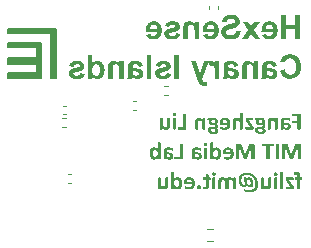
<source format=gbr>
%TF.GenerationSoftware,KiCad,Pcbnew,7.0.5*%
%TF.CreationDate,2024-01-17T11:16:08-05:00*%
%TF.ProjectId,MCU,4d43552e-6b69-4636-9164-5f7063625858,rev?*%
%TF.SameCoordinates,Original*%
%TF.FileFunction,Legend,Bot*%
%TF.FilePolarity,Positive*%
%FSLAX46Y46*%
G04 Gerber Fmt 4.6, Leading zero omitted, Abs format (unit mm)*
G04 Created by KiCad (PCBNEW 7.0.5) date 2024-01-17 11:16:08*
%MOMM*%
%LPD*%
G01*
G04 APERTURE LIST*
%ADD10C,0.150000*%
%ADD11C,0.300000*%
%ADD12C,0.500000*%
%ADD13C,0.120000*%
G04 APERTURE END LIST*
D10*
X141310000Y-91848621D02*
X141710000Y-91848621D01*
X141710000Y-95648621D01*
X141310000Y-95648621D01*
X141310000Y-91848621D01*
G36*
X141310000Y-91848621D02*
G01*
X141710000Y-91848621D01*
X141710000Y-95648621D01*
X141310000Y-95648621D01*
X141310000Y-91848621D01*
G37*
X137710000Y-91448621D02*
X141710000Y-91448621D01*
X141710000Y-91848621D01*
X137710000Y-91848621D01*
X137710000Y-91448621D01*
G36*
X137710000Y-91448621D02*
G01*
X141710000Y-91448621D01*
X141710000Y-91848621D01*
X137710000Y-91848621D01*
X137710000Y-91448621D01*
G37*
X140110000Y-92648621D02*
X140510000Y-92648621D01*
X140510000Y-95648621D01*
X140110000Y-95648621D01*
X140110000Y-92648621D01*
G36*
X140110000Y-92648621D02*
G01*
X140510000Y-92648621D01*
X140510000Y-95648621D01*
X140110000Y-95648621D01*
X140110000Y-92648621D01*
G37*
X137710000Y-95248621D02*
X140510000Y-95248621D01*
X140510000Y-95648621D01*
X137710000Y-95648621D01*
X137710000Y-95248621D01*
G36*
X137710000Y-95248621D02*
G01*
X140510000Y-95248621D01*
X140510000Y-95648621D01*
X137710000Y-95648621D01*
X137710000Y-95248621D01*
G37*
X137710000Y-92648621D02*
X140510000Y-92648621D01*
X140510000Y-93048621D01*
X137710000Y-93048621D01*
X137710000Y-92648621D01*
G36*
X137710000Y-92648621D02*
G01*
X140510000Y-92648621D01*
X140510000Y-93048621D01*
X137710000Y-93048621D01*
X137710000Y-92648621D01*
G37*
X137710000Y-93948621D02*
X140510000Y-93948621D01*
X140510000Y-94448621D01*
X137710000Y-94448621D01*
X137710000Y-93948621D01*
G36*
X137710000Y-93948621D02*
G01*
X140510000Y-93948621D01*
X140510000Y-94448621D01*
X137710000Y-94448621D01*
X137710000Y-93948621D01*
G37*
D11*
G36*
X161716803Y-98773003D02*
G01*
X161717006Y-98788942D01*
X161717708Y-98804884D01*
X161719057Y-98820272D01*
X161719368Y-98822828D01*
X161721996Y-98837810D01*
X161726724Y-98852430D01*
X161727794Y-98854702D01*
X161735796Y-98867565D01*
X161740617Y-98872288D01*
X161754189Y-98878006D01*
X161757103Y-98878149D01*
X162192711Y-98878149D01*
X162192711Y-99253306D01*
X161783848Y-99253306D01*
X161769600Y-99256958D01*
X161767362Y-99258436D01*
X161757401Y-99269701D01*
X161754539Y-99275288D01*
X161749501Y-99289393D01*
X161746622Y-99303821D01*
X161746113Y-99307528D01*
X161744652Y-99322342D01*
X161743851Y-99337912D01*
X161743558Y-99353639D01*
X161743548Y-99357354D01*
X161743751Y-99373470D01*
X161744452Y-99389541D01*
X161745802Y-99404988D01*
X161746113Y-99407546D01*
X161748740Y-99422532D01*
X161753125Y-99437118D01*
X161754539Y-99440519D01*
X161762124Y-99453685D01*
X161767362Y-99458837D01*
X161781507Y-99464246D01*
X161783848Y-99464332D01*
X162192711Y-99464332D01*
X162192711Y-99958558D01*
X162195928Y-99973180D01*
X162198939Y-99977975D01*
X162210588Y-99987191D01*
X162221287Y-99991897D01*
X162235719Y-99995999D01*
X162250482Y-99998904D01*
X162262686Y-100000690D01*
X162278271Y-100002106D01*
X162294070Y-100002977D01*
X162309398Y-100003437D01*
X162326127Y-100003618D01*
X162328632Y-100003621D01*
X162345169Y-100003480D01*
X162360478Y-100003060D01*
X162376472Y-100002235D01*
X162392550Y-100000870D01*
X162394211Y-100000690D01*
X162409431Y-99998414D01*
X162423776Y-99995415D01*
X162435610Y-99991897D01*
X162448891Y-99985485D01*
X162457958Y-99977975D01*
X162464031Y-99964537D01*
X162464553Y-99958558D01*
X162464553Y-98752487D01*
X162463741Y-98736352D01*
X162460744Y-98719808D01*
X162455537Y-98705718D01*
X162446882Y-98692620D01*
X162441472Y-98687274D01*
X162429107Y-98678458D01*
X162415460Y-98672161D01*
X162400531Y-98668383D01*
X162384319Y-98667124D01*
X161757103Y-98667124D01*
X161742855Y-98671036D01*
X161740617Y-98672619D01*
X161731030Y-98683777D01*
X161727794Y-98690205D01*
X161722757Y-98704493D01*
X161719878Y-98719339D01*
X161719368Y-98723177D01*
X161717908Y-98738321D01*
X161717106Y-98753892D01*
X161716813Y-98769374D01*
X161716803Y-98773003D01*
G37*
G36*
X161204887Y-98995418D02*
G01*
X161219976Y-98995669D01*
X161234951Y-98996173D01*
X161249812Y-98996929D01*
X161264558Y-98997936D01*
X161279190Y-98999196D01*
X161297318Y-99001124D01*
X161315268Y-99003446D01*
X161322378Y-99004428D01*
X161339852Y-99007057D01*
X161356896Y-99009938D01*
X161373511Y-99013068D01*
X161389697Y-99016449D01*
X161405454Y-99020081D01*
X161420781Y-99023962D01*
X161429742Y-99026317D01*
X161444205Y-99030328D01*
X161460782Y-99035283D01*
X161476509Y-99040392D01*
X161491385Y-99045655D01*
X161505411Y-99051073D01*
X161516112Y-99055680D01*
X161531076Y-99063162D01*
X161544735Y-99071743D01*
X161555969Y-99081482D01*
X161562541Y-99089427D01*
X161570252Y-99102290D01*
X161575387Y-99116286D01*
X161576864Y-99122588D01*
X161579068Y-99137286D01*
X161580195Y-99152900D01*
X161580516Y-99168676D01*
X161580230Y-99183624D01*
X161579254Y-99199158D01*
X161577585Y-99213739D01*
X161576726Y-99218679D01*
X161573461Y-99233391D01*
X161568792Y-99247811D01*
X161563546Y-99258095D01*
X161554138Y-99269427D01*
X161548392Y-99273290D01*
X161533988Y-99276754D01*
X161520455Y-99274693D01*
X161505516Y-99269183D01*
X161491489Y-99262099D01*
X161481147Y-99256501D01*
X161467941Y-99249709D01*
X161453508Y-99242636D01*
X161440160Y-99236351D01*
X161425910Y-99229859D01*
X161410798Y-99223368D01*
X161394861Y-99217082D01*
X161380950Y-99212002D01*
X161366468Y-99207064D01*
X161351412Y-99202270D01*
X161335785Y-99197619D01*
X161332588Y-99196718D01*
X161316198Y-99192639D01*
X161299129Y-99189276D01*
X161281379Y-99186628D01*
X161266691Y-99185025D01*
X161251567Y-99183880D01*
X161236008Y-99183194D01*
X161220013Y-99182965D01*
X161216938Y-99182975D01*
X161202033Y-99183338D01*
X161185186Y-99184459D01*
X161169472Y-99186326D01*
X161152572Y-99189449D01*
X161137215Y-99193589D01*
X161135122Y-99194265D01*
X161121232Y-99199634D01*
X161106990Y-99207145D01*
X161094488Y-99216121D01*
X161083726Y-99226562D01*
X161082478Y-99227969D01*
X161073290Y-99240002D01*
X161065522Y-99253409D01*
X161059173Y-99268189D01*
X161054783Y-99282249D01*
X161051357Y-99297379D01*
X161048773Y-99313595D01*
X161047227Y-99328360D01*
X161046300Y-99343923D01*
X161045990Y-99360285D01*
X161045990Y-99417438D01*
X161135750Y-99417438D01*
X161143369Y-99417456D01*
X161158432Y-99417602D01*
X161173264Y-99417894D01*
X161195078Y-99418605D01*
X161216369Y-99419646D01*
X161237140Y-99421014D01*
X161257388Y-99422711D01*
X161277115Y-99424736D01*
X161296320Y-99427090D01*
X161315003Y-99429772D01*
X161333165Y-99432783D01*
X161350806Y-99436122D01*
X161367918Y-99439734D01*
X161384495Y-99443700D01*
X161400538Y-99448020D01*
X161416047Y-99452695D01*
X161431021Y-99457723D01*
X161445461Y-99463106D01*
X161459366Y-99468843D01*
X161472736Y-99474934D01*
X161489732Y-99483606D01*
X161505778Y-99492909D01*
X161520867Y-99502846D01*
X161534995Y-99513425D01*
X161548161Y-99524645D01*
X161560366Y-99536506D01*
X161571609Y-99549008D01*
X161581890Y-99562152D01*
X161591209Y-99575936D01*
X161599567Y-99590362D01*
X161601505Y-99594069D01*
X161608644Y-99609313D01*
X161614797Y-99625221D01*
X161619967Y-99641794D01*
X161624151Y-99659030D01*
X161627351Y-99676930D01*
X161629566Y-99695495D01*
X161630797Y-99714723D01*
X161631074Y-99729580D01*
X161630691Y-99747709D01*
X161629540Y-99765278D01*
X161627622Y-99782285D01*
X161624938Y-99798731D01*
X161621486Y-99814617D01*
X161617267Y-99829941D01*
X161612281Y-99844704D01*
X161606528Y-99858907D01*
X161599990Y-99872456D01*
X161592835Y-99885445D01*
X161585061Y-99897873D01*
X161574474Y-99912619D01*
X161562922Y-99926488D01*
X161550403Y-99939481D01*
X161536919Y-99951597D01*
X161525401Y-99960653D01*
X161513380Y-99969136D01*
X161500855Y-99977048D01*
X161487826Y-99984386D01*
X161474293Y-99991153D01*
X161460257Y-99997347D01*
X161445717Y-100002968D01*
X161430673Y-100008017D01*
X161415188Y-100012482D01*
X161399326Y-100016352D01*
X161383086Y-100019626D01*
X161366468Y-100022305D01*
X161349472Y-100024389D01*
X161332098Y-100025877D01*
X161314347Y-100026770D01*
X161296217Y-100027068D01*
X161285198Y-100026923D01*
X161268904Y-100026164D01*
X161252895Y-100024755D01*
X161237168Y-100022695D01*
X161221725Y-100019985D01*
X161206565Y-100016625D01*
X161191689Y-100012614D01*
X161177096Y-100007952D01*
X161162786Y-100002640D01*
X161148760Y-99996678D01*
X161135017Y-99990065D01*
X161126011Y-99985347D01*
X161112733Y-99977920D01*
X161099731Y-99970075D01*
X161087007Y-99961812D01*
X161074560Y-99953129D01*
X161062389Y-99944029D01*
X161050496Y-99934509D01*
X161038879Y-99924571D01*
X161027539Y-99914215D01*
X161016476Y-99903440D01*
X161005690Y-99892246D01*
X161005690Y-99965519D01*
X161004454Y-99975410D01*
X160996898Y-99988233D01*
X160995751Y-99989224D01*
X160982194Y-99996255D01*
X160967222Y-99999957D01*
X160961515Y-100000816D01*
X160945785Y-100002329D01*
X160930786Y-100003105D01*
X160916004Y-100003492D01*
X160899445Y-100003621D01*
X160896764Y-100003617D01*
X160881548Y-100003463D01*
X160865685Y-100002989D01*
X160850046Y-100002062D01*
X160834232Y-100000323D01*
X160830148Y-99999598D01*
X160814906Y-99995560D01*
X160801625Y-99988600D01*
X160794984Y-99980786D01*
X160791367Y-99965885D01*
X160791367Y-99581569D01*
X161045990Y-99581569D01*
X161045990Y-99733610D01*
X161051892Y-99740016D01*
X161063662Y-99752243D01*
X161075385Y-99763692D01*
X161087063Y-99774362D01*
X161098695Y-99784254D01*
X161110282Y-99793367D01*
X161124700Y-99803664D01*
X161139047Y-99812745D01*
X161144806Y-99815983D01*
X161159503Y-99823166D01*
X161174630Y-99829042D01*
X161190186Y-99833613D01*
X161206172Y-99836878D01*
X161222587Y-99838836D01*
X161239431Y-99839489D01*
X161251342Y-99839209D01*
X161266451Y-99837964D01*
X161284099Y-99835007D01*
X161300369Y-99830494D01*
X161315261Y-99824424D01*
X161328776Y-99816798D01*
X161340914Y-99807616D01*
X161345350Y-99803494D01*
X161355189Y-99792389D01*
X161363239Y-99780138D01*
X161369500Y-99766743D01*
X161373972Y-99752203D01*
X161376656Y-99736518D01*
X161377550Y-99719688D01*
X161376937Y-99705613D01*
X161374733Y-99690386D01*
X161370926Y-99676075D01*
X161364727Y-99661070D01*
X161358399Y-99650218D01*
X161348149Y-99637348D01*
X161337044Y-99626929D01*
X161324061Y-99617473D01*
X161313040Y-99611063D01*
X161298717Y-99604398D01*
X161282816Y-99598611D01*
X161267931Y-99594347D01*
X161251887Y-99590728D01*
X161240518Y-99588581D01*
X161225502Y-99586300D01*
X161209592Y-99584467D01*
X161192787Y-99583080D01*
X161175088Y-99582141D01*
X161160285Y-99581712D01*
X161144909Y-99581569D01*
X161045990Y-99581569D01*
X160791367Y-99581569D01*
X160791367Y-99354057D01*
X160791456Y-99342433D01*
X160791922Y-99325374D01*
X160792787Y-99308765D01*
X160794051Y-99292607D01*
X160795715Y-99276900D01*
X160797778Y-99261643D01*
X160800240Y-99246838D01*
X160804144Y-99227798D01*
X160808758Y-99209560D01*
X160814082Y-99192124D01*
X160820178Y-99175477D01*
X160827111Y-99159609D01*
X160834879Y-99144519D01*
X160843483Y-99130208D01*
X160852922Y-99116675D01*
X160863198Y-99103921D01*
X160874309Y-99091946D01*
X160886256Y-99080749D01*
X160889374Y-99078046D01*
X160902382Y-99067679D01*
X160916250Y-99058022D01*
X160930976Y-99049075D01*
X160946561Y-99040837D01*
X160963004Y-99033310D01*
X160980306Y-99026492D01*
X160998467Y-99020384D01*
X161012651Y-99016269D01*
X161022346Y-99013740D01*
X161037349Y-99010253D01*
X161052906Y-99007133D01*
X161069016Y-99004379D01*
X161085681Y-99001993D01*
X161102899Y-98999975D01*
X161120671Y-98998323D01*
X161138998Y-98997038D01*
X161157878Y-98996120D01*
X161177311Y-98995570D01*
X161197299Y-98995386D01*
X161204887Y-98995418D01*
G37*
G36*
X159660401Y-99962954D02*
G01*
X159664202Y-99977417D01*
X159666629Y-99980906D01*
X159679175Y-99989942D01*
X159687512Y-99993362D01*
X159702118Y-99997359D01*
X159717986Y-100000004D01*
X159727079Y-100001056D01*
X159742078Y-100002296D01*
X159757064Y-100003057D01*
X159773608Y-100003498D01*
X159789361Y-100003621D01*
X159805417Y-100003498D01*
X159820246Y-100003130D01*
X159835690Y-100002408D01*
X159851150Y-100001214D01*
X159852742Y-100001056D01*
X159867311Y-99999238D01*
X159882148Y-99996491D01*
X159892309Y-99993729D01*
X159905833Y-99987263D01*
X159912826Y-99981272D01*
X159918756Y-99967686D01*
X159919054Y-99963320D01*
X159919054Y-99451876D01*
X159919208Y-99436013D01*
X159919672Y-99421033D01*
X159920686Y-99403546D01*
X159922184Y-99387437D01*
X159924164Y-99372706D01*
X159927178Y-99356846D01*
X159928946Y-99349660D01*
X159933551Y-99333837D01*
X159939034Y-99319066D01*
X159945392Y-99305347D01*
X159953733Y-99290955D01*
X159957156Y-99285913D01*
X159967162Y-99273296D01*
X159978497Y-99262191D01*
X159991159Y-99252597D01*
X160005150Y-99244514D01*
X160020422Y-99238102D01*
X160034800Y-99233995D01*
X160050125Y-99231290D01*
X160066396Y-99229988D01*
X160073660Y-99229859D01*
X160089142Y-99230718D01*
X160104679Y-99233294D01*
X160120269Y-99237587D01*
X160135913Y-99243598D01*
X160151610Y-99251326D01*
X160167362Y-99260771D01*
X160173677Y-99265030D01*
X160186380Y-99274327D01*
X160199208Y-99284631D01*
X160212163Y-99295942D01*
X160225243Y-99308261D01*
X160238449Y-99321588D01*
X160251781Y-99335922D01*
X160261863Y-99347333D01*
X160272016Y-99359312D01*
X160278824Y-99367612D01*
X160278824Y-99963320D01*
X160282625Y-99977784D01*
X160285052Y-99981272D01*
X160297013Y-99989943D01*
X160306301Y-99993729D01*
X160321087Y-99997475D01*
X160336887Y-100000017D01*
X160345868Y-100001056D01*
X160360777Y-100002296D01*
X160375878Y-100003057D01*
X160392719Y-100003498D01*
X160408883Y-100003621D01*
X160424921Y-100003498D01*
X160439698Y-100003130D01*
X160455039Y-100002408D01*
X160470328Y-100001214D01*
X160471898Y-100001056D01*
X160487648Y-99999033D01*
X160502262Y-99996234D01*
X160511465Y-99993729D01*
X160525285Y-99987147D01*
X160532348Y-99980906D01*
X160538278Y-99967319D01*
X160538576Y-99962954D01*
X160538576Y-99059500D01*
X160535445Y-99045037D01*
X160533447Y-99041548D01*
X160521910Y-99032002D01*
X160515129Y-99029092D01*
X160500730Y-99024847D01*
X160485516Y-99022079D01*
X160480324Y-99021398D01*
X160464460Y-99019938D01*
X160449612Y-99019194D01*
X160433084Y-99018856D01*
X160427201Y-99018833D01*
X160411425Y-99018994D01*
X160395373Y-99019557D01*
X160379645Y-99020659D01*
X160372613Y-99021398D01*
X160357792Y-99023682D01*
X160343179Y-99027551D01*
X160339274Y-99029092D01*
X160326403Y-99036605D01*
X160322055Y-99041548D01*
X160317106Y-99055501D01*
X160316926Y-99059133D01*
X160316926Y-99163547D01*
X160302615Y-99148184D01*
X160288259Y-99133554D01*
X160273858Y-99119659D01*
X160259412Y-99106497D01*
X160244921Y-99094070D01*
X160230385Y-99082378D01*
X160215804Y-99071419D01*
X160201177Y-99061194D01*
X160186506Y-99051704D01*
X160171789Y-99042948D01*
X160161953Y-99037518D01*
X160147061Y-99029988D01*
X160132059Y-99023200D01*
X160116948Y-99017151D01*
X160101727Y-99011844D01*
X160086396Y-99007277D01*
X160070956Y-99003450D01*
X160055407Y-99000365D01*
X160039748Y-98998019D01*
X160023980Y-98996415D01*
X160008102Y-98995551D01*
X159997456Y-98995386D01*
X159980128Y-98995657D01*
X159963315Y-98996468D01*
X159947018Y-98997820D01*
X159931236Y-98999714D01*
X159915968Y-99002148D01*
X159901217Y-99005123D01*
X159886980Y-99008640D01*
X159868799Y-99014169D01*
X159851534Y-99020661D01*
X159839187Y-99026161D01*
X159823456Y-99034112D01*
X159808504Y-99042762D01*
X159794330Y-99052110D01*
X159780935Y-99062156D01*
X159768318Y-99072901D01*
X159756480Y-99084344D01*
X159745420Y-99096485D01*
X159735139Y-99109325D01*
X159725591Y-99122703D01*
X159716729Y-99136642D01*
X159708555Y-99151142D01*
X159701067Y-99166203D01*
X159694267Y-99181825D01*
X159688153Y-99198008D01*
X159682726Y-99214752D01*
X159677986Y-99232057D01*
X159673865Y-99250084D01*
X159670293Y-99268991D01*
X159667974Y-99283751D01*
X159665965Y-99299006D01*
X159664265Y-99314757D01*
X159662874Y-99331004D01*
X159661792Y-99347747D01*
X159661019Y-99364986D01*
X159660555Y-99382721D01*
X159660401Y-99400951D01*
X159660401Y-99962954D01*
G37*
G36*
X159075807Y-98995408D02*
G01*
X159091403Y-98995741D01*
X159106754Y-98996473D01*
X159121860Y-98997604D01*
X159136721Y-98999135D01*
X159151338Y-99001065D01*
X159170446Y-99004259D01*
X159189119Y-99008163D01*
X159207357Y-99012777D01*
X159225160Y-99018101D01*
X159242351Y-99024094D01*
X159258934Y-99030717D01*
X159274911Y-99037970D01*
X159290281Y-99045853D01*
X159305045Y-99054365D01*
X159319201Y-99063507D01*
X159332751Y-99073279D01*
X159345694Y-99083680D01*
X159357904Y-99094608D01*
X159369439Y-99106143D01*
X159380298Y-99118284D01*
X159390482Y-99131032D01*
X159399990Y-99144388D01*
X159408823Y-99158349D01*
X159416980Y-99172918D01*
X159424462Y-99188094D01*
X159431074Y-99203836D01*
X159436804Y-99220105D01*
X159441653Y-99236900D01*
X159445620Y-99254222D01*
X159448705Y-99272071D01*
X159450909Y-99290447D01*
X159452231Y-99309349D01*
X159452672Y-99328778D01*
X159452588Y-99337844D01*
X159451912Y-99355418D01*
X159450561Y-99372247D01*
X159448535Y-99388333D01*
X159445833Y-99403675D01*
X159442456Y-99418272D01*
X159437284Y-99435472D01*
X159431057Y-99451510D01*
X159428299Y-99457636D01*
X159420916Y-99472464D01*
X159412836Y-99486595D01*
X159404058Y-99500027D01*
X159394582Y-99512763D01*
X159384409Y-99524800D01*
X159373538Y-99536140D01*
X159376270Y-99538737D01*
X159386883Y-99549327D01*
X159396992Y-99560238D01*
X159406598Y-99571470D01*
X159415699Y-99583021D01*
X159426368Y-99597912D01*
X159436250Y-99613304D01*
X159445345Y-99629196D01*
X159447058Y-99632436D01*
X159454807Y-99648954D01*
X159461197Y-99666009D01*
X159466228Y-99683601D01*
X159469273Y-99698061D01*
X159471448Y-99712865D01*
X159472754Y-99728012D01*
X159473189Y-99743502D01*
X159473094Y-99749744D01*
X159472032Y-99765075D01*
X159469788Y-99780012D01*
X159466364Y-99794556D01*
X159461760Y-99808706D01*
X159455975Y-99822463D01*
X159449009Y-99835826D01*
X159445907Y-99840979D01*
X159437466Y-99853274D01*
X159428040Y-99864728D01*
X159417630Y-99875342D01*
X159406237Y-99885115D01*
X159393860Y-99894046D01*
X159380498Y-99902138D01*
X159388358Y-99908120D01*
X159401589Y-99918726D01*
X159414154Y-99929508D01*
X159426052Y-99940465D01*
X159437285Y-99951597D01*
X159441823Y-99956428D01*
X159451911Y-99967876D01*
X159461298Y-99979569D01*
X159469983Y-99991508D01*
X159479050Y-100005452D01*
X159486973Y-100019878D01*
X159493888Y-100034578D01*
X159499796Y-100049553D01*
X159504696Y-100064803D01*
X159505237Y-100066730D01*
X159508946Y-100082375D01*
X159511557Y-100098432D01*
X159513068Y-100114901D01*
X159513489Y-100129650D01*
X159513394Y-100136439D01*
X159512332Y-100153111D01*
X159510088Y-100169355D01*
X159506664Y-100185168D01*
X159502060Y-100200553D01*
X159496275Y-100215508D01*
X159489309Y-100230034D01*
X159482811Y-100241282D01*
X159473418Y-100254779D01*
X159462611Y-100267650D01*
X159450391Y-100279895D01*
X159436758Y-100291514D01*
X159424834Y-100300358D01*
X159412006Y-100308802D01*
X159401784Y-100314856D01*
X159387345Y-100322526D01*
X159371977Y-100329739D01*
X159355683Y-100336494D01*
X159338461Y-100342791D01*
X159320311Y-100348630D01*
X159306091Y-100352708D01*
X159291349Y-100356529D01*
X159276085Y-100360093D01*
X159265556Y-100362356D01*
X159249264Y-100365476D01*
X159232373Y-100368267D01*
X159214883Y-100370731D01*
X159196794Y-100372866D01*
X159178106Y-100374672D01*
X159158819Y-100376150D01*
X159138934Y-100377300D01*
X159118449Y-100378121D01*
X159097366Y-100378613D01*
X159075683Y-100378778D01*
X159060735Y-100378676D01*
X159038759Y-100378142D01*
X159017317Y-100377152D01*
X158996410Y-100375704D01*
X158976037Y-100373799D01*
X158956198Y-100371436D01*
X158936894Y-100368617D01*
X158918125Y-100365340D01*
X158899890Y-100361606D01*
X158882190Y-100357414D01*
X158865024Y-100352766D01*
X158848327Y-100347790D01*
X158832171Y-100342479D01*
X158816557Y-100336833D01*
X158801483Y-100330852D01*
X158786950Y-100324537D01*
X158772958Y-100317887D01*
X158759507Y-100310901D01*
X158746597Y-100303581D01*
X158730225Y-100293300D01*
X158714815Y-100282424D01*
X158700355Y-100270998D01*
X158686834Y-100259068D01*
X158674251Y-100246635D01*
X158662608Y-100233697D01*
X158651903Y-100220256D01*
X158642137Y-100206312D01*
X158633310Y-100191863D01*
X158625422Y-100176911D01*
X158618381Y-100161672D01*
X158612278Y-100146182D01*
X158607115Y-100130440D01*
X158602890Y-100114446D01*
X158599604Y-100098200D01*
X158597257Y-100081702D01*
X158595849Y-100064952D01*
X158595633Y-100057110D01*
X158855132Y-100057110D01*
X158855172Y-100060351D01*
X158856575Y-100076258D01*
X158859981Y-100091664D01*
X158865390Y-100106569D01*
X158869752Y-100115207D01*
X158878227Y-100127585D01*
X158889021Y-100139267D01*
X158900561Y-100149067D01*
X158906944Y-100153710D01*
X158921186Y-100162273D01*
X158935264Y-100168978D01*
X158950849Y-100174946D01*
X158965408Y-100179475D01*
X158981053Y-100183460D01*
X158998037Y-100186619D01*
X159013214Y-100188623D01*
X159029321Y-100190054D01*
X159046358Y-100190913D01*
X159064326Y-100191199D01*
X159081741Y-100190970D01*
X159098402Y-100190285D01*
X159114310Y-100189141D01*
X159129465Y-100187541D01*
X159148498Y-100184696D01*
X159166193Y-100181038D01*
X159182547Y-100176567D01*
X159197562Y-100171284D01*
X159211238Y-100165187D01*
X159226225Y-100156468D01*
X159238673Y-100146568D01*
X159248579Y-100135488D01*
X159257115Y-100120633D01*
X159261992Y-100104078D01*
X159263262Y-100088983D01*
X159263259Y-100087977D01*
X159262529Y-100073138D01*
X159260331Y-100057842D01*
X159259404Y-100054070D01*
X159254091Y-100039618D01*
X159247142Y-100026701D01*
X159241114Y-100017695D01*
X159231634Y-100005236D01*
X159221496Y-99993362D01*
X159213935Y-99985599D01*
X159202720Y-99975410D01*
X159191340Y-99966160D01*
X159178632Y-99956726D01*
X158994351Y-99961855D01*
X158986309Y-99962171D01*
X158970887Y-99963328D01*
X158952850Y-99965755D01*
X158936190Y-99969274D01*
X158920908Y-99973884D01*
X158907003Y-99979585D01*
X158892135Y-99987867D01*
X158887654Y-99990928D01*
X158875946Y-100001125D01*
X158866840Y-100012841D01*
X158860336Y-100026077D01*
X158856433Y-100040834D01*
X158855132Y-100057110D01*
X158595633Y-100057110D01*
X158595380Y-100047951D01*
X158595576Y-100036392D01*
X158596449Y-100021351D01*
X158598523Y-100003145D01*
X158601687Y-99985602D01*
X158605943Y-99968720D01*
X158611290Y-99952500D01*
X158617728Y-99936942D01*
X158620553Y-99930907D01*
X158628292Y-99916308D01*
X158636997Y-99902407D01*
X158646667Y-99889203D01*
X158657304Y-99876697D01*
X158668907Y-99864888D01*
X158681475Y-99853778D01*
X158684105Y-99851618D01*
X158697833Y-99841280D01*
X158712527Y-99831711D01*
X158728187Y-99822911D01*
X158741410Y-99816426D01*
X158755252Y-99810432D01*
X158769712Y-99804931D01*
X158784790Y-99799922D01*
X158800349Y-99795325D01*
X158816435Y-99791244D01*
X158833047Y-99787677D01*
X158850186Y-99784626D01*
X158867852Y-99782090D01*
X158886044Y-99780070D01*
X158904763Y-99778564D01*
X158924009Y-99777574D01*
X159147857Y-99769147D01*
X159162116Y-99768022D01*
X159177881Y-99765515D01*
X159194418Y-99760994D01*
X159208957Y-99754756D01*
X159221496Y-99746799D01*
X159231632Y-99737280D01*
X159240167Y-99725070D01*
X159245882Y-99709636D01*
X159247508Y-99694409D01*
X159246578Y-99679919D01*
X159243406Y-99664889D01*
X159237983Y-99650812D01*
X159233532Y-99642419D01*
X159225332Y-99629256D01*
X159215635Y-99616740D01*
X159212861Y-99618467D01*
X159198609Y-99625921D01*
X159183508Y-99632110D01*
X159168416Y-99637186D01*
X159154085Y-99641286D01*
X159149032Y-99642573D01*
X159133683Y-99645934D01*
X159118051Y-99648549D01*
X159102136Y-99650417D01*
X159085937Y-99651537D01*
X159069455Y-99651911D01*
X159058709Y-99651826D01*
X159042820Y-99651383D01*
X159027209Y-99650560D01*
X159011874Y-99649357D01*
X158996816Y-99647773D01*
X158982035Y-99645810D01*
X158967532Y-99643467D01*
X158948624Y-99639752D01*
X158930208Y-99635361D01*
X158912285Y-99630295D01*
X158894934Y-99624577D01*
X158878236Y-99618228D01*
X158862190Y-99611250D01*
X158846797Y-99603642D01*
X158832057Y-99595405D01*
X158817969Y-99586538D01*
X158804534Y-99577041D01*
X158791751Y-99566914D01*
X158779569Y-99556175D01*
X158768121Y-99544841D01*
X158757404Y-99532911D01*
X158747421Y-99520386D01*
X158738170Y-99507266D01*
X158729652Y-99493550D01*
X158721867Y-99479239D01*
X158714815Y-99464332D01*
X158708546Y-99448768D01*
X158703114Y-99432665D01*
X158698517Y-99416024D01*
X158694756Y-99398845D01*
X158691831Y-99381128D01*
X158689742Y-99362872D01*
X158688488Y-99344079D01*
X158688070Y-99324748D01*
X158688098Y-99324015D01*
X158915949Y-99324015D01*
X158916190Y-99332662D01*
X158917842Y-99347957D01*
X158921059Y-99362904D01*
X158925840Y-99377504D01*
X158929050Y-99385366D01*
X158935998Y-99398752D01*
X158944454Y-99411152D01*
X158954417Y-99422567D01*
X158961909Y-99429565D01*
X158974451Y-99438999D01*
X158988557Y-99447159D01*
X159002411Y-99453341D01*
X159007927Y-99455306D01*
X159023521Y-99459599D01*
X159038217Y-99462229D01*
X159053895Y-99463806D01*
X159070554Y-99464332D01*
X159075080Y-99464297D01*
X159092568Y-99463438D01*
X159109072Y-99461434D01*
X159124591Y-99458286D01*
X159139125Y-99453993D01*
X159155909Y-99447016D01*
X159171153Y-99438250D01*
X159184860Y-99427696D01*
X159194477Y-99418119D01*
X159204695Y-99404972D01*
X159212910Y-99390520D01*
X159219121Y-99374762D01*
X159223328Y-99357697D01*
X159225252Y-99343106D01*
X159225893Y-99327678D01*
X159225669Y-99318802D01*
X159224140Y-99303095D01*
X159221161Y-99287735D01*
X159216734Y-99272724D01*
X159213630Y-99264536D01*
X159206826Y-99250655D01*
X159198457Y-99237874D01*
X159188524Y-99226196D01*
X159181032Y-99218948D01*
X159168490Y-99209237D01*
X159154383Y-99200916D01*
X159140530Y-99194688D01*
X159135023Y-99192593D01*
X159119549Y-99188013D01*
X159105071Y-99185209D01*
X159089716Y-99183526D01*
X159073485Y-99182965D01*
X159064230Y-99183111D01*
X159046519Y-99184278D01*
X159029872Y-99186614D01*
X159014290Y-99190117D01*
X158999773Y-99194788D01*
X158986321Y-99200627D01*
X158971002Y-99209568D01*
X158957348Y-99220334D01*
X158945421Y-99232622D01*
X158935516Y-99246358D01*
X158927633Y-99261544D01*
X158921770Y-99278179D01*
X158918536Y-99292530D01*
X158916595Y-99307809D01*
X158915949Y-99324015D01*
X158688098Y-99324015D01*
X158688688Y-99308421D01*
X158690543Y-99292416D01*
X158693634Y-99276731D01*
X158697962Y-99261366D01*
X158703709Y-99246391D01*
X158711059Y-99232241D01*
X158720012Y-99218914D01*
X158730568Y-99206412D01*
X158622124Y-99206412D01*
X158615157Y-99205325D01*
X158602695Y-99196629D01*
X158594281Y-99183697D01*
X158591009Y-99176000D01*
X158586927Y-99161191D01*
X158584521Y-99145716D01*
X158583323Y-99130582D01*
X158582923Y-99113722D01*
X158583095Y-99101363D01*
X158583997Y-99084563D01*
X158585671Y-99069850D01*
X158588601Y-99055321D01*
X158593914Y-99040815D01*
X158597404Y-99034483D01*
X158608069Y-99023041D01*
X158622124Y-99018833D01*
X158913750Y-99018833D01*
X158924541Y-99015515D01*
X158940129Y-99011260D01*
X158956277Y-99007461D01*
X158972987Y-99004117D01*
X158987756Y-99001614D01*
X158992716Y-99000860D01*
X159007769Y-98998889D01*
X159023079Y-98997357D01*
X159038646Y-98996262D01*
X159054471Y-98995605D01*
X159070554Y-98995386D01*
X159075807Y-98995408D01*
G37*
G36*
X157773625Y-99895909D02*
G01*
X157773831Y-99910564D01*
X157774555Y-99925737D01*
X157775972Y-99940964D01*
X157776922Y-99947933D01*
X157779429Y-99962633D01*
X157783433Y-99977531D01*
X157784982Y-99981639D01*
X157792681Y-99994204D01*
X157798538Y-99998858D01*
X157812473Y-100003393D01*
X157816856Y-100003621D01*
X158417693Y-100003621D01*
X158433650Y-100001796D01*
X158448393Y-99995574D01*
X158460191Y-99984936D01*
X158468113Y-99970897D01*
X158472337Y-99956265D01*
X158474494Y-99940983D01*
X158475198Y-99926042D01*
X158475212Y-99923387D01*
X158475212Y-99875393D01*
X158474932Y-99859745D01*
X158474009Y-99844536D01*
X158473747Y-99841687D01*
X158471457Y-99826667D01*
X158467519Y-99812378D01*
X158462023Y-99797999D01*
X158455540Y-99784351D01*
X158455062Y-99783436D01*
X158447419Y-99770052D01*
X158439416Y-99757687D01*
X158434912Y-99751196D01*
X158090896Y-99229859D01*
X158416594Y-99229859D01*
X158431161Y-99225748D01*
X158442461Y-99214654D01*
X158448101Y-99204946D01*
X158453230Y-99190429D01*
X158456516Y-99174646D01*
X158458440Y-99158830D01*
X158459413Y-99144035D01*
X158459814Y-99127774D01*
X158459825Y-99124346D01*
X158459622Y-99108053D01*
X158459014Y-99093383D01*
X158457719Y-99077656D01*
X158457260Y-99073788D01*
X158454754Y-99058570D01*
X158450506Y-99043823D01*
X158449567Y-99041548D01*
X158441573Y-99028678D01*
X158436378Y-99024329D01*
X158422090Y-99019177D01*
X158416594Y-99018833D01*
X157854958Y-99018833D01*
X157840159Y-99019877D01*
X157830411Y-99022131D01*
X157817220Y-99029183D01*
X157813192Y-99033488D01*
X157806094Y-99046454D01*
X157802934Y-99056569D01*
X157800304Y-99071655D01*
X157799328Y-99087464D01*
X157799270Y-99092839D01*
X157799270Y-99143764D01*
X157799579Y-99158756D01*
X157800612Y-99173486D01*
X157801468Y-99180766D01*
X157803749Y-99195557D01*
X157807424Y-99210624D01*
X157807697Y-99211541D01*
X157812643Y-99226196D01*
X157818943Y-99239934D01*
X157819420Y-99240850D01*
X157826643Y-99254023D01*
X157834229Y-99266884D01*
X157837372Y-99271991D01*
X158179556Y-99792595D01*
X157816856Y-99792595D01*
X157802182Y-99795725D01*
X157799637Y-99796991D01*
X157788646Y-99807364D01*
X157785715Y-99812745D01*
X157780314Y-99827397D01*
X157777300Y-99842090D01*
X157776922Y-99844618D01*
X157775045Y-99859770D01*
X157774014Y-99875799D01*
X157773638Y-99892060D01*
X157773625Y-99895909D01*
G37*
G36*
X156704574Y-99962954D02*
G01*
X156708375Y-99977417D01*
X156710802Y-99980906D01*
X156723349Y-99989942D01*
X156731685Y-99993362D01*
X156746291Y-99997359D01*
X156762159Y-100000004D01*
X156771252Y-100001056D01*
X156786251Y-100002296D01*
X156801237Y-100003057D01*
X156817781Y-100003498D01*
X156833534Y-100003621D01*
X156849590Y-100003498D01*
X156864419Y-100003130D01*
X156879863Y-100002408D01*
X156895323Y-100001214D01*
X156896915Y-100001056D01*
X156911484Y-99999238D01*
X156926322Y-99996491D01*
X156936482Y-99993729D01*
X156950006Y-99987263D01*
X156956999Y-99981272D01*
X156962929Y-99967686D01*
X156963227Y-99963320D01*
X156963227Y-99451876D01*
X156963382Y-99436013D01*
X156963845Y-99421033D01*
X156964860Y-99403546D01*
X156966357Y-99387437D01*
X156968337Y-99372706D01*
X156971351Y-99356846D01*
X156973119Y-99349660D01*
X156977725Y-99333837D01*
X156983207Y-99319066D01*
X156989566Y-99305347D01*
X156997906Y-99290955D01*
X157001329Y-99285913D01*
X157011335Y-99273296D01*
X157022670Y-99262191D01*
X157035332Y-99252597D01*
X157049323Y-99244514D01*
X157064595Y-99238102D01*
X157078973Y-99233995D01*
X157094298Y-99231290D01*
X157110569Y-99229988D01*
X157117833Y-99229859D01*
X157133316Y-99230718D01*
X157148852Y-99233294D01*
X157164442Y-99237587D01*
X157180086Y-99243598D01*
X157195784Y-99251326D01*
X157211535Y-99260771D01*
X157217850Y-99265030D01*
X157230553Y-99274327D01*
X157243381Y-99284631D01*
X157256336Y-99295942D01*
X157269416Y-99308261D01*
X157282622Y-99321588D01*
X157295954Y-99335922D01*
X157306036Y-99347333D01*
X157316189Y-99359312D01*
X157322997Y-99367612D01*
X157322997Y-99963320D01*
X157326798Y-99977784D01*
X157329225Y-99981272D01*
X157341186Y-99989943D01*
X157350474Y-99993729D01*
X157365260Y-99997475D01*
X157381060Y-100000017D01*
X157390041Y-100001056D01*
X157404950Y-100002296D01*
X157420051Y-100003057D01*
X157436892Y-100003498D01*
X157453056Y-100003621D01*
X157469094Y-100003498D01*
X157483871Y-100003130D01*
X157499212Y-100002408D01*
X157514501Y-100001214D01*
X157516071Y-100001056D01*
X157531821Y-99998990D01*
X157546435Y-99996045D01*
X157555638Y-99993362D01*
X157569458Y-99986781D01*
X157576521Y-99980540D01*
X157582451Y-99966953D01*
X157582749Y-99962588D01*
X157582749Y-98617298D01*
X157578948Y-98602611D01*
X157576521Y-98598980D01*
X157564717Y-98589183D01*
X157555638Y-98585058D01*
X157540671Y-98580740D01*
X157524941Y-98577821D01*
X157516071Y-98576632D01*
X157501014Y-98575038D01*
X157485879Y-98574059D01*
X157469094Y-98573492D01*
X157453056Y-98573334D01*
X157436892Y-98573492D01*
X157422061Y-98573966D01*
X157406742Y-98574893D01*
X157391589Y-98576429D01*
X157390041Y-98576632D01*
X157375473Y-98578750D01*
X157360635Y-98582047D01*
X157350474Y-98585424D01*
X157336996Y-98592091D01*
X157329225Y-98599346D01*
X157323295Y-98613282D01*
X157322997Y-98617664D01*
X157322997Y-99124713D01*
X157310403Y-99112778D01*
X157297765Y-99101430D01*
X157285081Y-99090668D01*
X157272353Y-99080491D01*
X157259579Y-99070901D01*
X157246760Y-99061897D01*
X157233896Y-99053479D01*
X157220987Y-99045647D01*
X157208033Y-99038401D01*
X157190691Y-99029651D01*
X157186343Y-99027626D01*
X157168855Y-99020070D01*
X157151195Y-99013521D01*
X157133363Y-99007980D01*
X157115360Y-99003446D01*
X157097185Y-98999920D01*
X157078838Y-98997401D01*
X157060319Y-98995890D01*
X157041629Y-98995386D01*
X157024301Y-98995657D01*
X157007488Y-98996468D01*
X156991191Y-98997820D01*
X156975409Y-98999714D01*
X156960142Y-99002148D01*
X156945390Y-99005123D01*
X156931153Y-99008640D01*
X156912972Y-99014169D01*
X156895707Y-99020661D01*
X156883360Y-99026161D01*
X156867629Y-99034118D01*
X156852677Y-99042784D01*
X156838503Y-99052161D01*
X156825108Y-99062248D01*
X156812491Y-99073044D01*
X156800653Y-99084550D01*
X156789593Y-99096766D01*
X156779312Y-99109692D01*
X156769764Y-99123167D01*
X156760902Y-99137215D01*
X156752728Y-99151835D01*
X156745240Y-99167028D01*
X156738440Y-99182793D01*
X156732326Y-99199130D01*
X156726899Y-99216040D01*
X156722159Y-99233523D01*
X156718038Y-99251675D01*
X156714466Y-99270777D01*
X156712147Y-99285728D01*
X156710138Y-99301213D01*
X156708438Y-99317232D01*
X156707047Y-99333786D01*
X156705965Y-99350875D01*
X156705192Y-99368498D01*
X156704728Y-99386656D01*
X156704574Y-99405348D01*
X156704574Y-99962954D01*
G37*
G36*
X156053917Y-98995526D02*
G01*
X156073936Y-98996263D01*
X156093570Y-98997630D01*
X156112817Y-98999629D01*
X156131677Y-99002258D01*
X156150152Y-99005519D01*
X156168239Y-99009411D01*
X156185941Y-99013934D01*
X156203256Y-99019088D01*
X156220184Y-99024873D01*
X156236727Y-99031290D01*
X156247523Y-99035904D01*
X156263331Y-99043297D01*
X156278675Y-99051257D01*
X156293556Y-99059783D01*
X156307973Y-99068876D01*
X156321926Y-99078536D01*
X156335416Y-99088763D01*
X156348442Y-99099557D01*
X156361004Y-99110917D01*
X156373103Y-99122844D01*
X156384738Y-99135337D01*
X156392227Y-99143972D01*
X156403036Y-99157366D01*
X156413337Y-99171287D01*
X156423129Y-99185736D01*
X156432412Y-99200713D01*
X156441187Y-99216219D01*
X156449453Y-99232252D01*
X156457210Y-99248814D01*
X156464458Y-99265903D01*
X156471197Y-99283521D01*
X156477428Y-99301667D01*
X156481288Y-99313988D01*
X156486610Y-99332825D01*
X156491373Y-99352087D01*
X156495575Y-99371775D01*
X156499217Y-99391887D01*
X156502298Y-99412424D01*
X156504819Y-99433386D01*
X156506780Y-99454773D01*
X156508181Y-99476585D01*
X156508804Y-99491363D01*
X156509177Y-99506330D01*
X156509302Y-99521485D01*
X156509272Y-99529467D01*
X156509034Y-99545241D01*
X156508559Y-99560760D01*
X156507847Y-99576024D01*
X156506896Y-99591034D01*
X156505709Y-99605789D01*
X156503481Y-99627443D01*
X156500720Y-99648524D01*
X156497423Y-99669033D01*
X156493593Y-99688968D01*
X156489227Y-99708329D01*
X156484328Y-99727118D01*
X156478893Y-99745334D01*
X156474969Y-99757113D01*
X156468622Y-99774305D01*
X156461720Y-99790923D01*
X156454265Y-99806968D01*
X156446256Y-99822440D01*
X156437692Y-99837339D01*
X156428576Y-99851665D01*
X156418905Y-99865418D01*
X156408680Y-99878597D01*
X156397902Y-99891204D01*
X156386570Y-99903237D01*
X156378713Y-99910899D01*
X156366488Y-99921931D01*
X156353734Y-99932408D01*
X156340453Y-99942332D01*
X156326643Y-99951703D01*
X156312306Y-99960519D01*
X156297440Y-99968782D01*
X156282046Y-99976490D01*
X156266125Y-99983645D01*
X156249675Y-99990246D01*
X156232697Y-99996293D01*
X156221037Y-100000020D01*
X156203103Y-100005159D01*
X156184634Y-100009757D01*
X156165631Y-100013814D01*
X156146093Y-100017331D01*
X156126021Y-100020306D01*
X156105414Y-100022740D01*
X156084272Y-100024633D01*
X156062596Y-100025986D01*
X156047849Y-100026587D01*
X156032864Y-100026948D01*
X156017641Y-100027068D01*
X156000822Y-100026919D01*
X155984256Y-100026472D01*
X155967941Y-100025728D01*
X155951878Y-100024686D01*
X155936068Y-100023347D01*
X155920508Y-100021710D01*
X155905201Y-100019775D01*
X155890146Y-100017542D01*
X155879003Y-100015796D01*
X155864526Y-100013377D01*
X155847041Y-100010209D01*
X155830236Y-100006880D01*
X155814111Y-100003390D01*
X155798666Y-99999739D01*
X155783900Y-99995927D01*
X155767045Y-99991105D01*
X155751374Y-99986258D01*
X155736888Y-99981385D01*
X155721486Y-99975668D01*
X155707697Y-99969915D01*
X155697255Y-99965188D01*
X155683517Y-99958283D01*
X155671060Y-99949765D01*
X155668956Y-99947581D01*
X155660069Y-99935477D01*
X155658192Y-99931424D01*
X155654207Y-99916792D01*
X155652388Y-99905259D01*
X155650910Y-99890048D01*
X155650482Y-99882857D01*
X155649966Y-99867923D01*
X155649811Y-99852312D01*
X155649903Y-99840382D01*
X155650328Y-99825699D01*
X155651277Y-99810913D01*
X155652788Y-99799407D01*
X155657138Y-99785267D01*
X155657651Y-99784145D01*
X155667397Y-99772811D01*
X155668187Y-99772367D01*
X155682784Y-99769147D01*
X155693331Y-99770221D01*
X155708444Y-99774342D01*
X155723084Y-99780138D01*
X155726204Y-99781521D01*
X155739713Y-99787222D01*
X155754872Y-99793199D01*
X155769488Y-99798653D01*
X155785366Y-99804318D01*
X155797498Y-99808386D01*
X155812954Y-99813126D01*
X155829389Y-99817711D01*
X155843832Y-99821414D01*
X155858956Y-99825010D01*
X155874759Y-99828498D01*
X155881236Y-99829829D01*
X155898005Y-99832781D01*
X155915597Y-99835196D01*
X155930263Y-99836742D01*
X155945456Y-99837944D01*
X155961175Y-99838802D01*
X155977421Y-99839318D01*
X155994193Y-99839489D01*
X156010571Y-99839215D01*
X156026365Y-99838390D01*
X156041575Y-99837016D01*
X156059766Y-99834526D01*
X156077045Y-99831177D01*
X156093411Y-99826970D01*
X156108866Y-99821904D01*
X156120589Y-99817256D01*
X156134471Y-99810737D01*
X156147494Y-99803431D01*
X156161988Y-99793625D01*
X156175246Y-99782686D01*
X156187267Y-99770613D01*
X156196368Y-99759731D01*
X156206225Y-99745752D01*
X156214923Y-99730768D01*
X156221286Y-99717514D01*
X156226844Y-99703563D01*
X156231598Y-99688914D01*
X156233283Y-99682827D01*
X156237022Y-99667248D01*
X156240081Y-99651149D01*
X156242460Y-99634532D01*
X156244160Y-99617397D01*
X156245179Y-99599742D01*
X156245519Y-99581569D01*
X155686081Y-99581569D01*
X155683762Y-99581547D01*
X155668427Y-99580149D01*
X155652834Y-99575890D01*
X155639301Y-99568792D01*
X155627829Y-99558854D01*
X155620608Y-99549460D01*
X155614071Y-99536287D01*
X155609568Y-99520729D01*
X155607327Y-99505497D01*
X155606580Y-99488512D01*
X155606580Y-99447113D01*
X155606677Y-99435033D01*
X155607188Y-99417122D01*
X155608137Y-99399463D01*
X155608308Y-99397314D01*
X155857794Y-99397314D01*
X155857906Y-99417438D01*
X156245519Y-99417438D01*
X156244804Y-99405348D01*
X156243442Y-99390493D01*
X156241562Y-99375924D01*
X156238621Y-99358819D01*
X156234933Y-99342127D01*
X156230498Y-99325847D01*
X156228851Y-99320533D01*
X156223377Y-99305124D01*
X156217105Y-99290514D01*
X156210034Y-99276702D01*
X156202164Y-99263689D01*
X156193496Y-99251475D01*
X156190424Y-99247588D01*
X156180627Y-99236545D01*
X156169954Y-99226430D01*
X156158405Y-99217242D01*
X156145980Y-99208982D01*
X156132679Y-99201649D01*
X156125697Y-99198310D01*
X156111057Y-99192617D01*
X156095515Y-99188238D01*
X156079072Y-99185172D01*
X156061727Y-99183421D01*
X156046584Y-99182965D01*
X156040520Y-99183026D01*
X156022924Y-99183943D01*
X156006224Y-99185962D01*
X155990420Y-99189083D01*
X155975510Y-99193304D01*
X155961495Y-99198627D01*
X155944202Y-99207437D01*
X155928500Y-99218204D01*
X155914389Y-99230930D01*
X155901870Y-99245613D01*
X155896203Y-99253583D01*
X155888432Y-99266230D01*
X155881536Y-99279708D01*
X155875517Y-99294016D01*
X155870374Y-99309156D01*
X155866106Y-99325126D01*
X155862715Y-99341927D01*
X155860199Y-99359558D01*
X155858559Y-99378021D01*
X155857794Y-99397314D01*
X155608308Y-99397314D01*
X155609524Y-99382055D01*
X155611349Y-99364897D01*
X155613611Y-99347991D01*
X155616312Y-99331336D01*
X155619450Y-99314933D01*
X155623026Y-99298780D01*
X155627041Y-99282879D01*
X155631493Y-99267228D01*
X155634671Y-99256966D01*
X155639852Y-99241899D01*
X155645529Y-99227226D01*
X155651702Y-99212945D01*
X155658371Y-99199057D01*
X155665535Y-99185562D01*
X155673195Y-99172460D01*
X155681352Y-99159751D01*
X155690004Y-99147434D01*
X155699152Y-99135511D01*
X155708796Y-99123980D01*
X155715460Y-99116527D01*
X155725892Y-99105733D01*
X155736845Y-99095403D01*
X155748320Y-99085537D01*
X155760317Y-99076135D01*
X155772835Y-99067196D01*
X155785875Y-99058721D01*
X155799437Y-99050710D01*
X155813520Y-99043162D01*
X155828125Y-99036078D01*
X155843251Y-99029458D01*
X155853595Y-99025332D01*
X155869605Y-99019642D01*
X155886208Y-99014551D01*
X155903402Y-99010060D01*
X155921190Y-99006167D01*
X155939569Y-99002873D01*
X155958542Y-99000177D01*
X155978106Y-98998081D01*
X155998264Y-98996584D01*
X156019013Y-98995685D01*
X156040355Y-98995386D01*
X156053917Y-98995526D01*
G37*
G36*
X155063386Y-98995408D02*
G01*
X155078981Y-98995741D01*
X155094332Y-98996473D01*
X155109438Y-98997604D01*
X155124299Y-98999135D01*
X155138916Y-99001065D01*
X155158024Y-99004259D01*
X155176697Y-99008163D01*
X155194935Y-99012777D01*
X155212739Y-99018101D01*
X155229929Y-99024094D01*
X155246513Y-99030717D01*
X155262490Y-99037970D01*
X155277860Y-99045853D01*
X155292623Y-99054365D01*
X155306780Y-99063507D01*
X155320329Y-99073279D01*
X155333272Y-99083680D01*
X155345483Y-99094608D01*
X155357017Y-99106143D01*
X155367877Y-99118284D01*
X155378060Y-99131032D01*
X155387569Y-99144388D01*
X155396401Y-99158349D01*
X155404559Y-99172918D01*
X155412041Y-99188094D01*
X155418652Y-99203836D01*
X155424383Y-99220105D01*
X155429231Y-99236900D01*
X155433198Y-99254222D01*
X155436284Y-99272071D01*
X155438488Y-99290447D01*
X155439810Y-99309349D01*
X155440251Y-99328778D01*
X155440166Y-99337844D01*
X155439491Y-99355418D01*
X155438140Y-99372247D01*
X155436113Y-99388333D01*
X155433411Y-99403675D01*
X155430034Y-99418272D01*
X155424862Y-99435472D01*
X155418635Y-99451510D01*
X155415877Y-99457636D01*
X155408495Y-99472464D01*
X155400414Y-99486595D01*
X155391636Y-99500027D01*
X155382161Y-99512763D01*
X155371987Y-99524800D01*
X155361116Y-99536140D01*
X155363848Y-99538737D01*
X155374461Y-99549327D01*
X155384571Y-99560238D01*
X155394176Y-99571470D01*
X155403278Y-99583021D01*
X155413947Y-99597912D01*
X155423829Y-99613304D01*
X155432923Y-99629196D01*
X155434636Y-99632436D01*
X155442386Y-99648954D01*
X155448776Y-99666009D01*
X155453806Y-99683601D01*
X155456852Y-99698061D01*
X155459027Y-99712865D01*
X155460332Y-99728012D01*
X155460767Y-99743502D01*
X155460673Y-99749744D01*
X155459610Y-99765075D01*
X155457367Y-99780012D01*
X155453943Y-99794556D01*
X155449338Y-99808706D01*
X155443553Y-99822463D01*
X155436587Y-99835826D01*
X155433486Y-99840979D01*
X155425044Y-99853274D01*
X155415618Y-99864728D01*
X155405209Y-99875342D01*
X155393815Y-99885115D01*
X155381438Y-99894046D01*
X155368077Y-99902138D01*
X155375937Y-99908120D01*
X155389168Y-99918726D01*
X155401732Y-99929508D01*
X155413631Y-99940465D01*
X155424863Y-99951597D01*
X155429401Y-99956428D01*
X155439489Y-99967876D01*
X155448876Y-99979569D01*
X155457561Y-99991508D01*
X155466629Y-100005452D01*
X155474552Y-100019878D01*
X155481467Y-100034578D01*
X155487374Y-100049553D01*
X155492274Y-100064803D01*
X155492815Y-100066730D01*
X155496525Y-100082375D01*
X155499135Y-100098432D01*
X155500646Y-100114901D01*
X155501067Y-100129650D01*
X155500973Y-100136439D01*
X155499910Y-100153111D01*
X155497667Y-100169355D01*
X155494243Y-100185168D01*
X155489638Y-100200553D01*
X155483853Y-100215508D01*
X155476887Y-100230034D01*
X155470390Y-100241282D01*
X155460996Y-100254779D01*
X155450190Y-100267650D01*
X155437970Y-100279895D01*
X155424337Y-100291514D01*
X155412413Y-100300358D01*
X155399584Y-100308802D01*
X155389363Y-100314856D01*
X155374923Y-100322526D01*
X155359556Y-100329739D01*
X155343261Y-100336494D01*
X155326039Y-100342791D01*
X155307890Y-100348630D01*
X155293669Y-100352708D01*
X155278927Y-100356529D01*
X155263663Y-100360093D01*
X155253134Y-100362356D01*
X155236842Y-100365476D01*
X155219951Y-100368267D01*
X155202461Y-100370731D01*
X155184372Y-100372866D01*
X155165685Y-100374672D01*
X155146398Y-100376150D01*
X155126512Y-100377300D01*
X155106028Y-100378121D01*
X155084944Y-100378613D01*
X155063262Y-100378778D01*
X155048314Y-100378676D01*
X155026337Y-100378142D01*
X155004895Y-100377152D01*
X154983988Y-100375704D01*
X154963615Y-100373799D01*
X154943777Y-100371436D01*
X154924473Y-100368617D01*
X154905703Y-100365340D01*
X154887469Y-100361606D01*
X154869768Y-100357414D01*
X154852602Y-100352766D01*
X154835906Y-100347790D01*
X154819750Y-100342479D01*
X154804135Y-100336833D01*
X154789061Y-100330852D01*
X154774528Y-100324537D01*
X154760536Y-100317887D01*
X154747085Y-100310901D01*
X154734175Y-100303581D01*
X154717803Y-100293300D01*
X154702393Y-100282424D01*
X154687933Y-100270998D01*
X154674412Y-100259068D01*
X154661830Y-100246635D01*
X154650186Y-100233697D01*
X154639481Y-100220256D01*
X154629716Y-100206312D01*
X154620888Y-100191863D01*
X154613000Y-100176911D01*
X154605959Y-100161672D01*
X154599857Y-100146182D01*
X154594693Y-100130440D01*
X154590469Y-100114446D01*
X154587183Y-100098200D01*
X154584836Y-100081702D01*
X154583428Y-100064952D01*
X154583211Y-100057110D01*
X154842711Y-100057110D01*
X154842751Y-100060351D01*
X154844153Y-100076258D01*
X154847559Y-100091664D01*
X154852969Y-100106569D01*
X154857331Y-100115207D01*
X154865806Y-100127585D01*
X154876599Y-100139267D01*
X154888140Y-100149067D01*
X154894523Y-100153710D01*
X154908765Y-100162273D01*
X154922842Y-100168978D01*
X154938428Y-100174946D01*
X154952986Y-100179475D01*
X154968631Y-100183460D01*
X154985616Y-100186619D01*
X155000792Y-100188623D01*
X155016900Y-100190054D01*
X155033937Y-100190913D01*
X155051905Y-100191199D01*
X155069319Y-100190970D01*
X155085981Y-100190285D01*
X155101889Y-100189141D01*
X155117043Y-100187541D01*
X155136077Y-100184696D01*
X155153771Y-100181038D01*
X155170126Y-100176567D01*
X155185141Y-100171284D01*
X155198817Y-100165187D01*
X155213804Y-100156468D01*
X155226251Y-100146568D01*
X155236158Y-100135488D01*
X155244693Y-100120633D01*
X155249570Y-100104078D01*
X155250840Y-100088983D01*
X155250838Y-100087977D01*
X155250108Y-100073138D01*
X155247909Y-100057842D01*
X155246982Y-100054070D01*
X155241669Y-100039618D01*
X155234720Y-100026701D01*
X155228693Y-100017695D01*
X155219213Y-100005236D01*
X155209075Y-99993362D01*
X155201514Y-99985599D01*
X155190299Y-99975410D01*
X155178919Y-99966160D01*
X155166210Y-99956726D01*
X154981929Y-99961855D01*
X154973888Y-99962171D01*
X154958466Y-99963328D01*
X154940429Y-99965755D01*
X154923769Y-99969274D01*
X154908486Y-99973884D01*
X154894581Y-99979585D01*
X154879713Y-99987867D01*
X154875233Y-99990928D01*
X154863525Y-100001125D01*
X154854419Y-100012841D01*
X154847914Y-100026077D01*
X154844011Y-100040834D01*
X154842711Y-100057110D01*
X154583211Y-100057110D01*
X154582958Y-100047951D01*
X154583155Y-100036392D01*
X154584028Y-100021351D01*
X154586101Y-100003145D01*
X154589266Y-99985602D01*
X154593521Y-99968720D01*
X154598868Y-99952500D01*
X154605307Y-99936942D01*
X154608132Y-99930907D01*
X154615870Y-99916308D01*
X154624575Y-99902407D01*
X154634246Y-99889203D01*
X154644882Y-99876697D01*
X154656485Y-99864888D01*
X154669054Y-99853778D01*
X154671684Y-99851618D01*
X154685412Y-99841280D01*
X154700105Y-99831711D01*
X154715765Y-99822911D01*
X154728989Y-99816426D01*
X154742831Y-99810432D01*
X154757290Y-99804931D01*
X154772369Y-99799922D01*
X154787928Y-99795325D01*
X154804013Y-99791244D01*
X154820626Y-99787677D01*
X154837765Y-99784626D01*
X154855430Y-99782090D01*
X154873623Y-99780070D01*
X154892342Y-99778564D01*
X154911587Y-99777574D01*
X155135436Y-99769147D01*
X155149695Y-99768022D01*
X155165460Y-99765515D01*
X155181997Y-99760994D01*
X155196535Y-99754756D01*
X155209075Y-99746799D01*
X155219210Y-99737280D01*
X155227745Y-99725070D01*
X155233461Y-99709636D01*
X155235087Y-99694409D01*
X155234157Y-99679919D01*
X155230984Y-99664889D01*
X155225561Y-99650812D01*
X155221111Y-99642419D01*
X155212911Y-99629256D01*
X155203213Y-99616740D01*
X155200440Y-99618467D01*
X155186188Y-99625921D01*
X155171087Y-99632110D01*
X155155995Y-99637186D01*
X155141664Y-99641286D01*
X155136611Y-99642573D01*
X155121262Y-99645934D01*
X155105630Y-99648549D01*
X155089715Y-99650417D01*
X155073516Y-99651537D01*
X155057034Y-99651911D01*
X155046287Y-99651826D01*
X155030399Y-99651383D01*
X155014787Y-99650560D01*
X154999453Y-99649357D01*
X154984395Y-99647773D01*
X154969614Y-99645810D01*
X154955110Y-99643467D01*
X154936202Y-99639752D01*
X154917787Y-99635361D01*
X154899863Y-99630295D01*
X154882513Y-99624577D01*
X154865814Y-99618228D01*
X154849769Y-99611250D01*
X154834376Y-99603642D01*
X154819635Y-99595405D01*
X154805548Y-99586538D01*
X154792112Y-99577041D01*
X154779330Y-99566914D01*
X154767148Y-99556175D01*
X154755699Y-99544841D01*
X154744983Y-99532911D01*
X154735000Y-99520386D01*
X154725749Y-99507266D01*
X154717231Y-99493550D01*
X154709446Y-99479239D01*
X154702393Y-99464332D01*
X154696125Y-99448768D01*
X154690692Y-99432665D01*
X154686096Y-99416024D01*
X154682335Y-99398845D01*
X154679409Y-99381128D01*
X154677320Y-99362872D01*
X154676066Y-99344079D01*
X154675648Y-99324748D01*
X154675676Y-99324015D01*
X154903527Y-99324015D01*
X154903769Y-99332662D01*
X154905420Y-99347957D01*
X154908637Y-99362904D01*
X154913419Y-99377504D01*
X154916628Y-99385366D01*
X154923577Y-99398752D01*
X154932033Y-99411152D01*
X154941995Y-99422567D01*
X154949487Y-99429565D01*
X154962029Y-99438999D01*
X154976136Y-99447159D01*
X154989989Y-99453341D01*
X154995506Y-99455306D01*
X155011099Y-99459599D01*
X155025795Y-99462229D01*
X155041473Y-99463806D01*
X155058133Y-99464332D01*
X155062659Y-99464297D01*
X155080147Y-99463438D01*
X155096650Y-99461434D01*
X155112169Y-99458286D01*
X155126704Y-99453993D01*
X155143487Y-99447016D01*
X155158732Y-99438250D01*
X155172438Y-99427696D01*
X155182056Y-99418119D01*
X155192274Y-99404972D01*
X155200488Y-99390520D01*
X155206699Y-99374762D01*
X155210907Y-99357697D01*
X155212830Y-99343106D01*
X155213471Y-99327678D01*
X155213248Y-99318802D01*
X155211718Y-99303095D01*
X155208740Y-99287735D01*
X155204312Y-99272724D01*
X155201208Y-99264536D01*
X155194405Y-99250655D01*
X155186036Y-99237874D01*
X155176102Y-99226196D01*
X155168610Y-99218948D01*
X155156068Y-99209237D01*
X155141962Y-99200916D01*
X155128108Y-99194688D01*
X155122601Y-99192593D01*
X155107128Y-99188013D01*
X155092650Y-99185209D01*
X155077295Y-99183526D01*
X155061064Y-99182965D01*
X155051809Y-99183111D01*
X155034097Y-99184278D01*
X155017451Y-99186614D01*
X155001869Y-99190117D01*
X154987351Y-99194788D01*
X154973899Y-99200627D01*
X154958581Y-99209568D01*
X154944926Y-99220334D01*
X154933000Y-99232622D01*
X154923095Y-99246358D01*
X154915211Y-99261544D01*
X154909349Y-99278179D01*
X154906115Y-99292530D01*
X154904174Y-99307809D01*
X154903527Y-99324015D01*
X154675676Y-99324015D01*
X154676267Y-99308421D01*
X154678121Y-99292416D01*
X154681213Y-99276731D01*
X154685540Y-99261366D01*
X154691288Y-99246391D01*
X154698638Y-99232241D01*
X154707591Y-99218914D01*
X154718147Y-99206412D01*
X154609703Y-99206412D01*
X154602736Y-99205325D01*
X154590273Y-99196629D01*
X154581859Y-99183697D01*
X154578587Y-99176000D01*
X154574506Y-99161191D01*
X154572099Y-99145716D01*
X154570901Y-99130582D01*
X154570502Y-99113722D01*
X154570674Y-99101363D01*
X154571575Y-99084563D01*
X154573250Y-99069850D01*
X154576180Y-99055321D01*
X154581493Y-99040815D01*
X154584983Y-99034483D01*
X154595648Y-99023041D01*
X154609703Y-99018833D01*
X154901329Y-99018833D01*
X154912119Y-99015515D01*
X154927707Y-99011260D01*
X154943856Y-99007461D01*
X154960565Y-99004117D01*
X154975334Y-99001614D01*
X154980295Y-99000860D01*
X154995347Y-98998889D01*
X155010657Y-98997357D01*
X155026225Y-98996262D01*
X155042050Y-98995605D01*
X155058133Y-98995386D01*
X155063386Y-98995408D01*
G37*
G36*
X153525997Y-99962954D02*
G01*
X153529799Y-99977417D01*
X153532226Y-99980906D01*
X153544772Y-99989942D01*
X153553108Y-99993362D01*
X153567714Y-99997359D01*
X153583582Y-100000004D01*
X153592676Y-100001056D01*
X153607674Y-100002296D01*
X153622661Y-100003057D01*
X153639205Y-100003498D01*
X153654958Y-100003621D01*
X153671014Y-100003498D01*
X153685842Y-100003130D01*
X153701287Y-100002408D01*
X153716746Y-100001214D01*
X153718339Y-100001056D01*
X153732907Y-99999238D01*
X153747745Y-99996491D01*
X153757906Y-99993729D01*
X153771430Y-99987263D01*
X153778422Y-99981272D01*
X153784353Y-99967686D01*
X153784651Y-99963320D01*
X153784651Y-99451876D01*
X153784805Y-99436013D01*
X153785269Y-99421033D01*
X153786283Y-99403546D01*
X153787780Y-99387437D01*
X153789761Y-99372706D01*
X153792775Y-99356846D01*
X153794542Y-99349660D01*
X153799148Y-99333837D01*
X153804630Y-99319066D01*
X153810989Y-99305347D01*
X153819330Y-99290955D01*
X153822752Y-99285913D01*
X153832759Y-99273296D01*
X153844093Y-99262191D01*
X153856756Y-99252597D01*
X153870746Y-99244514D01*
X153886019Y-99238102D01*
X153900397Y-99233995D01*
X153915722Y-99231290D01*
X153931993Y-99229988D01*
X153939256Y-99229859D01*
X153954739Y-99230718D01*
X153970276Y-99233294D01*
X153985866Y-99237587D01*
X154001510Y-99243598D01*
X154017207Y-99251326D01*
X154032958Y-99260771D01*
X154039274Y-99265030D01*
X154051976Y-99274327D01*
X154064805Y-99284631D01*
X154077759Y-99295942D01*
X154090840Y-99308261D01*
X154104046Y-99321588D01*
X154117378Y-99335922D01*
X154127460Y-99347333D01*
X154137613Y-99359312D01*
X154144420Y-99367612D01*
X154144420Y-99963320D01*
X154148222Y-99977784D01*
X154150648Y-99981272D01*
X154162610Y-99989943D01*
X154171898Y-99993729D01*
X154186684Y-99997475D01*
X154202483Y-100000017D01*
X154211465Y-100001056D01*
X154226374Y-100002296D01*
X154241475Y-100003057D01*
X154258316Y-100003498D01*
X154274480Y-100003621D01*
X154290518Y-100003498D01*
X154305294Y-100003130D01*
X154320636Y-100002408D01*
X154335924Y-100001214D01*
X154337494Y-100001056D01*
X154353244Y-99999033D01*
X154367859Y-99996234D01*
X154377062Y-99993729D01*
X154390882Y-99987147D01*
X154397944Y-99980906D01*
X154403875Y-99967319D01*
X154404173Y-99962954D01*
X154404173Y-99059500D01*
X154401042Y-99045037D01*
X154399043Y-99041548D01*
X154387507Y-99032002D01*
X154380725Y-99029092D01*
X154366326Y-99024847D01*
X154351113Y-99022079D01*
X154345921Y-99021398D01*
X154330056Y-99019938D01*
X154315209Y-99019194D01*
X154298681Y-99018856D01*
X154292798Y-99018833D01*
X154277021Y-99018994D01*
X154260970Y-99019557D01*
X154245242Y-99020659D01*
X154238210Y-99021398D01*
X154223389Y-99023682D01*
X154208776Y-99027551D01*
X154204870Y-99029092D01*
X154192000Y-99036605D01*
X154187651Y-99041548D01*
X154182702Y-99055501D01*
X154182522Y-99059133D01*
X154182522Y-99163547D01*
X154168211Y-99148184D01*
X154153856Y-99133554D01*
X154139455Y-99119659D01*
X154125009Y-99106497D01*
X154110518Y-99094070D01*
X154095982Y-99082378D01*
X154081400Y-99071419D01*
X154066774Y-99061194D01*
X154052103Y-99051704D01*
X154037386Y-99042948D01*
X154027550Y-99037518D01*
X154012658Y-99029988D01*
X153997656Y-99023200D01*
X153982544Y-99017151D01*
X153967323Y-99011844D01*
X153951993Y-99007277D01*
X153936553Y-99003450D01*
X153921004Y-99000365D01*
X153905345Y-98998019D01*
X153889576Y-98996415D01*
X153873699Y-98995551D01*
X153863053Y-98995386D01*
X153845725Y-98995657D01*
X153828912Y-98996468D01*
X153812614Y-98997820D01*
X153796832Y-98999714D01*
X153781565Y-99002148D01*
X153766813Y-99005123D01*
X153752577Y-99008640D01*
X153734396Y-99014169D01*
X153717131Y-99020661D01*
X153704783Y-99026161D01*
X153689052Y-99034112D01*
X153674100Y-99042762D01*
X153659926Y-99052110D01*
X153646531Y-99062156D01*
X153633915Y-99072901D01*
X153622076Y-99084344D01*
X153611017Y-99096485D01*
X153600736Y-99109325D01*
X153591187Y-99122703D01*
X153582326Y-99136642D01*
X153574151Y-99151142D01*
X153566664Y-99166203D01*
X153559863Y-99181825D01*
X153553750Y-99198008D01*
X153548323Y-99214752D01*
X153543583Y-99232057D01*
X153539461Y-99250084D01*
X153535889Y-99268991D01*
X153533571Y-99283751D01*
X153531562Y-99299006D01*
X153529861Y-99314757D01*
X153528470Y-99331004D01*
X153527388Y-99347747D01*
X153526616Y-99364986D01*
X153526152Y-99382721D01*
X153525997Y-99400951D01*
X153525997Y-99962954D01*
G37*
G36*
X152054312Y-99884918D02*
G01*
X152054472Y-99900420D01*
X152055036Y-99916382D01*
X152056138Y-99932281D01*
X152056877Y-99939507D01*
X152059161Y-99954963D01*
X152062449Y-99969381D01*
X152064570Y-99976143D01*
X152070744Y-99989439D01*
X152077393Y-99997392D01*
X152090980Y-100003322D01*
X152095345Y-100003621D01*
X152706441Y-100003621D01*
X152722652Y-100002384D01*
X152737581Y-99998675D01*
X152751229Y-99992492D01*
X152763593Y-99983837D01*
X152773691Y-99972182D01*
X152780904Y-99957367D01*
X152784849Y-99941812D01*
X152786471Y-99926553D01*
X152786674Y-99918258D01*
X152786674Y-98710355D01*
X152782649Y-98695668D01*
X152780080Y-98692036D01*
X152768087Y-98682791D01*
X152757732Y-98678481D01*
X152743476Y-98674676D01*
X152728674Y-98672024D01*
X152716332Y-98670421D01*
X152700480Y-98668827D01*
X152684687Y-98667848D01*
X152669552Y-98667330D01*
X152653191Y-98667127D01*
X152650753Y-98667124D01*
X152633823Y-98667281D01*
X152618296Y-98667755D01*
X152602267Y-98668682D01*
X152586425Y-98670218D01*
X152584808Y-98670421D01*
X152569781Y-98672467D01*
X152554394Y-98675490D01*
X152543775Y-98678481D01*
X152529907Y-98684575D01*
X152521793Y-98691670D01*
X152515267Y-98704997D01*
X152514832Y-98709988D01*
X152514832Y-99769147D01*
X152095345Y-99769147D01*
X152080882Y-99772725D01*
X152077393Y-99775009D01*
X152068026Y-99786706D01*
X152064570Y-99794427D01*
X152060325Y-99809067D01*
X152057741Y-99823561D01*
X152056877Y-99830330D01*
X152055524Y-99845106D01*
X152054735Y-99860179D01*
X152054375Y-99874988D01*
X152054312Y-99884918D01*
G37*
G36*
X151654609Y-99962954D02*
G01*
X151658410Y-99977417D01*
X151660837Y-99980906D01*
X151672798Y-99989899D01*
X151682086Y-99993729D01*
X151696872Y-99997475D01*
X151712672Y-100000017D01*
X151721653Y-100001056D01*
X151736562Y-100002296D01*
X151751663Y-100003057D01*
X151768504Y-100003498D01*
X151784668Y-100003621D01*
X151800706Y-100003498D01*
X151815483Y-100003130D01*
X151830824Y-100002408D01*
X151846113Y-100001214D01*
X151847683Y-100001056D01*
X151863433Y-99999033D01*
X151878047Y-99996234D01*
X151887250Y-99993729D01*
X151901070Y-99987147D01*
X151908133Y-99980906D01*
X151914063Y-99967319D01*
X151914361Y-99962954D01*
X151914361Y-99061332D01*
X151910560Y-99047092D01*
X151908133Y-99043746D01*
X151896329Y-99034595D01*
X151887250Y-99030557D01*
X151872283Y-99026239D01*
X151856553Y-99023320D01*
X151847683Y-99022131D01*
X151832626Y-99020537D01*
X151817491Y-99019558D01*
X151800706Y-99018991D01*
X151784668Y-99018833D01*
X151768504Y-99018991D01*
X151753673Y-99019464D01*
X151738354Y-99020392D01*
X151723201Y-99021928D01*
X151721653Y-99022131D01*
X151707085Y-99024213D01*
X151692247Y-99027373D01*
X151682086Y-99030557D01*
X151668608Y-99037016D01*
X151660837Y-99043746D01*
X151654828Y-99057588D01*
X151654609Y-99061332D01*
X151654609Y-99962954D01*
G37*
G36*
X151634825Y-98735267D02*
G01*
X151635105Y-98750011D01*
X151636350Y-98768306D01*
X151638591Y-98785044D01*
X151641829Y-98800225D01*
X151647276Y-98817012D01*
X151654279Y-98831366D01*
X151662839Y-98843288D01*
X151666699Y-98847375D01*
X151680583Y-98857833D01*
X151695106Y-98864896D01*
X151712311Y-98870456D01*
X151728008Y-98873822D01*
X151745421Y-98876226D01*
X151764552Y-98877669D01*
X151780028Y-98878119D01*
X151785401Y-98878149D01*
X151801316Y-98877889D01*
X151816227Y-98877106D01*
X151834545Y-98875251D01*
X151851077Y-98872469D01*
X151865823Y-98868760D01*
X151881745Y-98862819D01*
X151894875Y-98855429D01*
X151903370Y-98848474D01*
X151913704Y-98835534D01*
X151920683Y-98822192D01*
X151926176Y-98806525D01*
X151930185Y-98788533D01*
X151932323Y-98772464D01*
X151933511Y-98754907D01*
X151933778Y-98740763D01*
X151933501Y-98726016D01*
X151932271Y-98707707D01*
X151930055Y-98690943D01*
X151926855Y-98675724D01*
X151921471Y-98658875D01*
X151914548Y-98644440D01*
X151906086Y-98632421D01*
X151902271Y-98628289D01*
X151888485Y-98617581D01*
X151873986Y-98610351D01*
X151856750Y-98604659D01*
X151840991Y-98601212D01*
X151823480Y-98598751D01*
X151804217Y-98597274D01*
X151788620Y-98596812D01*
X151783203Y-98596782D01*
X151767480Y-98597049D01*
X151752737Y-98597851D01*
X151734602Y-98599751D01*
X151718207Y-98602602D01*
X151703553Y-98606403D01*
X151687682Y-98612491D01*
X151674530Y-98620063D01*
X151665966Y-98627190D01*
X151655383Y-98640255D01*
X151648236Y-98653680D01*
X151642610Y-98669413D01*
X151638505Y-98687454D01*
X151636315Y-98703549D01*
X151635099Y-98721120D01*
X151634825Y-98735267D01*
G37*
G36*
X150526573Y-99962954D02*
G01*
X150529704Y-99977417D01*
X150531702Y-99980906D01*
X150543050Y-99990641D01*
X150549654Y-99993729D01*
X150564583Y-99997942D01*
X150579816Y-100000556D01*
X150583726Y-100001056D01*
X150599590Y-100002516D01*
X150614438Y-100003260D01*
X150630966Y-100003598D01*
X150636849Y-100003621D01*
X150653083Y-100003460D01*
X150669431Y-100002897D01*
X150685216Y-100001795D01*
X150692170Y-100001056D01*
X150707746Y-99998609D01*
X150722263Y-99994885D01*
X150725509Y-99993729D01*
X150738217Y-99986316D01*
X150743094Y-99980906D01*
X150748043Y-99966953D01*
X150748224Y-99963320D01*
X150748224Y-99858907D01*
X150762537Y-99874336D01*
X150776903Y-99889024D01*
X150791320Y-99902972D01*
X150805788Y-99916180D01*
X150820309Y-99928646D01*
X150834880Y-99940373D01*
X150849503Y-99951358D01*
X150864178Y-99961603D01*
X150878904Y-99971107D01*
X150893682Y-99979871D01*
X150903562Y-99985302D01*
X150918379Y-99992766D01*
X150933293Y-99999496D01*
X150948304Y-100005492D01*
X150963411Y-100010753D01*
X150978615Y-100015280D01*
X150993915Y-100019074D01*
X151009312Y-100022133D01*
X151024806Y-100024457D01*
X151040396Y-100026048D01*
X151056083Y-100026905D01*
X151066594Y-100027068D01*
X151084118Y-100026801D01*
X151101108Y-100025999D01*
X151117563Y-100024662D01*
X151133484Y-100022792D01*
X151148870Y-100020386D01*
X151163722Y-100017446D01*
X151178039Y-100013972D01*
X151196297Y-100008508D01*
X151213605Y-100002094D01*
X151225963Y-99996660D01*
X151241693Y-99988622D01*
X151256646Y-99979898D01*
X151270819Y-99970487D01*
X151284214Y-99960390D01*
X151296831Y-99949605D01*
X151308669Y-99938133D01*
X151319729Y-99925974D01*
X151330010Y-99913129D01*
X151339553Y-99899584D01*
X151348397Y-99885514D01*
X151356543Y-99870916D01*
X151363990Y-99855793D01*
X151370739Y-99840142D01*
X151376790Y-99823965D01*
X151382142Y-99807261D01*
X151386796Y-99790030D01*
X151390746Y-99772010D01*
X151394170Y-99752936D01*
X151396391Y-99737939D01*
X151398317Y-99722350D01*
X151399946Y-99706168D01*
X151401279Y-99689394D01*
X151402316Y-99672028D01*
X151403057Y-99654069D01*
X151403501Y-99635517D01*
X151403649Y-99616373D01*
X151403649Y-99059500D01*
X151400021Y-99044765D01*
X151398154Y-99041914D01*
X151386516Y-99032921D01*
X151377271Y-99029092D01*
X151362234Y-99025094D01*
X151347763Y-99022643D01*
X151337337Y-99021398D01*
X151322161Y-99020158D01*
X151307066Y-99019397D01*
X151290459Y-99018956D01*
X151274689Y-99018833D01*
X151258668Y-99018956D01*
X151243944Y-99019324D01*
X151228706Y-99020045D01*
X151213588Y-99021240D01*
X151212041Y-99021398D01*
X151197472Y-99023251D01*
X151182634Y-99026136D01*
X151172473Y-99029092D01*
X151158995Y-99034979D01*
X151151224Y-99041548D01*
X151145215Y-99055390D01*
X151144996Y-99059133D01*
X151144996Y-99565449D01*
X151144853Y-99582519D01*
X151144424Y-99598559D01*
X151143708Y-99613568D01*
X151142411Y-99630881D01*
X151140667Y-99646584D01*
X151137984Y-99663302D01*
X151135837Y-99673160D01*
X151131214Y-99688858D01*
X151125679Y-99703574D01*
X151119232Y-99717308D01*
X151111874Y-99730061D01*
X151107260Y-99736907D01*
X151097094Y-99749364D01*
X151085645Y-99760355D01*
X151072914Y-99769880D01*
X151058900Y-99777940D01*
X151043628Y-99784351D01*
X151029250Y-99788459D01*
X151013925Y-99791164D01*
X150997654Y-99792466D01*
X150990390Y-99792595D01*
X150974925Y-99791772D01*
X150959443Y-99789303D01*
X150943942Y-99785189D01*
X150928423Y-99779428D01*
X150912887Y-99772022D01*
X150897332Y-99762971D01*
X150891106Y-99758889D01*
X150878455Y-99749976D01*
X150865597Y-99740090D01*
X150852534Y-99729231D01*
X150839265Y-99717398D01*
X150825790Y-99704593D01*
X150812108Y-99690814D01*
X150801712Y-99679841D01*
X150791200Y-99668321D01*
X150784127Y-99660337D01*
X150784127Y-99059500D01*
X150780773Y-99045037D01*
X150778632Y-99041548D01*
X150766416Y-99032354D01*
X150758115Y-99029092D01*
X150743149Y-99025094D01*
X150727418Y-99022450D01*
X150718548Y-99021398D01*
X150703491Y-99020158D01*
X150688356Y-99019397D01*
X150671572Y-99018956D01*
X150655533Y-99018833D01*
X150639370Y-99018956D01*
X150624538Y-99019324D01*
X150609220Y-99020045D01*
X150594066Y-99021240D01*
X150592519Y-99021398D01*
X150576647Y-99023464D01*
X150562195Y-99026409D01*
X150553318Y-99029092D01*
X150539794Y-99035377D01*
X150532801Y-99041548D01*
X150526871Y-99055135D01*
X150526573Y-99059500D01*
X150526573Y-99962954D01*
G37*
G36*
X160910802Y-102480390D02*
G01*
X160914099Y-102494746D01*
X160916664Y-102499074D01*
X160927979Y-102508391D01*
X160937180Y-102512263D01*
X160951966Y-102516401D01*
X160967766Y-102519389D01*
X160976748Y-102520690D01*
X160991627Y-102522106D01*
X161006654Y-102522977D01*
X161023375Y-102523480D01*
X161039396Y-102523621D01*
X161055149Y-102523480D01*
X161071692Y-102522977D01*
X161086679Y-102522106D01*
X161101678Y-102520690D01*
X161117341Y-102518206D01*
X161131664Y-102515003D01*
X161140512Y-102512263D01*
X161154036Y-102505566D01*
X161161029Y-102499074D01*
X161166868Y-102485404D01*
X161167257Y-102480390D01*
X161167257Y-101398149D01*
X161169455Y-101398149D01*
X161555969Y-102479290D01*
X161562242Y-102493033D01*
X161569525Y-102501639D01*
X161582031Y-102510191D01*
X161594804Y-102515560D01*
X161609116Y-102519123D01*
X161625009Y-102521339D01*
X161635471Y-102522155D01*
X161651814Y-102522928D01*
X161668236Y-102523379D01*
X161684196Y-102523585D01*
X161694822Y-102523621D01*
X161709718Y-102523498D01*
X161725540Y-102523057D01*
X161741808Y-102522178D01*
X161754905Y-102521056D01*
X161770785Y-102518946D01*
X161785838Y-102515855D01*
X161795572Y-102512996D01*
X161808972Y-102507017D01*
X161820851Y-102499074D01*
X161829867Y-102487396D01*
X161832941Y-102479290D01*
X162205900Y-101398149D01*
X162208098Y-101398149D01*
X162208098Y-102480390D01*
X162211395Y-102494746D01*
X162213960Y-102499074D01*
X162225433Y-102508391D01*
X162234842Y-102512263D01*
X162249989Y-102516401D01*
X162265651Y-102519389D01*
X162274410Y-102520690D01*
X162289112Y-102522106D01*
X162304030Y-102522977D01*
X162320688Y-102523480D01*
X162336692Y-102523621D01*
X162352445Y-102523480D01*
X162368988Y-102522977D01*
X162383975Y-102522106D01*
X162398974Y-102520690D01*
X162414724Y-102518206D01*
X162429338Y-102515003D01*
X162438541Y-102512263D01*
X162452245Y-102505566D01*
X162459057Y-102499074D01*
X162464290Y-102484790D01*
X162464553Y-102480390D01*
X162464553Y-101295201D01*
X162463873Y-101279428D01*
X162461834Y-101264854D01*
X162457592Y-101248948D01*
X162451392Y-101234767D01*
X162443235Y-101222312D01*
X162436709Y-101214967D01*
X162423651Y-101204118D01*
X162408840Y-101195934D01*
X162394749Y-101191039D01*
X162379370Y-101188103D01*
X162362704Y-101187124D01*
X162185383Y-101187124D01*
X162168012Y-101187394D01*
X162151621Y-101188206D01*
X162136207Y-101189558D01*
X162119463Y-101191819D01*
X162104050Y-101194817D01*
X162089600Y-101198674D01*
X162074201Y-101204284D01*
X162059993Y-101211176D01*
X162046976Y-101219351D01*
X162045432Y-101220463D01*
X162033502Y-101230149D01*
X162022626Y-101241254D01*
X162012803Y-101253779D01*
X162004033Y-101267724D01*
X161997013Y-101281213D01*
X161990379Y-101296034D01*
X161984999Y-101309798D01*
X161979903Y-101324542D01*
X161975090Y-101340264D01*
X161686762Y-102133076D01*
X161682732Y-102133076D01*
X161383778Y-101342462D01*
X161378618Y-101326727D01*
X161373303Y-101311945D01*
X161367833Y-101298116D01*
X161361256Y-101283187D01*
X161354469Y-101269556D01*
X161346111Y-101255267D01*
X161337158Y-101242445D01*
X161327610Y-101231087D01*
X161317466Y-101221196D01*
X161304905Y-101211555D01*
X161291127Y-101203653D01*
X161276131Y-101197490D01*
X161267274Y-101194817D01*
X161252231Y-101191451D01*
X161236042Y-101189047D01*
X161220938Y-101187732D01*
X161204957Y-101187154D01*
X161200230Y-101187124D01*
X161018147Y-101187124D01*
X161003093Y-101187703D01*
X160987795Y-101189707D01*
X160972702Y-101193564D01*
X160970153Y-101194451D01*
X160956071Y-101200650D01*
X160943141Y-101209576D01*
X160937180Y-101215334D01*
X160927790Y-101227673D01*
X160920946Y-101240888D01*
X160917763Y-101249406D01*
X160913800Y-101263743D01*
X160911482Y-101279552D01*
X160910802Y-101295201D01*
X160910802Y-102480390D01*
G37*
G36*
X160357958Y-102480756D02*
G01*
X160361874Y-102494907D01*
X160364919Y-102499074D01*
X160376597Y-102508004D01*
X160386901Y-102512263D01*
X160401096Y-102516128D01*
X160415752Y-102518926D01*
X160427934Y-102520690D01*
X160443519Y-102522106D01*
X160459318Y-102522977D01*
X160474645Y-102523437D01*
X160491375Y-102523618D01*
X160493879Y-102523621D01*
X160510416Y-102523480D01*
X160525726Y-102523060D01*
X160541720Y-102522235D01*
X160557798Y-102520870D01*
X160559459Y-102520690D01*
X160574679Y-102518450D01*
X160590203Y-102515290D01*
X160600858Y-102512263D01*
X160614829Y-102505986D01*
X160623206Y-102499074D01*
X160629388Y-102485748D01*
X160629801Y-102480756D01*
X160629801Y-101229988D01*
X160625776Y-101215301D01*
X160623206Y-101211670D01*
X160611070Y-101202740D01*
X160600491Y-101198481D01*
X160585822Y-101194676D01*
X160570953Y-101192024D01*
X160558726Y-101190421D01*
X160543228Y-101188827D01*
X160527652Y-101187848D01*
X160512633Y-101187330D01*
X160496316Y-101187127D01*
X160493879Y-101187124D01*
X160476949Y-101187281D01*
X160461422Y-101187755D01*
X160445393Y-101188682D01*
X160429551Y-101190218D01*
X160427934Y-101190421D01*
X160412907Y-101192467D01*
X160397520Y-101195490D01*
X160386901Y-101198481D01*
X160373034Y-101204758D01*
X160364919Y-101211670D01*
X160358393Y-101224997D01*
X160357958Y-101229988D01*
X160357958Y-102480756D01*
G37*
G36*
X159183028Y-101293003D02*
G01*
X159183231Y-101308411D01*
X159183932Y-101323967D01*
X159185282Y-101339178D01*
X159185593Y-101341729D01*
X159188100Y-101356832D01*
X159192044Y-101371101D01*
X159193286Y-101374336D01*
X159200699Y-101387015D01*
X159206109Y-101392288D01*
X159219821Y-101397943D01*
X159223328Y-101398149D01*
X159557086Y-101398149D01*
X159557086Y-102480023D01*
X159561002Y-102494380D01*
X159564047Y-102498708D01*
X159575725Y-102507953D01*
X159586029Y-102512263D01*
X159600345Y-102516128D01*
X159615292Y-102518926D01*
X159627794Y-102520690D01*
X159643469Y-102522106D01*
X159659154Y-102522977D01*
X159674231Y-102523437D01*
X159690570Y-102523618D01*
X159693007Y-102523621D01*
X159709544Y-102523480D01*
X159724854Y-102523060D01*
X159740848Y-102522235D01*
X159756925Y-102520870D01*
X159758586Y-102520690D01*
X159773806Y-102518450D01*
X159789331Y-102515290D01*
X159799986Y-102512263D01*
X159813956Y-102505883D01*
X159822334Y-102498708D01*
X159828516Y-102485038D01*
X159828928Y-102480023D01*
X159828928Y-101398149D01*
X160162686Y-101398149D01*
X160176926Y-101394572D01*
X160180272Y-101392288D01*
X160189669Y-101380644D01*
X160192728Y-101374336D01*
X160197216Y-101359956D01*
X160199918Y-101345440D01*
X160200422Y-101341729D01*
X160201882Y-101326881D01*
X160202683Y-101311654D01*
X160202976Y-101296542D01*
X160202986Y-101293003D01*
X160202783Y-101277212D01*
X160202082Y-101261298D01*
X160200732Y-101245776D01*
X160200422Y-101243177D01*
X160197915Y-101227661D01*
X160193970Y-101213364D01*
X160192728Y-101210205D01*
X160185049Y-101197011D01*
X160180272Y-101192619D01*
X160166430Y-101187317D01*
X160162686Y-101187124D01*
X159223328Y-101187124D01*
X159209059Y-101190752D01*
X159206109Y-101192619D01*
X159196374Y-101203777D01*
X159193286Y-101210205D01*
X159188798Y-101224493D01*
X159186096Y-101239339D01*
X159185593Y-101243177D01*
X159184133Y-101258321D01*
X159183331Y-101273892D01*
X159183038Y-101289374D01*
X159183028Y-101293003D01*
G37*
G36*
X157002428Y-102480390D02*
G01*
X157005725Y-102494746D01*
X157008290Y-102499074D01*
X157019605Y-102508391D01*
X157028806Y-102512263D01*
X157043592Y-102516401D01*
X157059392Y-102519389D01*
X157068374Y-102520690D01*
X157083253Y-102522106D01*
X157098280Y-102522977D01*
X157115001Y-102523480D01*
X157131022Y-102523621D01*
X157146775Y-102523480D01*
X157163318Y-102522977D01*
X157178305Y-102522106D01*
X157193304Y-102520690D01*
X157208967Y-102518206D01*
X157223290Y-102515003D01*
X157232138Y-102512263D01*
X157245662Y-102505566D01*
X157252655Y-102499074D01*
X157258494Y-102485404D01*
X157258883Y-102480390D01*
X157258883Y-101398149D01*
X157261081Y-101398149D01*
X157647595Y-102479290D01*
X157653868Y-102493033D01*
X157661151Y-102501639D01*
X157673657Y-102510191D01*
X157686430Y-102515560D01*
X157700742Y-102519123D01*
X157716635Y-102521339D01*
X157727096Y-102522155D01*
X157743440Y-102522928D01*
X157759862Y-102523379D01*
X157775822Y-102523585D01*
X157786448Y-102523621D01*
X157801344Y-102523498D01*
X157817166Y-102523057D01*
X157833434Y-102522178D01*
X157846531Y-102521056D01*
X157862411Y-102518946D01*
X157877464Y-102515855D01*
X157887198Y-102512996D01*
X157900598Y-102507017D01*
X157912477Y-102499074D01*
X157921493Y-102487396D01*
X157924567Y-102479290D01*
X158297526Y-101398149D01*
X158299724Y-101398149D01*
X158299724Y-102480390D01*
X158303021Y-102494746D01*
X158305586Y-102499074D01*
X158317059Y-102508391D01*
X158326468Y-102512263D01*
X158341615Y-102516401D01*
X158357277Y-102519389D01*
X158366036Y-102520690D01*
X158380738Y-102522106D01*
X158395656Y-102522977D01*
X158412314Y-102523480D01*
X158428318Y-102523621D01*
X158444071Y-102523480D01*
X158460614Y-102522977D01*
X158475601Y-102522106D01*
X158490600Y-102520690D01*
X158506350Y-102518206D01*
X158520964Y-102515003D01*
X158530167Y-102512263D01*
X158543871Y-102505566D01*
X158550683Y-102499074D01*
X158555916Y-102484790D01*
X158556179Y-102480390D01*
X158556179Y-101295201D01*
X158555499Y-101279428D01*
X158553460Y-101264854D01*
X158549218Y-101248948D01*
X158543018Y-101234767D01*
X158534861Y-101222312D01*
X158528335Y-101214967D01*
X158515277Y-101204118D01*
X158500466Y-101195934D01*
X158486375Y-101191039D01*
X158470996Y-101188103D01*
X158454330Y-101187124D01*
X158277009Y-101187124D01*
X158259638Y-101187394D01*
X158243247Y-101188206D01*
X158227833Y-101189558D01*
X158211089Y-101191819D01*
X158195676Y-101194817D01*
X158181226Y-101198674D01*
X158165827Y-101204284D01*
X158151619Y-101211176D01*
X158138602Y-101219351D01*
X158137058Y-101220463D01*
X158125128Y-101230149D01*
X158114252Y-101241254D01*
X158104429Y-101253779D01*
X158095659Y-101267724D01*
X158088639Y-101281213D01*
X158082005Y-101296034D01*
X158076625Y-101309798D01*
X158071529Y-101324542D01*
X158066716Y-101340264D01*
X157778387Y-102133076D01*
X157774357Y-102133076D01*
X157475404Y-101342462D01*
X157470244Y-101326727D01*
X157464929Y-101311945D01*
X157459459Y-101298116D01*
X157452882Y-101283187D01*
X157446095Y-101269556D01*
X157437737Y-101255267D01*
X157428784Y-101242445D01*
X157419236Y-101231087D01*
X157409092Y-101221196D01*
X157396531Y-101211555D01*
X157382753Y-101203653D01*
X157367757Y-101197490D01*
X157358900Y-101194817D01*
X157343857Y-101191451D01*
X157327668Y-101189047D01*
X157312564Y-101187732D01*
X157296583Y-101187154D01*
X157291856Y-101187124D01*
X157109773Y-101187124D01*
X157094719Y-101187703D01*
X157079421Y-101189707D01*
X157064328Y-101193564D01*
X157061779Y-101194451D01*
X157047697Y-101200650D01*
X157034767Y-101209576D01*
X157028806Y-101215334D01*
X157019416Y-101227673D01*
X157012572Y-101240888D01*
X157009389Y-101249406D01*
X157005426Y-101263743D01*
X157003108Y-101279552D01*
X157002428Y-101295201D01*
X157002428Y-102480390D01*
G37*
G36*
X156335284Y-101515526D02*
G01*
X156355304Y-101516263D01*
X156374938Y-101517630D01*
X156394185Y-101519629D01*
X156413045Y-101522258D01*
X156431519Y-101525519D01*
X156449607Y-101529411D01*
X156467309Y-101533934D01*
X156484624Y-101539088D01*
X156501552Y-101544873D01*
X156518094Y-101551290D01*
X156528891Y-101555904D01*
X156544699Y-101563297D01*
X156560043Y-101571257D01*
X156574924Y-101579783D01*
X156589341Y-101588876D01*
X156603294Y-101598536D01*
X156616784Y-101608763D01*
X156629810Y-101619557D01*
X156642372Y-101630917D01*
X156654471Y-101642844D01*
X156666106Y-101655337D01*
X156673595Y-101663972D01*
X156684404Y-101677366D01*
X156694705Y-101691287D01*
X156704497Y-101705736D01*
X156713780Y-101720713D01*
X156722555Y-101736219D01*
X156730820Y-101752252D01*
X156738577Y-101768814D01*
X156745826Y-101785903D01*
X156752565Y-101803521D01*
X156758796Y-101821667D01*
X156762655Y-101833988D01*
X156767978Y-101852825D01*
X156772740Y-101872087D01*
X156776943Y-101891775D01*
X156780584Y-101911887D01*
X156783666Y-101932424D01*
X156786187Y-101953386D01*
X156788148Y-101974773D01*
X156789549Y-101996585D01*
X156790171Y-102011363D01*
X156790545Y-102026330D01*
X156790669Y-102041485D01*
X156790640Y-102049467D01*
X156790402Y-102065241D01*
X156789927Y-102080760D01*
X156789214Y-102096024D01*
X156788264Y-102111034D01*
X156787076Y-102125789D01*
X156784849Y-102147443D01*
X156782087Y-102168524D01*
X156778791Y-102189033D01*
X156774960Y-102208968D01*
X156770595Y-102228329D01*
X156765695Y-102247118D01*
X156760261Y-102265334D01*
X156756337Y-102277113D01*
X156749989Y-102294305D01*
X156743088Y-102310923D01*
X156735632Y-102326968D01*
X156727623Y-102342440D01*
X156719060Y-102357339D01*
X156709943Y-102371665D01*
X156700273Y-102385418D01*
X156690048Y-102398597D01*
X156679270Y-102411204D01*
X156667937Y-102423237D01*
X156660081Y-102430899D01*
X156647855Y-102441931D01*
X156635102Y-102452408D01*
X156621821Y-102462332D01*
X156608011Y-102471703D01*
X156593673Y-102480519D01*
X156578808Y-102488782D01*
X156563414Y-102496490D01*
X156547492Y-102503645D01*
X156531042Y-102510246D01*
X156514064Y-102516293D01*
X156502405Y-102520020D01*
X156484471Y-102525159D01*
X156466002Y-102529757D01*
X156446999Y-102533814D01*
X156427461Y-102537331D01*
X156407388Y-102540306D01*
X156386781Y-102542740D01*
X156365640Y-102544633D01*
X156343964Y-102545986D01*
X156329216Y-102546587D01*
X156314231Y-102546948D01*
X156299009Y-102547068D01*
X156282190Y-102546919D01*
X156265624Y-102546472D01*
X156249309Y-102545728D01*
X156233246Y-102544686D01*
X156217435Y-102543347D01*
X156201876Y-102541710D01*
X156186569Y-102539775D01*
X156171514Y-102537542D01*
X156160370Y-102535796D01*
X156145893Y-102533377D01*
X156128409Y-102530209D01*
X156111604Y-102526880D01*
X156095479Y-102523390D01*
X156080034Y-102519739D01*
X156065268Y-102515927D01*
X156048413Y-102511105D01*
X156032742Y-102506258D01*
X156018256Y-102501385D01*
X156002854Y-102495668D01*
X155989064Y-102489915D01*
X155978623Y-102485188D01*
X155964884Y-102478283D01*
X155952428Y-102469765D01*
X155950324Y-102467581D01*
X155941437Y-102455477D01*
X155939559Y-102451424D01*
X155935575Y-102436792D01*
X155933756Y-102425259D01*
X155932278Y-102410048D01*
X155931850Y-102402857D01*
X155931333Y-102387923D01*
X155931179Y-102372312D01*
X155931270Y-102360382D01*
X155931695Y-102345699D01*
X155932644Y-102330913D01*
X155934156Y-102319407D01*
X155938506Y-102305267D01*
X155939018Y-102304145D01*
X155948764Y-102292811D01*
X155949554Y-102292367D01*
X155964152Y-102289147D01*
X155974699Y-102290221D01*
X155989811Y-102294342D01*
X156004452Y-102300138D01*
X156007572Y-102301521D01*
X156021081Y-102307222D01*
X156036240Y-102313199D01*
X156050855Y-102318653D01*
X156066734Y-102324318D01*
X156078866Y-102328386D01*
X156094322Y-102333126D01*
X156110757Y-102337711D01*
X156125200Y-102341414D01*
X156140323Y-102345010D01*
X156156127Y-102348498D01*
X156162604Y-102349829D01*
X156179373Y-102352781D01*
X156196965Y-102355196D01*
X156211631Y-102356742D01*
X156226823Y-102357944D01*
X156242543Y-102358802D01*
X156258789Y-102359318D01*
X156275561Y-102359489D01*
X156291939Y-102359215D01*
X156307733Y-102358390D01*
X156322942Y-102357016D01*
X156341134Y-102354526D01*
X156358413Y-102351177D01*
X156374779Y-102346970D01*
X156390233Y-102341904D01*
X156401957Y-102337256D01*
X156415839Y-102330737D01*
X156428862Y-102323431D01*
X156443356Y-102313625D01*
X156456614Y-102302686D01*
X156468635Y-102290613D01*
X156477735Y-102279731D01*
X156487593Y-102265752D01*
X156496291Y-102250768D01*
X156502654Y-102237514D01*
X156508212Y-102223563D01*
X156512965Y-102208914D01*
X156514651Y-102202827D01*
X156518390Y-102187248D01*
X156521449Y-102171149D01*
X156523828Y-102154532D01*
X156525528Y-102137397D01*
X156526547Y-102119742D01*
X156526887Y-102101569D01*
X155967449Y-102101569D01*
X155965129Y-102101547D01*
X155949795Y-102100149D01*
X155934201Y-102095890D01*
X155920669Y-102088792D01*
X155909197Y-102078854D01*
X155901976Y-102069460D01*
X155895439Y-102056287D01*
X155890936Y-102040729D01*
X155888695Y-102025497D01*
X155887948Y-102008512D01*
X155887948Y-101967113D01*
X155888045Y-101955033D01*
X155888556Y-101937122D01*
X155889505Y-101919463D01*
X155889676Y-101917314D01*
X156139162Y-101917314D01*
X156139274Y-101937438D01*
X156526887Y-101937438D01*
X156526172Y-101925348D01*
X156524810Y-101910493D01*
X156522930Y-101895924D01*
X156519989Y-101878819D01*
X156516301Y-101862127D01*
X156511866Y-101845847D01*
X156510219Y-101840533D01*
X156504745Y-101825124D01*
X156498472Y-101810514D01*
X156491401Y-101796702D01*
X156483532Y-101783689D01*
X156474863Y-101771475D01*
X156471792Y-101767588D01*
X156461995Y-101756545D01*
X156451322Y-101746430D01*
X156439773Y-101737242D01*
X156427348Y-101728982D01*
X156414047Y-101721649D01*
X156407065Y-101718310D01*
X156392425Y-101712617D01*
X156376883Y-101708238D01*
X156360439Y-101705172D01*
X156343094Y-101703421D01*
X156327951Y-101702965D01*
X156321887Y-101703026D01*
X156304292Y-101703943D01*
X156287592Y-101705962D01*
X156271787Y-101709083D01*
X156256878Y-101713304D01*
X156242863Y-101718627D01*
X156225570Y-101727437D01*
X156209868Y-101738204D01*
X156195757Y-101750930D01*
X156183237Y-101765613D01*
X156177570Y-101773583D01*
X156169799Y-101786230D01*
X156162904Y-101799708D01*
X156156885Y-101814016D01*
X156151742Y-101829156D01*
X156147474Y-101845126D01*
X156144082Y-101861927D01*
X156141566Y-101879558D01*
X156139926Y-101898021D01*
X156139162Y-101917314D01*
X155889676Y-101917314D01*
X155890892Y-101902055D01*
X155892716Y-101884897D01*
X155894979Y-101867991D01*
X155897679Y-101851336D01*
X155900818Y-101834933D01*
X155904394Y-101818780D01*
X155908408Y-101802879D01*
X155912861Y-101787228D01*
X155916039Y-101776966D01*
X155921220Y-101761899D01*
X155926897Y-101747226D01*
X155933070Y-101732945D01*
X155939738Y-101719057D01*
X155946903Y-101705562D01*
X155954563Y-101692460D01*
X155962719Y-101679751D01*
X155971372Y-101667434D01*
X155980520Y-101655511D01*
X155990163Y-101643980D01*
X155996828Y-101636527D01*
X156007260Y-101625733D01*
X156018213Y-101615403D01*
X156029688Y-101605537D01*
X156041685Y-101596135D01*
X156054203Y-101587196D01*
X156067243Y-101578721D01*
X156080805Y-101570710D01*
X156094888Y-101563162D01*
X156109493Y-101556078D01*
X156124619Y-101549458D01*
X156134963Y-101545332D01*
X156150973Y-101539642D01*
X156167575Y-101534551D01*
X156184770Y-101530060D01*
X156202557Y-101526167D01*
X156220937Y-101522873D01*
X156239909Y-101520177D01*
X156259474Y-101518081D01*
X156279631Y-101516584D01*
X156300381Y-101515685D01*
X156321723Y-101515386D01*
X156335284Y-101515526D01*
G37*
G36*
X154953637Y-101093492D02*
G01*
X154970421Y-101094059D01*
X154985557Y-101095038D01*
X155000614Y-101096632D01*
X155009484Y-101097834D01*
X155025214Y-101100856D01*
X155040181Y-101105424D01*
X155049217Y-101109549D01*
X155060697Y-101119346D01*
X155063102Y-101123537D01*
X155066193Y-101138031D01*
X155066193Y-101638484D01*
X155070064Y-101634735D01*
X155081689Y-101623830D01*
X155093333Y-101613440D01*
X155104997Y-101603565D01*
X155116681Y-101594206D01*
X155128383Y-101585362D01*
X155144017Y-101574371D01*
X155159684Y-101564296D01*
X155175387Y-101555137D01*
X155191123Y-101546893D01*
X155207014Y-101539509D01*
X155223363Y-101533109D01*
X155240170Y-101527694D01*
X155257435Y-101523263D01*
X155275158Y-101519817D01*
X155293339Y-101517355D01*
X155311977Y-101515878D01*
X155331074Y-101515386D01*
X155343214Y-101515531D01*
X155361097Y-101516289D01*
X155378587Y-101517699D01*
X155395684Y-101519758D01*
X155412388Y-101522469D01*
X155428700Y-101525829D01*
X155444618Y-101529840D01*
X155460144Y-101534502D01*
X155475277Y-101539814D01*
X155490017Y-101545776D01*
X155504364Y-101552389D01*
X155513657Y-101557139D01*
X155527235Y-101564730D01*
X155540383Y-101572882D01*
X155553098Y-101581595D01*
X155565383Y-101590867D01*
X155577236Y-101600700D01*
X155588657Y-101611093D01*
X155599647Y-101622046D01*
X155610205Y-101633560D01*
X155620332Y-101645634D01*
X155630027Y-101658268D01*
X155636253Y-101666945D01*
X155645237Y-101680384D01*
X155653795Y-101694332D01*
X155661929Y-101708789D01*
X155669638Y-101723754D01*
X155676921Y-101739229D01*
X155683780Y-101755212D01*
X155690213Y-101771703D01*
X155696222Y-101788704D01*
X155701805Y-101806213D01*
X155706964Y-101824231D01*
X155710114Y-101836466D01*
X155714458Y-101855188D01*
X155718344Y-101874354D01*
X155721773Y-101893965D01*
X155724745Y-101914020D01*
X155727260Y-101934520D01*
X155729318Y-101955464D01*
X155730918Y-101976852D01*
X155732061Y-101998685D01*
X155732569Y-102013487D01*
X155732874Y-102028486D01*
X155732976Y-102043683D01*
X155732896Y-102056331D01*
X155732475Y-102075164D01*
X155731693Y-102093829D01*
X155730551Y-102112327D01*
X155729049Y-102130658D01*
X155727186Y-102148821D01*
X155724962Y-102166816D01*
X155722377Y-102184644D01*
X155719432Y-102202305D01*
X155716126Y-102219798D01*
X155712459Y-102237124D01*
X155709752Y-102248484D01*
X155705325Y-102265191D01*
X155700461Y-102281500D01*
X155695159Y-102297408D01*
X155689418Y-102312918D01*
X155683240Y-102328028D01*
X155676624Y-102342740D01*
X155669570Y-102357051D01*
X155662079Y-102370964D01*
X155654149Y-102384477D01*
X155645781Y-102397591D01*
X155639952Y-102406046D01*
X155630817Y-102418321D01*
X155621212Y-102430106D01*
X155611136Y-102441402D01*
X155600591Y-102452208D01*
X155589575Y-102462525D01*
X155578090Y-102472352D01*
X155566134Y-102481690D01*
X155553708Y-102490539D01*
X155540812Y-102498898D01*
X155527445Y-102506768D01*
X155518251Y-102511648D01*
X155503981Y-102518378D01*
X155489137Y-102524399D01*
X155473721Y-102529712D01*
X155457732Y-102534317D01*
X155441169Y-102538213D01*
X155424033Y-102541401D01*
X155406324Y-102543880D01*
X155388042Y-102545651D01*
X155369187Y-102546714D01*
X155349759Y-102547068D01*
X155337965Y-102546903D01*
X155320527Y-102546039D01*
X155303391Y-102544435D01*
X155286558Y-102542089D01*
X155270027Y-102539004D01*
X155253800Y-102535177D01*
X155237875Y-102530610D01*
X155222252Y-102525302D01*
X155206932Y-102519254D01*
X155191915Y-102512465D01*
X155177201Y-102504936D01*
X155167474Y-102499538D01*
X155152985Y-102490947D01*
X155138618Y-102481763D01*
X155124374Y-102471987D01*
X155110252Y-102461619D01*
X155096253Y-102450658D01*
X155082376Y-102439105D01*
X155068621Y-102426959D01*
X155054989Y-102414221D01*
X155041479Y-102400890D01*
X155028091Y-102386967D01*
X155028091Y-102484420D01*
X155027898Y-102488288D01*
X155022595Y-102502371D01*
X155017220Y-102507558D01*
X155003911Y-102514828D01*
X155000585Y-102515978D01*
X154985972Y-102519579D01*
X154970572Y-102521789D01*
X154963751Y-102522316D01*
X154948338Y-102523104D01*
X154932447Y-102523506D01*
X154916716Y-102523621D01*
X154912908Y-102523613D01*
X154896728Y-102523404D01*
X154880585Y-102522832D01*
X154865059Y-102521789D01*
X154861152Y-102521351D01*
X154846008Y-102518858D01*
X154831353Y-102514461D01*
X154824926Y-102511373D01*
X154813768Y-102501639D01*
X154811288Y-102497021D01*
X154808639Y-102482588D01*
X154808639Y-102181070D01*
X155066193Y-102181070D01*
X155074356Y-102191580D01*
X155084334Y-102204138D01*
X155094062Y-102216052D01*
X155105405Y-102229499D01*
X155116388Y-102242018D01*
X155127009Y-102253610D01*
X155132217Y-102259074D01*
X155144268Y-102271048D01*
X155156180Y-102281935D01*
X155167950Y-102291735D01*
X155181231Y-102301604D01*
X155190960Y-102308112D01*
X155203851Y-102315669D01*
X155218245Y-102322637D01*
X155232522Y-102327982D01*
X155240458Y-102330304D01*
X155254922Y-102333492D01*
X155269618Y-102335404D01*
X155284546Y-102336042D01*
X155297718Y-102335636D01*
X155313362Y-102333984D01*
X155328093Y-102331063D01*
X155344567Y-102325881D01*
X155359726Y-102318870D01*
X155373572Y-102310030D01*
X155379979Y-102304933D01*
X155392078Y-102293830D01*
X155403223Y-102281517D01*
X155413416Y-102267993D01*
X155422655Y-102253258D01*
X155429626Y-102240055D01*
X155432192Y-102234513D01*
X155438219Y-102220259D01*
X155443691Y-102205433D01*
X155448609Y-102190034D01*
X155452972Y-102174063D01*
X155456780Y-102157520D01*
X155460034Y-102140403D01*
X155461144Y-102133431D01*
X155463603Y-102115900D01*
X155465616Y-102098226D01*
X155467181Y-102080408D01*
X155468299Y-102062448D01*
X155468970Y-102044344D01*
X155469193Y-102026098D01*
X155469152Y-102019147D01*
X155468685Y-102001857D01*
X155467699Y-101984693D01*
X155466195Y-101967654D01*
X155464172Y-101950740D01*
X155461630Y-101933951D01*
X155458569Y-101917288D01*
X155457152Y-101910687D01*
X155453234Y-101894537D01*
X155448780Y-101878888D01*
X155443789Y-101863740D01*
X155438261Y-101849092D01*
X155432197Y-101834946D01*
X155425596Y-101821300D01*
X155421280Y-101813349D01*
X155413529Y-101800784D01*
X155403307Y-101786839D01*
X155392080Y-101774131D01*
X155379848Y-101762659D01*
X155366612Y-101752424D01*
X155357235Y-101746327D01*
X155342354Y-101738707D01*
X155326495Y-101732915D01*
X155309656Y-101728952D01*
X155294876Y-101727047D01*
X155279417Y-101726412D01*
X155262131Y-101727360D01*
X155245077Y-101730204D01*
X155228256Y-101734945D01*
X155211668Y-101741582D01*
X155198565Y-101748256D01*
X155185610Y-101756145D01*
X155172805Y-101765246D01*
X155169617Y-101767707D01*
X155156775Y-101778223D01*
X155143783Y-101789815D01*
X155130643Y-101802483D01*
X155117353Y-101816228D01*
X155107289Y-101827242D01*
X155097140Y-101838862D01*
X155086908Y-101851087D01*
X155076592Y-101863918D01*
X155066193Y-101877354D01*
X155066193Y-102181070D01*
X154808639Y-102181070D01*
X154808639Y-101137298D01*
X154808937Y-101132915D01*
X154814867Y-101118980D01*
X154821859Y-101112418D01*
X154835383Y-101105424D01*
X154845351Y-101102047D01*
X154860051Y-101098750D01*
X154874584Y-101096632D01*
X154876132Y-101096429D01*
X154891285Y-101094893D01*
X154906604Y-101093966D01*
X154921435Y-101093492D01*
X154937599Y-101093334D01*
X154953637Y-101093492D01*
G37*
G36*
X154293897Y-102482954D02*
G01*
X154297698Y-102497417D01*
X154300125Y-102500906D01*
X154312086Y-102509899D01*
X154321374Y-102513729D01*
X154336160Y-102517475D01*
X154351960Y-102520017D01*
X154360942Y-102521056D01*
X154375850Y-102522296D01*
X154390951Y-102523057D01*
X154407793Y-102523498D01*
X154423956Y-102523621D01*
X154439995Y-102523498D01*
X154454771Y-102523130D01*
X154470112Y-102522408D01*
X154485401Y-102521214D01*
X154486971Y-102521056D01*
X154502721Y-102519033D01*
X154517335Y-102516234D01*
X154526538Y-102513729D01*
X154540358Y-102507147D01*
X154547421Y-102500906D01*
X154553351Y-102487319D01*
X154553649Y-102482954D01*
X154553649Y-101581332D01*
X154549848Y-101567092D01*
X154547421Y-101563746D01*
X154535618Y-101554595D01*
X154526538Y-101550557D01*
X154511572Y-101546239D01*
X154495841Y-101543320D01*
X154486971Y-101542131D01*
X154471914Y-101540537D01*
X154456779Y-101539558D01*
X154439995Y-101538991D01*
X154423956Y-101538833D01*
X154407793Y-101538991D01*
X154392961Y-101539464D01*
X154377643Y-101540392D01*
X154362489Y-101541928D01*
X154360942Y-101542131D01*
X154346373Y-101544213D01*
X154331535Y-101547373D01*
X154321374Y-101550557D01*
X154307896Y-101557016D01*
X154300125Y-101563746D01*
X154294116Y-101577588D01*
X154293897Y-101581332D01*
X154293897Y-102482954D01*
G37*
G36*
X154274113Y-101255267D02*
G01*
X154274393Y-101270011D01*
X154275638Y-101288306D01*
X154277880Y-101305044D01*
X154281117Y-101320225D01*
X154286564Y-101337012D01*
X154293567Y-101351366D01*
X154302127Y-101363288D01*
X154305987Y-101367375D01*
X154319872Y-101377833D01*
X154334394Y-101384896D01*
X154351599Y-101390456D01*
X154367296Y-101393822D01*
X154384709Y-101396226D01*
X154403841Y-101397669D01*
X154419316Y-101398119D01*
X154424689Y-101398149D01*
X154440604Y-101397889D01*
X154455515Y-101397106D01*
X154473833Y-101395251D01*
X154490365Y-101392469D01*
X154505112Y-101388760D01*
X154521033Y-101382819D01*
X154534163Y-101375429D01*
X154542658Y-101368474D01*
X154552992Y-101355534D01*
X154559971Y-101342192D01*
X154565464Y-101326525D01*
X154569473Y-101308533D01*
X154571611Y-101292464D01*
X154572799Y-101274907D01*
X154573066Y-101260763D01*
X154572790Y-101246016D01*
X154571559Y-101227707D01*
X154569343Y-101210943D01*
X154566143Y-101195724D01*
X154560759Y-101178875D01*
X154553836Y-101164440D01*
X154545375Y-101152421D01*
X154541559Y-101148289D01*
X154527773Y-101137581D01*
X154513274Y-101130351D01*
X154496038Y-101124659D01*
X154480279Y-101121212D01*
X154462768Y-101118751D01*
X154443505Y-101117274D01*
X154427909Y-101116812D01*
X154422491Y-101116782D01*
X154406769Y-101117049D01*
X154392025Y-101117851D01*
X154373890Y-101119751D01*
X154357495Y-101122602D01*
X154342841Y-101126403D01*
X154326970Y-101132491D01*
X154313818Y-101140063D01*
X154305254Y-101147190D01*
X154294671Y-101160255D01*
X154287525Y-101173680D01*
X154281898Y-101189413D01*
X154277793Y-101207454D01*
X154275603Y-101223549D01*
X154274387Y-101241120D01*
X154274113Y-101255267D01*
G37*
G36*
X153668041Y-101515418D02*
G01*
X153683130Y-101515669D01*
X153698106Y-101516173D01*
X153712966Y-101516929D01*
X153727712Y-101517936D01*
X153742344Y-101519196D01*
X153760473Y-101521124D01*
X153778422Y-101523446D01*
X153785532Y-101524428D01*
X153803006Y-101527057D01*
X153820051Y-101529938D01*
X153836666Y-101533068D01*
X153852852Y-101536449D01*
X153868608Y-101540081D01*
X153883935Y-101543962D01*
X153892897Y-101546317D01*
X153907360Y-101550328D01*
X153923936Y-101555283D01*
X153939663Y-101560392D01*
X153954539Y-101565655D01*
X153968565Y-101571073D01*
X153979267Y-101575680D01*
X153994230Y-101583162D01*
X154007889Y-101591743D01*
X154019124Y-101601482D01*
X154025695Y-101609427D01*
X154033406Y-101622290D01*
X154038541Y-101636286D01*
X154040019Y-101642588D01*
X154042223Y-101657286D01*
X154043350Y-101672900D01*
X154043670Y-101688676D01*
X154043384Y-101703624D01*
X154042408Y-101719158D01*
X154040739Y-101733739D01*
X154039881Y-101738679D01*
X154036615Y-101753391D01*
X154031946Y-101767811D01*
X154026700Y-101778095D01*
X154017292Y-101789427D01*
X154011546Y-101793290D01*
X153997142Y-101796754D01*
X153983609Y-101794693D01*
X153968670Y-101789183D01*
X153954644Y-101782099D01*
X153944301Y-101776501D01*
X153931095Y-101769709D01*
X153916662Y-101762636D01*
X153903314Y-101756351D01*
X153889064Y-101749859D01*
X153873952Y-101743368D01*
X153858015Y-101737082D01*
X153844105Y-101732002D01*
X153829622Y-101727064D01*
X153814567Y-101722270D01*
X153798939Y-101717619D01*
X153795742Y-101716718D01*
X153779353Y-101712639D01*
X153762283Y-101709276D01*
X153744534Y-101706628D01*
X153729845Y-101705025D01*
X153714721Y-101703880D01*
X153699162Y-101703194D01*
X153683168Y-101702965D01*
X153680092Y-101702975D01*
X153665187Y-101703338D01*
X153648340Y-101704459D01*
X153632627Y-101706326D01*
X153615727Y-101709449D01*
X153600369Y-101713589D01*
X153598276Y-101714265D01*
X153584387Y-101719634D01*
X153570144Y-101727145D01*
X153557642Y-101736121D01*
X153546880Y-101746562D01*
X153545632Y-101747969D01*
X153536444Y-101760002D01*
X153528676Y-101773409D01*
X153522328Y-101788189D01*
X153517937Y-101802249D01*
X153514511Y-101817379D01*
X153511927Y-101833595D01*
X153510381Y-101848360D01*
X153509454Y-101863923D01*
X153509145Y-101880285D01*
X153509145Y-101937438D01*
X153598904Y-101937438D01*
X153606523Y-101937456D01*
X153621587Y-101937602D01*
X153636419Y-101937894D01*
X153658232Y-101938605D01*
X153679524Y-101939646D01*
X153700294Y-101941014D01*
X153720542Y-101942711D01*
X153740269Y-101944736D01*
X153759474Y-101947090D01*
X153778158Y-101949772D01*
X153796319Y-101952783D01*
X153813960Y-101956122D01*
X153831072Y-101959734D01*
X153847649Y-101963700D01*
X153863693Y-101968020D01*
X153879201Y-101972695D01*
X153894175Y-101977723D01*
X153908615Y-101983106D01*
X153922520Y-101988843D01*
X153935890Y-101994934D01*
X153952886Y-102003606D01*
X153968932Y-102012909D01*
X153984021Y-102022846D01*
X153998149Y-102033425D01*
X154011316Y-102044645D01*
X154023520Y-102056506D01*
X154034763Y-102069008D01*
X154045044Y-102082152D01*
X154054363Y-102095936D01*
X154062721Y-102110362D01*
X154064660Y-102114069D01*
X154071798Y-102129313D01*
X154077952Y-102145221D01*
X154083121Y-102161794D01*
X154087305Y-102179030D01*
X154090505Y-102196930D01*
X154092721Y-102215495D01*
X154093951Y-102234723D01*
X154094228Y-102249580D01*
X154093845Y-102267709D01*
X154092694Y-102285278D01*
X154090777Y-102302285D01*
X154088092Y-102318731D01*
X154084640Y-102334617D01*
X154080421Y-102349941D01*
X154075435Y-102364704D01*
X154069682Y-102378907D01*
X154063145Y-102392456D01*
X154055989Y-102405445D01*
X154048215Y-102417873D01*
X154037629Y-102432619D01*
X154026076Y-102446488D01*
X154013557Y-102459481D01*
X154000073Y-102471597D01*
X153988555Y-102480653D01*
X153976534Y-102489136D01*
X153964009Y-102497048D01*
X153950980Y-102504386D01*
X153937447Y-102511153D01*
X153923411Y-102517347D01*
X153908871Y-102522968D01*
X153893827Y-102528017D01*
X153878343Y-102532482D01*
X153862480Y-102536352D01*
X153846240Y-102539626D01*
X153829622Y-102542305D01*
X153812626Y-102544389D01*
X153795252Y-102545877D01*
X153777501Y-102546770D01*
X153759371Y-102547068D01*
X153748352Y-102546923D01*
X153732059Y-102546164D01*
X153716049Y-102544755D01*
X153700322Y-102542695D01*
X153684879Y-102539985D01*
X153669720Y-102536625D01*
X153654843Y-102532614D01*
X153640250Y-102527952D01*
X153625940Y-102522640D01*
X153611914Y-102516678D01*
X153598171Y-102510065D01*
X153589165Y-102505347D01*
X153575887Y-102497920D01*
X153562886Y-102490075D01*
X153550161Y-102481812D01*
X153537714Y-102473129D01*
X153525543Y-102464029D01*
X153513650Y-102454509D01*
X153502033Y-102444571D01*
X153490693Y-102434215D01*
X153479631Y-102423440D01*
X153468845Y-102412246D01*
X153468845Y-102485519D01*
X153467608Y-102495410D01*
X153460052Y-102508233D01*
X153458906Y-102509224D01*
X153445348Y-102516255D01*
X153430376Y-102519957D01*
X153424669Y-102520816D01*
X153408939Y-102522329D01*
X153393940Y-102523105D01*
X153379158Y-102523492D01*
X153362599Y-102523621D01*
X153359918Y-102523617D01*
X153344702Y-102523463D01*
X153328839Y-102522989D01*
X153313200Y-102522062D01*
X153297386Y-102520323D01*
X153293302Y-102519598D01*
X153278060Y-102515560D01*
X153264780Y-102508600D01*
X153258138Y-102500786D01*
X153254521Y-102485885D01*
X153254521Y-102101569D01*
X153509145Y-102101569D01*
X153509145Y-102253610D01*
X153515047Y-102260016D01*
X153526816Y-102272243D01*
X153538540Y-102283692D01*
X153550218Y-102294362D01*
X153561850Y-102304254D01*
X153573436Y-102313367D01*
X153587854Y-102323664D01*
X153602201Y-102332745D01*
X153607960Y-102335983D01*
X153622657Y-102343166D01*
X153637784Y-102349042D01*
X153653340Y-102353613D01*
X153669326Y-102356878D01*
X153685741Y-102358836D01*
X153702585Y-102359489D01*
X153714496Y-102359209D01*
X153729605Y-102357964D01*
X153747253Y-102355007D01*
X153763523Y-102350494D01*
X153778415Y-102344424D01*
X153791930Y-102336798D01*
X153804068Y-102327616D01*
X153808504Y-102323494D01*
X153818343Y-102312389D01*
X153826393Y-102300138D01*
X153832654Y-102286743D01*
X153837127Y-102272203D01*
X153839810Y-102256518D01*
X153840704Y-102239688D01*
X153840091Y-102225613D01*
X153837887Y-102210386D01*
X153834080Y-102196075D01*
X153827882Y-102181070D01*
X153821553Y-102170218D01*
X153811304Y-102157348D01*
X153800198Y-102146929D01*
X153787215Y-102137473D01*
X153776194Y-102131063D01*
X153761871Y-102124398D01*
X153745971Y-102118611D01*
X153731086Y-102114347D01*
X153715041Y-102110728D01*
X153703673Y-102108581D01*
X153688657Y-102106300D01*
X153672746Y-102104467D01*
X153655942Y-102103080D01*
X153638242Y-102102141D01*
X153623439Y-102101712D01*
X153608063Y-102101569D01*
X153509145Y-102101569D01*
X153254521Y-102101569D01*
X153254521Y-101874057D01*
X153254610Y-101862433D01*
X153255076Y-101845374D01*
X153255941Y-101828765D01*
X153257206Y-101812607D01*
X153258869Y-101796900D01*
X153260932Y-101781643D01*
X153263394Y-101766838D01*
X153267298Y-101747798D01*
X153271912Y-101729560D01*
X153277236Y-101712124D01*
X153283333Y-101695477D01*
X153290265Y-101679609D01*
X153298033Y-101664519D01*
X153306637Y-101650208D01*
X153316076Y-101636675D01*
X153326352Y-101623921D01*
X153337463Y-101611946D01*
X153349410Y-101600749D01*
X153352528Y-101598046D01*
X153365537Y-101587679D01*
X153379404Y-101578022D01*
X153394130Y-101569075D01*
X153409715Y-101560837D01*
X153426158Y-101553310D01*
X153443461Y-101546492D01*
X153461621Y-101540384D01*
X153475806Y-101536269D01*
X153485500Y-101533740D01*
X153500503Y-101530253D01*
X153516060Y-101527133D01*
X153532171Y-101524379D01*
X153548835Y-101521993D01*
X153566053Y-101519975D01*
X153583826Y-101518323D01*
X153602152Y-101517038D01*
X153621032Y-101516120D01*
X153640465Y-101515570D01*
X153660453Y-101515386D01*
X153668041Y-101515418D01*
G37*
G36*
X151778806Y-102404918D02*
G01*
X151778966Y-102420420D01*
X151779530Y-102436382D01*
X151780632Y-102452281D01*
X151781371Y-102459507D01*
X151783655Y-102474963D01*
X151786943Y-102489381D01*
X151789064Y-102496143D01*
X151795238Y-102509439D01*
X151801887Y-102517392D01*
X151815474Y-102523322D01*
X151819839Y-102523621D01*
X152430935Y-102523621D01*
X152447146Y-102522384D01*
X152462076Y-102518675D01*
X152475723Y-102512492D01*
X152488087Y-102503837D01*
X152498185Y-102492182D01*
X152505398Y-102477367D01*
X152509343Y-102461812D01*
X152510966Y-102446553D01*
X152511168Y-102438258D01*
X152511168Y-101230355D01*
X152507143Y-101215668D01*
X152504574Y-101212036D01*
X152492581Y-101202791D01*
X152482226Y-101198481D01*
X152467970Y-101194676D01*
X152453168Y-101192024D01*
X152440826Y-101190421D01*
X152424974Y-101188827D01*
X152409181Y-101187848D01*
X152394046Y-101187330D01*
X152377685Y-101187127D01*
X152375247Y-101187124D01*
X152358317Y-101187281D01*
X152342790Y-101187755D01*
X152326761Y-101188682D01*
X152310919Y-101190218D01*
X152309302Y-101190421D01*
X152294275Y-101192467D01*
X152278888Y-101195490D01*
X152268269Y-101198481D01*
X152254401Y-101204575D01*
X152246287Y-101211670D01*
X152239761Y-101224997D01*
X152239326Y-101229988D01*
X152239326Y-102289147D01*
X151819839Y-102289147D01*
X151805376Y-102292725D01*
X151801887Y-102295009D01*
X151792521Y-102306706D01*
X151789064Y-102314427D01*
X151784819Y-102329067D01*
X151782235Y-102343561D01*
X151781371Y-102350330D01*
X151780018Y-102365106D01*
X151779229Y-102380179D01*
X151778869Y-102394988D01*
X151778806Y-102404918D01*
G37*
G36*
X151269088Y-101515418D02*
G01*
X151284177Y-101515669D01*
X151299152Y-101516173D01*
X151314013Y-101516929D01*
X151328759Y-101517936D01*
X151343391Y-101519196D01*
X151361519Y-101521124D01*
X151379469Y-101523446D01*
X151386579Y-101524428D01*
X151404053Y-101527057D01*
X151421097Y-101529938D01*
X151437712Y-101533068D01*
X151453898Y-101536449D01*
X151469655Y-101540081D01*
X151484982Y-101543962D01*
X151493943Y-101546317D01*
X151508406Y-101550328D01*
X151524983Y-101555283D01*
X151540709Y-101560392D01*
X151555586Y-101565655D01*
X151569612Y-101571073D01*
X151580313Y-101575680D01*
X151595277Y-101583162D01*
X151608936Y-101591743D01*
X151620170Y-101601482D01*
X151626742Y-101609427D01*
X151634453Y-101622290D01*
X151639588Y-101636286D01*
X151641065Y-101642588D01*
X151643269Y-101657286D01*
X151644396Y-101672900D01*
X151644717Y-101688676D01*
X151644431Y-101703624D01*
X151643455Y-101719158D01*
X151641786Y-101733739D01*
X151640927Y-101738679D01*
X151637662Y-101753391D01*
X151632993Y-101767811D01*
X151627747Y-101778095D01*
X151618339Y-101789427D01*
X151612593Y-101793290D01*
X151598189Y-101796754D01*
X151584656Y-101794693D01*
X151569717Y-101789183D01*
X151555690Y-101782099D01*
X151545348Y-101776501D01*
X151532142Y-101769709D01*
X151517709Y-101762636D01*
X151504361Y-101756351D01*
X151490111Y-101749859D01*
X151474999Y-101743368D01*
X151459062Y-101737082D01*
X151445151Y-101732002D01*
X151430669Y-101727064D01*
X151415613Y-101722270D01*
X151399986Y-101717619D01*
X151396789Y-101716718D01*
X151380399Y-101712639D01*
X151363330Y-101709276D01*
X151345580Y-101706628D01*
X151330892Y-101705025D01*
X151315768Y-101703880D01*
X151300209Y-101703194D01*
X151284214Y-101702965D01*
X151281139Y-101702975D01*
X151266234Y-101703338D01*
X151249387Y-101704459D01*
X151233673Y-101706326D01*
X151216773Y-101709449D01*
X151201416Y-101713589D01*
X151199323Y-101714265D01*
X151185433Y-101719634D01*
X151171191Y-101727145D01*
X151158689Y-101736121D01*
X151147927Y-101746562D01*
X151146679Y-101747969D01*
X151137491Y-101760002D01*
X151129723Y-101773409D01*
X151123374Y-101788189D01*
X151118984Y-101802249D01*
X151115558Y-101817379D01*
X151112973Y-101833595D01*
X151111428Y-101848360D01*
X151110501Y-101863923D01*
X151110191Y-101880285D01*
X151110191Y-101937438D01*
X151199951Y-101937438D01*
X151207570Y-101937456D01*
X151222633Y-101937602D01*
X151237465Y-101937894D01*
X151259279Y-101938605D01*
X151280570Y-101939646D01*
X151301341Y-101941014D01*
X151321589Y-101942711D01*
X151341316Y-101944736D01*
X151360521Y-101947090D01*
X151379204Y-101949772D01*
X151397366Y-101952783D01*
X151415006Y-101956122D01*
X151432119Y-101959734D01*
X151448696Y-101963700D01*
X151464739Y-101968020D01*
X151480248Y-101972695D01*
X151495222Y-101977723D01*
X151509662Y-101983106D01*
X151523567Y-101988843D01*
X151536937Y-101994934D01*
X151553933Y-102003606D01*
X151569979Y-102012909D01*
X151585068Y-102022846D01*
X151599196Y-102033425D01*
X151612362Y-102044645D01*
X151624567Y-102056506D01*
X151635810Y-102069008D01*
X151646091Y-102082152D01*
X151655410Y-102095936D01*
X151663768Y-102110362D01*
X151665706Y-102114069D01*
X151672845Y-102129313D01*
X151678998Y-102145221D01*
X151684168Y-102161794D01*
X151688352Y-102179030D01*
X151691552Y-102196930D01*
X151693767Y-102215495D01*
X151694998Y-102234723D01*
X151695275Y-102249580D01*
X151694892Y-102267709D01*
X151693741Y-102285278D01*
X151691823Y-102302285D01*
X151689139Y-102318731D01*
X151685687Y-102334617D01*
X151681468Y-102349941D01*
X151676482Y-102364704D01*
X151670729Y-102378907D01*
X151664191Y-102392456D01*
X151657036Y-102405445D01*
X151649262Y-102417873D01*
X151638675Y-102432619D01*
X151627123Y-102446488D01*
X151614604Y-102459481D01*
X151601120Y-102471597D01*
X151589602Y-102480653D01*
X151577581Y-102489136D01*
X151565056Y-102497048D01*
X151552027Y-102504386D01*
X151538494Y-102511153D01*
X151524458Y-102517347D01*
X151509918Y-102522968D01*
X151494874Y-102528017D01*
X151479389Y-102532482D01*
X151463527Y-102536352D01*
X151447287Y-102539626D01*
X151430669Y-102542305D01*
X151413673Y-102544389D01*
X151396299Y-102545877D01*
X151378548Y-102546770D01*
X151360418Y-102547068D01*
X151349399Y-102546923D01*
X151333105Y-102546164D01*
X151317096Y-102544755D01*
X151301369Y-102542695D01*
X151285926Y-102539985D01*
X151270766Y-102536625D01*
X151255890Y-102532614D01*
X151241297Y-102527952D01*
X151226987Y-102522640D01*
X151212961Y-102516678D01*
X151199218Y-102510065D01*
X151190212Y-102505347D01*
X151176934Y-102497920D01*
X151163932Y-102490075D01*
X151151208Y-102481812D01*
X151138761Y-102473129D01*
X151126590Y-102464029D01*
X151114697Y-102454509D01*
X151103080Y-102444571D01*
X151091740Y-102434215D01*
X151080677Y-102423440D01*
X151069891Y-102412246D01*
X151069891Y-102485519D01*
X151068655Y-102495410D01*
X151061099Y-102508233D01*
X151059952Y-102509224D01*
X151046395Y-102516255D01*
X151031423Y-102519957D01*
X151025716Y-102520816D01*
X151009986Y-102522329D01*
X150994987Y-102523105D01*
X150980205Y-102523492D01*
X150963646Y-102523621D01*
X150960965Y-102523617D01*
X150945749Y-102523463D01*
X150929886Y-102522989D01*
X150914247Y-102522062D01*
X150898433Y-102520323D01*
X150894349Y-102519598D01*
X150879107Y-102515560D01*
X150865826Y-102508600D01*
X150859185Y-102500786D01*
X150855568Y-102485885D01*
X150855568Y-102101569D01*
X151110191Y-102101569D01*
X151110191Y-102253610D01*
X151116093Y-102260016D01*
X151127863Y-102272243D01*
X151139586Y-102283692D01*
X151151264Y-102294362D01*
X151162896Y-102304254D01*
X151174483Y-102313367D01*
X151188901Y-102323664D01*
X151203248Y-102332745D01*
X151209007Y-102335983D01*
X151223704Y-102343166D01*
X151238831Y-102349042D01*
X151254387Y-102353613D01*
X151270373Y-102356878D01*
X151286788Y-102358836D01*
X151303632Y-102359489D01*
X151315543Y-102359209D01*
X151330652Y-102357964D01*
X151348300Y-102355007D01*
X151364569Y-102350494D01*
X151379462Y-102344424D01*
X151392977Y-102336798D01*
X151405115Y-102327616D01*
X151409551Y-102323494D01*
X151419390Y-102312389D01*
X151427440Y-102300138D01*
X151433701Y-102286743D01*
X151438173Y-102272203D01*
X151440857Y-102256518D01*
X151441751Y-102239688D01*
X151441137Y-102225613D01*
X151438934Y-102210386D01*
X151435127Y-102196075D01*
X151428928Y-102181070D01*
X151422600Y-102170218D01*
X151412350Y-102157348D01*
X151401245Y-102146929D01*
X151388262Y-102137473D01*
X151377241Y-102131063D01*
X151362918Y-102124398D01*
X151347017Y-102118611D01*
X151332132Y-102114347D01*
X151316088Y-102110728D01*
X151304719Y-102108581D01*
X151289703Y-102106300D01*
X151273793Y-102104467D01*
X151256988Y-102103080D01*
X151239289Y-102102141D01*
X151224486Y-102101712D01*
X151209110Y-102101569D01*
X151110191Y-102101569D01*
X150855568Y-102101569D01*
X150855568Y-101874057D01*
X150855657Y-101862433D01*
X150856123Y-101845374D01*
X150856988Y-101828765D01*
X150858252Y-101812607D01*
X150859916Y-101796900D01*
X150861979Y-101781643D01*
X150864441Y-101766838D01*
X150868345Y-101747798D01*
X150872959Y-101729560D01*
X150878283Y-101712124D01*
X150884379Y-101695477D01*
X150891312Y-101679609D01*
X150899080Y-101664519D01*
X150907684Y-101650208D01*
X150917123Y-101636675D01*
X150927399Y-101623921D01*
X150938510Y-101611946D01*
X150950457Y-101600749D01*
X150953575Y-101598046D01*
X150966583Y-101587679D01*
X150980451Y-101578022D01*
X150995177Y-101569075D01*
X151010762Y-101560837D01*
X151027205Y-101553310D01*
X151044507Y-101546492D01*
X151062668Y-101540384D01*
X151076852Y-101536269D01*
X151086547Y-101533740D01*
X151101550Y-101530253D01*
X151117107Y-101527133D01*
X151133217Y-101524379D01*
X151149882Y-101521993D01*
X151167100Y-101519975D01*
X151184872Y-101518323D01*
X151203199Y-101517038D01*
X151222078Y-101516120D01*
X151241512Y-101515570D01*
X151261500Y-101515386D01*
X151269088Y-101515418D01*
G37*
G36*
X150489122Y-101093492D02*
G01*
X150505906Y-101094059D01*
X150521042Y-101095038D01*
X150536099Y-101096632D01*
X150544969Y-101097821D01*
X150560699Y-101100740D01*
X150575666Y-101105058D01*
X150584745Y-101109183D01*
X150596549Y-101118980D01*
X150598976Y-101122611D01*
X150602777Y-101137298D01*
X150602777Y-102482588D01*
X150602531Y-102487381D01*
X150597648Y-102501639D01*
X150592719Y-102507048D01*
X150579696Y-102514461D01*
X150575483Y-102515993D01*
X150560376Y-102519728D01*
X150545624Y-102521789D01*
X150538724Y-102522316D01*
X150523369Y-102523104D01*
X150507774Y-102523506D01*
X150492501Y-102523621D01*
X150486746Y-102523604D01*
X150470485Y-102523363D01*
X150455731Y-102522832D01*
X150439745Y-102521789D01*
X150435769Y-102521354D01*
X150420327Y-102518949D01*
X150405307Y-102514828D01*
X150398673Y-102511769D01*
X150386988Y-102502371D01*
X150384704Y-102499008D01*
X150381127Y-102484420D01*
X150381127Y-102389165D01*
X150376507Y-102394383D01*
X150365008Y-102407001D01*
X150353580Y-102419012D01*
X150342225Y-102430414D01*
X150330940Y-102441209D01*
X150319728Y-102451395D01*
X150308586Y-102460972D01*
X150304140Y-102464642D01*
X150290749Y-102475169D01*
X150277281Y-102484975D01*
X150263735Y-102494059D01*
X150250113Y-102502423D01*
X150236413Y-102510065D01*
X150231820Y-102512451D01*
X150217888Y-102519110D01*
X150203725Y-102525022D01*
X150189329Y-102530186D01*
X150174702Y-102534604D01*
X150159842Y-102538275D01*
X150154781Y-102539340D01*
X150139303Y-102542122D01*
X150123388Y-102544286D01*
X150107035Y-102545831D01*
X150090243Y-102546759D01*
X150073014Y-102547068D01*
X150061369Y-102546923D01*
X150044197Y-102546164D01*
X150027379Y-102544755D01*
X150010915Y-102542695D01*
X149994805Y-102539985D01*
X149979050Y-102536625D01*
X149963649Y-102532614D01*
X149948602Y-102527952D01*
X149933909Y-102522640D01*
X149919570Y-102516678D01*
X149905586Y-102510065D01*
X149896471Y-102505317D01*
X149883137Y-102497732D01*
X149870209Y-102489594D01*
X149857686Y-102480903D01*
X149845569Y-102471657D01*
X149833858Y-102461857D01*
X149822553Y-102451504D01*
X149811653Y-102440597D01*
X149801159Y-102429136D01*
X149791071Y-102417121D01*
X149781388Y-102404552D01*
X149775161Y-102395832D01*
X149766170Y-102382339D01*
X149757597Y-102368351D01*
X149749443Y-102353866D01*
X149741708Y-102338886D01*
X149734391Y-102323409D01*
X149727493Y-102307437D01*
X149721013Y-102290969D01*
X149714952Y-102274005D01*
X149709309Y-102256545D01*
X149704085Y-102238589D01*
X149700847Y-102226310D01*
X149696381Y-102207527D01*
X149692385Y-102188306D01*
X149688859Y-102168646D01*
X149685803Y-102148549D01*
X149683217Y-102128014D01*
X149681102Y-102107041D01*
X149679456Y-102085631D01*
X149678281Y-102063782D01*
X149677759Y-102048973D01*
X149677510Y-102037089D01*
X149946252Y-102037089D01*
X149946292Y-102043821D01*
X149946743Y-102060651D01*
X149947695Y-102077480D01*
X149949147Y-102094310D01*
X149951101Y-102111140D01*
X149953555Y-102127970D01*
X149956510Y-102144800D01*
X149957844Y-102151487D01*
X149961629Y-102167818D01*
X149966059Y-102183594D01*
X149971132Y-102198816D01*
X149976849Y-102213483D01*
X149983211Y-102227596D01*
X149990216Y-102241154D01*
X149993148Y-102246359D01*
X150002512Y-102261235D01*
X150012726Y-102275004D01*
X150023790Y-102287665D01*
X150035704Y-102299218D01*
X150048468Y-102309664D01*
X150057415Y-102315846D01*
X150071759Y-102323574D01*
X150087211Y-102329447D01*
X150103770Y-102333466D01*
X150118416Y-102335398D01*
X150133831Y-102336042D01*
X150147409Y-102335441D01*
X150164189Y-102332999D01*
X150180754Y-102328679D01*
X150197104Y-102322480D01*
X150213240Y-102314404D01*
X150225994Y-102306590D01*
X150238611Y-102297574D01*
X150241730Y-102295135D01*
X150254298Y-102284685D01*
X150267014Y-102273124D01*
X150279880Y-102260453D01*
X150292895Y-102246672D01*
X150302753Y-102235607D01*
X150312695Y-102223917D01*
X150322721Y-102211603D01*
X150332831Y-102198664D01*
X150343025Y-102185100D01*
X150343025Y-101881384D01*
X150335377Y-101870708D01*
X150325946Y-101857991D01*
X150316658Y-101845971D01*
X150305701Y-101832469D01*
X150294951Y-101819971D01*
X150284406Y-101808477D01*
X150279199Y-101803013D01*
X150267147Y-101791039D01*
X150255236Y-101780153D01*
X150243465Y-101770353D01*
X150230184Y-101760484D01*
X150220357Y-101753863D01*
X150207454Y-101746238D01*
X150193212Y-101739303D01*
X150179260Y-101734105D01*
X150176143Y-101733174D01*
X150160472Y-101729417D01*
X150144658Y-101727163D01*
X150128702Y-101726412D01*
X150115799Y-101726818D01*
X150100475Y-101728469D01*
X150086046Y-101731391D01*
X150069912Y-101736573D01*
X150055065Y-101743584D01*
X150041507Y-101752424D01*
X150035162Y-101757390D01*
X150023150Y-101768269D01*
X150012038Y-101780411D01*
X150001829Y-101793815D01*
X149992521Y-101808481D01*
X149985453Y-101821667D01*
X149982801Y-101827121D01*
X149976610Y-101841194D01*
X149971045Y-101855893D01*
X149966106Y-101871218D01*
X149961793Y-101887170D01*
X149958106Y-101903748D01*
X149955045Y-101920951D01*
X149952512Y-101938470D01*
X149950408Y-101956221D01*
X149948734Y-101974205D01*
X149947489Y-101992421D01*
X149946802Y-102007161D01*
X149946390Y-102022051D01*
X149946252Y-102037089D01*
X149677510Y-102037089D01*
X149677445Y-102033969D01*
X149677341Y-102018771D01*
X149677422Y-102006124D01*
X149677851Y-101987299D01*
X149678646Y-101968647D01*
X149679808Y-101950170D01*
X149681338Y-101931866D01*
X149683234Y-101913737D01*
X149685498Y-101895781D01*
X149688129Y-101877999D01*
X149691127Y-101860391D01*
X149694492Y-101842957D01*
X149698224Y-101825697D01*
X149700883Y-101814293D01*
X149705225Y-101797532D01*
X149709993Y-101781183D01*
X149715186Y-101765246D01*
X149720804Y-101749722D01*
X149726846Y-101734609D01*
X149733314Y-101719909D01*
X149740207Y-101705621D01*
X149747525Y-101691745D01*
X149755268Y-101678281D01*
X149763436Y-101665229D01*
X149769126Y-101656731D01*
X149778048Y-101644403D01*
X149787433Y-101632577D01*
X149797282Y-101621253D01*
X149807595Y-101610432D01*
X149818371Y-101600113D01*
X149829611Y-101590296D01*
X149841315Y-101580982D01*
X149853482Y-101572170D01*
X149866113Y-101563860D01*
X149879207Y-101556052D01*
X149888213Y-101551128D01*
X149902179Y-101544337D01*
X149916691Y-101538261D01*
X149931751Y-101532900D01*
X149947358Y-101528253D01*
X149963513Y-101524322D01*
X149980215Y-101521105D01*
X149997465Y-101518603D01*
X150015262Y-101516816D01*
X150033606Y-101515743D01*
X150052498Y-101515386D01*
X150067756Y-101515644D01*
X150082757Y-101516416D01*
X150097500Y-101517704D01*
X150114375Y-101519858D01*
X150130900Y-101522713D01*
X150140122Y-101524597D01*
X150156123Y-101528581D01*
X150171948Y-101533442D01*
X150187599Y-101539180D01*
X150203073Y-101545794D01*
X150205249Y-101546787D01*
X150220499Y-101554221D01*
X150233598Y-101561262D01*
X150246722Y-101568921D01*
X150259873Y-101577199D01*
X150273049Y-101586094D01*
X150281756Y-101592391D01*
X150294838Y-101602438D01*
X150307945Y-101613205D01*
X150321079Y-101624694D01*
X150332043Y-101634819D01*
X150343025Y-101645445D01*
X150343025Y-101137664D01*
X150343323Y-101133282D01*
X150349253Y-101119346D01*
X150357024Y-101112091D01*
X150370502Y-101105424D01*
X150380663Y-101102047D01*
X150395501Y-101098750D01*
X150410069Y-101096632D01*
X150411617Y-101096429D01*
X150426770Y-101094893D01*
X150442089Y-101093966D01*
X150456920Y-101093492D01*
X150473084Y-101093334D01*
X150489122Y-101093492D01*
G37*
G36*
X161925631Y-103729838D02*
G01*
X161925805Y-103745987D01*
X161926406Y-103761686D01*
X161927694Y-103777408D01*
X161927829Y-103778565D01*
X161930110Y-103793886D01*
X161934057Y-103806775D01*
X161942264Y-103819225D01*
X161943217Y-103819964D01*
X161954574Y-103823261D01*
X161969058Y-103820553D01*
X161970694Y-103819964D01*
X161984531Y-103814753D01*
X161992309Y-103812270D01*
X162007278Y-103807909D01*
X162021623Y-103804784D01*
X162022718Y-103804577D01*
X162037796Y-103802204D01*
X162053647Y-103801088D01*
X162063750Y-103800913D01*
X162078804Y-103801637D01*
X162094102Y-103804142D01*
X162109195Y-103808963D01*
X162111744Y-103810072D01*
X162124818Y-103817668D01*
X162136333Y-103827861D01*
X162145450Y-103839381D01*
X162153013Y-103853120D01*
X162158658Y-103867442D01*
X162162751Y-103881731D01*
X162164867Y-103891405D01*
X162167294Y-103906051D01*
X162169124Y-103922099D01*
X162170219Y-103936971D01*
X162170876Y-103952874D01*
X162171095Y-103969807D01*
X162171095Y-104058833D01*
X162003300Y-104058833D01*
X161989031Y-104062219D01*
X161986081Y-104063962D01*
X161976346Y-104074932D01*
X161973258Y-104081182D01*
X161968770Y-104095195D01*
X161966068Y-104109953D01*
X161965565Y-104113788D01*
X161964105Y-104129019D01*
X161963303Y-104144818D01*
X161963010Y-104160628D01*
X161963000Y-104164346D01*
X161963251Y-104181305D01*
X161964002Y-104196689D01*
X161965565Y-104213073D01*
X161968300Y-104229322D01*
X161972627Y-104244113D01*
X161973258Y-104245679D01*
X161980600Y-104258430D01*
X161992925Y-104267946D01*
X162003300Y-104269859D01*
X162171095Y-104269859D01*
X162171095Y-105002954D01*
X162174896Y-105017417D01*
X162177323Y-105020906D01*
X162189870Y-105029942D01*
X162198206Y-105033362D01*
X162212882Y-105037359D01*
X162227463Y-105039811D01*
X162238140Y-105041056D01*
X162253464Y-105042296D01*
X162268593Y-105043057D01*
X162285143Y-105043498D01*
X162300788Y-105043621D01*
X162316559Y-105043498D01*
X162333165Y-105043057D01*
X162348260Y-105042296D01*
X162363436Y-105041056D01*
X162378041Y-105039203D01*
X162393016Y-105036318D01*
X162403370Y-105033362D01*
X162416745Y-105027292D01*
X162424253Y-105020906D01*
X162429555Y-105006711D01*
X162429748Y-105002954D01*
X162429748Y-104269859D01*
X162545153Y-104269859D01*
X162559595Y-104265869D01*
X162570028Y-104255101D01*
X162574829Y-104245679D01*
X162578996Y-104231391D01*
X162581666Y-104215583D01*
X162583228Y-104199577D01*
X162584019Y-104184508D01*
X162584345Y-104167864D01*
X162584354Y-104164346D01*
X162584151Y-104148201D01*
X162583450Y-104132030D01*
X162582100Y-104116390D01*
X162581789Y-104113788D01*
X162579403Y-104098332D01*
X162575637Y-104083460D01*
X162574829Y-104081182D01*
X162567315Y-104068311D01*
X162562372Y-104063962D01*
X162548437Y-104059079D01*
X162544054Y-104058833D01*
X162429748Y-104058833D01*
X162429748Y-103978966D01*
X162429587Y-103960975D01*
X162429104Y-103943409D01*
X162428299Y-103926267D01*
X162427172Y-103909551D01*
X162425723Y-103893260D01*
X162423952Y-103877394D01*
X162421859Y-103861953D01*
X162419444Y-103846937D01*
X162416707Y-103832347D01*
X162412557Y-103813553D01*
X162411430Y-103808973D01*
X162406433Y-103791130D01*
X162400783Y-103774054D01*
X162394480Y-103757745D01*
X162387525Y-103742203D01*
X162379917Y-103727428D01*
X162371657Y-103713421D01*
X162362744Y-103700180D01*
X162353178Y-103687706D01*
X162342863Y-103675903D01*
X162331883Y-103664854D01*
X162320240Y-103654562D01*
X162307932Y-103645025D01*
X162294961Y-103636244D01*
X162281325Y-103628218D01*
X162267025Y-103620948D01*
X162252062Y-103614433D01*
X162236331Y-103608680D01*
X162219913Y-103603694D01*
X162202809Y-103599476D01*
X162185017Y-103596024D01*
X162166538Y-103593339D01*
X162147373Y-103591421D01*
X162132548Y-103590486D01*
X162117337Y-103589983D01*
X162106981Y-103589887D01*
X162092148Y-103590132D01*
X162075200Y-103591036D01*
X162058638Y-103592606D01*
X162042462Y-103594843D01*
X162031144Y-103596848D01*
X162016030Y-103599803D01*
X162000602Y-103603352D01*
X161985600Y-103607564D01*
X161974357Y-103611503D01*
X161960653Y-103617170D01*
X161947941Y-103624846D01*
X161946514Y-103626157D01*
X161937651Y-103638342D01*
X161934424Y-103645941D01*
X161930394Y-103660687D01*
X161928198Y-103675501D01*
X161927829Y-103679280D01*
X161926578Y-103694345D01*
X161925891Y-103710145D01*
X161925640Y-103726077D01*
X161925631Y-103729838D01*
G37*
G36*
X161194002Y-104935909D02*
G01*
X161194208Y-104950564D01*
X161194932Y-104965737D01*
X161196349Y-104980964D01*
X161197299Y-104987933D01*
X161199806Y-105002633D01*
X161203810Y-105017531D01*
X161205359Y-105021639D01*
X161213058Y-105034204D01*
X161218914Y-105038858D01*
X161232850Y-105043393D01*
X161237233Y-105043621D01*
X161838070Y-105043621D01*
X161854027Y-105041796D01*
X161868769Y-105035574D01*
X161880568Y-105024936D01*
X161888489Y-105010897D01*
X161892714Y-104996265D01*
X161894870Y-104980983D01*
X161895575Y-104966042D01*
X161895589Y-104963387D01*
X161895589Y-104915393D01*
X161895309Y-104899745D01*
X161894386Y-104884536D01*
X161894124Y-104881687D01*
X161891834Y-104866667D01*
X161887896Y-104852378D01*
X161882400Y-104837999D01*
X161875917Y-104824351D01*
X161875439Y-104823436D01*
X161867796Y-104810052D01*
X161859793Y-104797687D01*
X161855289Y-104791196D01*
X161511273Y-104269859D01*
X161836971Y-104269859D01*
X161851538Y-104265748D01*
X161862838Y-104254654D01*
X161868478Y-104244946D01*
X161873607Y-104230429D01*
X161876893Y-104214646D01*
X161878817Y-104198830D01*
X161879790Y-104184035D01*
X161880190Y-104167774D01*
X161880202Y-104164346D01*
X161879999Y-104148053D01*
X161879390Y-104133383D01*
X161878096Y-104117656D01*
X161877637Y-104113788D01*
X161875130Y-104098570D01*
X161870883Y-104083823D01*
X161869944Y-104081548D01*
X161861949Y-104068678D01*
X161856755Y-104064329D01*
X161842466Y-104059177D01*
X161836971Y-104058833D01*
X161275334Y-104058833D01*
X161260535Y-104059877D01*
X161250788Y-104062131D01*
X161237597Y-104069183D01*
X161233569Y-104073488D01*
X161226471Y-104086454D01*
X161223311Y-104096569D01*
X161220681Y-104111655D01*
X161219704Y-104127464D01*
X161219647Y-104132839D01*
X161219647Y-104183764D01*
X161219956Y-104198756D01*
X161220989Y-104213486D01*
X161221845Y-104220766D01*
X161224126Y-104235557D01*
X161227801Y-104250624D01*
X161228073Y-104251541D01*
X161233019Y-104266196D01*
X161239320Y-104279934D01*
X161239797Y-104280850D01*
X161247020Y-104294023D01*
X161254606Y-104306884D01*
X161257749Y-104311991D01*
X161599933Y-104832595D01*
X161237233Y-104832595D01*
X161222559Y-104835725D01*
X161220013Y-104836991D01*
X161209023Y-104847364D01*
X161206092Y-104852745D01*
X161200691Y-104867397D01*
X161197677Y-104882090D01*
X161197299Y-104884618D01*
X161195422Y-104899770D01*
X161194391Y-104915799D01*
X161194014Y-104932060D01*
X161194002Y-104935909D01*
G37*
G36*
X160743374Y-105002588D02*
G01*
X160747175Y-105017051D01*
X160749602Y-105020540D01*
X160761563Y-105029533D01*
X160770851Y-105033362D01*
X160785637Y-105037359D01*
X160801437Y-105040004D01*
X160810418Y-105041056D01*
X160825327Y-105042296D01*
X160840428Y-105043057D01*
X160857269Y-105043498D01*
X160873433Y-105043621D01*
X160889471Y-105043498D01*
X160904248Y-105043130D01*
X160919589Y-105042408D01*
X160934878Y-105041214D01*
X160936448Y-105041056D01*
X160952198Y-105038990D01*
X160966812Y-105036045D01*
X160976015Y-105033362D01*
X160989835Y-105026781D01*
X160996898Y-105020540D01*
X161002828Y-105006953D01*
X161003126Y-105002588D01*
X161003126Y-103657298D01*
X160999324Y-103642611D01*
X160996898Y-103638980D01*
X160985094Y-103629183D01*
X160976015Y-103625058D01*
X160961048Y-103620740D01*
X160945318Y-103617821D01*
X160936448Y-103616632D01*
X160921391Y-103615038D01*
X160906255Y-103614059D01*
X160889471Y-103613492D01*
X160873433Y-103613334D01*
X160857269Y-103613492D01*
X160842438Y-103613966D01*
X160827119Y-103614893D01*
X160811966Y-103616429D01*
X160810418Y-103616632D01*
X160795849Y-103618714D01*
X160781012Y-103621874D01*
X160770851Y-103625058D01*
X160757373Y-103631724D01*
X160749602Y-103638980D01*
X160743672Y-103652915D01*
X160743374Y-103657298D01*
X160743374Y-105002588D01*
G37*
G36*
X160227533Y-105002954D02*
G01*
X160231334Y-105017417D01*
X160233761Y-105020906D01*
X160245722Y-105029899D01*
X160255010Y-105033729D01*
X160269796Y-105037475D01*
X160285596Y-105040017D01*
X160294577Y-105041056D01*
X160309486Y-105042296D01*
X160324587Y-105043057D01*
X160341428Y-105043498D01*
X160357592Y-105043621D01*
X160373630Y-105043498D01*
X160388407Y-105043130D01*
X160403748Y-105042408D01*
X160419037Y-105041214D01*
X160420607Y-105041056D01*
X160436357Y-105039033D01*
X160450971Y-105036234D01*
X160460174Y-105033729D01*
X160473994Y-105027147D01*
X160481057Y-105020906D01*
X160486987Y-105007319D01*
X160487285Y-105002954D01*
X160487285Y-104101332D01*
X160483484Y-104087092D01*
X160481057Y-104083746D01*
X160469253Y-104074595D01*
X160460174Y-104070557D01*
X160445207Y-104066239D01*
X160429477Y-104063320D01*
X160420607Y-104062131D01*
X160405550Y-104060537D01*
X160390414Y-104059558D01*
X160373630Y-104058991D01*
X160357592Y-104058833D01*
X160341428Y-104058991D01*
X160326597Y-104059464D01*
X160311278Y-104060392D01*
X160296125Y-104061928D01*
X160294577Y-104062131D01*
X160280009Y-104064213D01*
X160265171Y-104067373D01*
X160255010Y-104070557D01*
X160241532Y-104077016D01*
X160233761Y-104083746D01*
X160227752Y-104097588D01*
X160227533Y-104101332D01*
X160227533Y-105002954D01*
G37*
G36*
X160207749Y-103775267D02*
G01*
X160208029Y-103790011D01*
X160209274Y-103808306D01*
X160211515Y-103825044D01*
X160214752Y-103840225D01*
X160220200Y-103857012D01*
X160227203Y-103871366D01*
X160235763Y-103883288D01*
X160239623Y-103887375D01*
X160253507Y-103897833D01*
X160268029Y-103904896D01*
X160285235Y-103910456D01*
X160300931Y-103913822D01*
X160318345Y-103916226D01*
X160337476Y-103917669D01*
X160352952Y-103918119D01*
X160358325Y-103918149D01*
X160374240Y-103917889D01*
X160389151Y-103917106D01*
X160407469Y-103915251D01*
X160424001Y-103912469D01*
X160438747Y-103908760D01*
X160454668Y-103902819D01*
X160467799Y-103895429D01*
X160476294Y-103888474D01*
X160486628Y-103875534D01*
X160493606Y-103862192D01*
X160499100Y-103846525D01*
X160503109Y-103828533D01*
X160505247Y-103812464D01*
X160506435Y-103794907D01*
X160506702Y-103780763D01*
X160506425Y-103766016D01*
X160505195Y-103747707D01*
X160502979Y-103730943D01*
X160499779Y-103715724D01*
X160494395Y-103698875D01*
X160487472Y-103684440D01*
X160479010Y-103672421D01*
X160475195Y-103668289D01*
X160461409Y-103657581D01*
X160446910Y-103650351D01*
X160429674Y-103644659D01*
X160413915Y-103641212D01*
X160396404Y-103638751D01*
X160377141Y-103637274D01*
X160361544Y-103636812D01*
X160356127Y-103636782D01*
X160340404Y-103637049D01*
X160325661Y-103637851D01*
X160307526Y-103639751D01*
X160291131Y-103642602D01*
X160276477Y-103646403D01*
X160260606Y-103652491D01*
X160247454Y-103660063D01*
X160238890Y-103667190D01*
X160228307Y-103680255D01*
X160221160Y-103693680D01*
X160215534Y-103709413D01*
X160211429Y-103727454D01*
X160209239Y-103743549D01*
X160208023Y-103761120D01*
X160207749Y-103775267D01*
G37*
G36*
X159099497Y-105002954D02*
G01*
X159102628Y-105017417D01*
X159104626Y-105020906D01*
X159115974Y-105030641D01*
X159122578Y-105033729D01*
X159137507Y-105037942D01*
X159152740Y-105040556D01*
X159156650Y-105041056D01*
X159172514Y-105042516D01*
X159187362Y-105043260D01*
X159203890Y-105043598D01*
X159209773Y-105043621D01*
X159226007Y-105043460D01*
X159242355Y-105042897D01*
X159258140Y-105041795D01*
X159265094Y-105041056D01*
X159280670Y-105038609D01*
X159295187Y-105034885D01*
X159298433Y-105033729D01*
X159311141Y-105026316D01*
X159316018Y-105020906D01*
X159320967Y-105006953D01*
X159321147Y-105003320D01*
X159321147Y-104898907D01*
X159335461Y-104914336D01*
X159349827Y-104929024D01*
X159364244Y-104942972D01*
X159378712Y-104956180D01*
X159393232Y-104968646D01*
X159407804Y-104980373D01*
X159422427Y-104991358D01*
X159437102Y-105001603D01*
X159451828Y-105011107D01*
X159466606Y-105019871D01*
X159476486Y-105025302D01*
X159491303Y-105032766D01*
X159506217Y-105039496D01*
X159521228Y-105045492D01*
X159536335Y-105050753D01*
X159551539Y-105055280D01*
X159566839Y-105059074D01*
X159582236Y-105062133D01*
X159597730Y-105064457D01*
X159613320Y-105066048D01*
X159629006Y-105066905D01*
X159639518Y-105067068D01*
X159657042Y-105066801D01*
X159674032Y-105065999D01*
X159690487Y-105064662D01*
X159706408Y-105062792D01*
X159721794Y-105060386D01*
X159736646Y-105057446D01*
X159750963Y-105053972D01*
X159769221Y-105048508D01*
X159786529Y-105042094D01*
X159798886Y-105036660D01*
X159814617Y-105028622D01*
X159829569Y-105019898D01*
X159843743Y-105010487D01*
X159857138Y-105000390D01*
X159869755Y-104989605D01*
X159881593Y-104978133D01*
X159892653Y-104965974D01*
X159902934Y-104953129D01*
X159912477Y-104939584D01*
X159921321Y-104925514D01*
X159929467Y-104910916D01*
X159936914Y-104895793D01*
X159943663Y-104880142D01*
X159949714Y-104863965D01*
X159955066Y-104847261D01*
X159959720Y-104830030D01*
X159963670Y-104812010D01*
X159967093Y-104792936D01*
X159969315Y-104777939D01*
X159971241Y-104762350D01*
X159972870Y-104746168D01*
X159974203Y-104729394D01*
X159975240Y-104712028D01*
X159975981Y-104694069D01*
X159976425Y-104675517D01*
X159976573Y-104656373D01*
X159976573Y-104099500D01*
X159972945Y-104084765D01*
X159971078Y-104081914D01*
X159959440Y-104072921D01*
X159950195Y-104069092D01*
X159935158Y-104065094D01*
X159920687Y-104062643D01*
X159910261Y-104061398D01*
X159895085Y-104060158D01*
X159879990Y-104059397D01*
X159863383Y-104058956D01*
X159847613Y-104058833D01*
X159831592Y-104058956D01*
X159816868Y-104059324D01*
X159801630Y-104060045D01*
X159786512Y-104061240D01*
X159784965Y-104061398D01*
X159770396Y-104063251D01*
X159755558Y-104066136D01*
X159745397Y-104069092D01*
X159731919Y-104074979D01*
X159724148Y-104081548D01*
X159718139Y-104095390D01*
X159717920Y-104099133D01*
X159717920Y-104605449D01*
X159717777Y-104622519D01*
X159717348Y-104638559D01*
X159716632Y-104653568D01*
X159715335Y-104670881D01*
X159713591Y-104686584D01*
X159710908Y-104703302D01*
X159708761Y-104713160D01*
X159704138Y-104728858D01*
X159698603Y-104743574D01*
X159692156Y-104757308D01*
X159684798Y-104770061D01*
X159680184Y-104776907D01*
X159670018Y-104789364D01*
X159658569Y-104800355D01*
X159645838Y-104809880D01*
X159631824Y-104817940D01*
X159616552Y-104824351D01*
X159602174Y-104828459D01*
X159586849Y-104831164D01*
X159570577Y-104832466D01*
X159563314Y-104832595D01*
X159547849Y-104831772D01*
X159532366Y-104829303D01*
X159516866Y-104825189D01*
X159501347Y-104819428D01*
X159485811Y-104812022D01*
X159470256Y-104802971D01*
X159464030Y-104798889D01*
X159451378Y-104789976D01*
X159438521Y-104780090D01*
X159425458Y-104769231D01*
X159412189Y-104757398D01*
X159398714Y-104744593D01*
X159385032Y-104730814D01*
X159374636Y-104719841D01*
X159364124Y-104708321D01*
X159357051Y-104700337D01*
X159357051Y-104099500D01*
X159353697Y-104085037D01*
X159351556Y-104081548D01*
X159339340Y-104072354D01*
X159331039Y-104069092D01*
X159316073Y-104065094D01*
X159300342Y-104062450D01*
X159291472Y-104061398D01*
X159276415Y-104060158D01*
X159261280Y-104059397D01*
X159244496Y-104058956D01*
X159228457Y-104058833D01*
X159212294Y-104058956D01*
X159197462Y-104059324D01*
X159182144Y-104060045D01*
X159166990Y-104061240D01*
X159165443Y-104061398D01*
X159149571Y-104063464D01*
X159135119Y-104066409D01*
X159126242Y-104069092D01*
X159112718Y-104075377D01*
X159105725Y-104081548D01*
X159099795Y-104095135D01*
X159099497Y-104099500D01*
X159099497Y-105002954D01*
G37*
G36*
X157931141Y-103660252D02*
G01*
X157947095Y-103660438D01*
X157962883Y-103660810D01*
X157978505Y-103661369D01*
X157993961Y-103662113D01*
X158009251Y-103663043D01*
X158024375Y-103664159D01*
X158039333Y-103665462D01*
X158054125Y-103666950D01*
X158076001Y-103669531D01*
X158097504Y-103672531D01*
X158118634Y-103675950D01*
X158139390Y-103679787D01*
X158159773Y-103684043D01*
X158173121Y-103687051D01*
X158192880Y-103691853D01*
X158212323Y-103697003D01*
X158231451Y-103702500D01*
X158250263Y-103708346D01*
X158268760Y-103714539D01*
X158286941Y-103721080D01*
X158304807Y-103727968D01*
X158322357Y-103735205D01*
X158339591Y-103742789D01*
X158356510Y-103750721D01*
X158367571Y-103756191D01*
X158383911Y-103764642D01*
X158399947Y-103773390D01*
X158415681Y-103782434D01*
X158431113Y-103791774D01*
X158446241Y-103801410D01*
X158461067Y-103811343D01*
X158475591Y-103821572D01*
X158489811Y-103832097D01*
X158503729Y-103842918D01*
X158517344Y-103854036D01*
X158526209Y-103861593D01*
X158539258Y-103873107D01*
X158552011Y-103884833D01*
X158564469Y-103896772D01*
X158576629Y-103908923D01*
X158588494Y-103921287D01*
X158600062Y-103933863D01*
X158611335Y-103946652D01*
X158622310Y-103959653D01*
X158632990Y-103972867D01*
X158643374Y-103986293D01*
X158650138Y-103995305D01*
X158660066Y-104008957D01*
X158669729Y-104022769D01*
X158679128Y-104036743D01*
X158688263Y-104050878D01*
X158697134Y-104065174D01*
X158705741Y-104079630D01*
X158714084Y-104094248D01*
X158722163Y-104109027D01*
X158729978Y-104123966D01*
X158737529Y-104139067D01*
X158742418Y-104149161D01*
X158749536Y-104164371D01*
X158756397Y-104179665D01*
X158763000Y-104195042D01*
X158769346Y-104210504D01*
X158775434Y-104226049D01*
X158781264Y-104241678D01*
X158786837Y-104257390D01*
X158792152Y-104273186D01*
X158797209Y-104289066D01*
X158802009Y-104305030D01*
X158805029Y-104315709D01*
X158809376Y-104331760D01*
X158813504Y-104347849D01*
X158817413Y-104363977D01*
X158821103Y-104380143D01*
X158824574Y-104396349D01*
X158827827Y-104412592D01*
X158830860Y-104428875D01*
X158833674Y-104445196D01*
X158836269Y-104461556D01*
X158838646Y-104477954D01*
X158840065Y-104488842D01*
X158842023Y-104505131D01*
X158843775Y-104521368D01*
X158845320Y-104537554D01*
X158846660Y-104553688D01*
X158847793Y-104569771D01*
X158848721Y-104585803D01*
X158849442Y-104601782D01*
X158849957Y-104617711D01*
X158850266Y-104633587D01*
X158850369Y-104649413D01*
X158850211Y-104668207D01*
X158849734Y-104686765D01*
X158848940Y-104705084D01*
X158847828Y-104723166D01*
X158846398Y-104741011D01*
X158844651Y-104758618D01*
X158842586Y-104775987D01*
X158840203Y-104793119D01*
X158837502Y-104810013D01*
X158834484Y-104826670D01*
X158831148Y-104843089D01*
X158827494Y-104859271D01*
X158823523Y-104875215D01*
X158819234Y-104890921D01*
X158814627Y-104906390D01*
X158809703Y-104921621D01*
X158804435Y-104936592D01*
X158798798Y-104951280D01*
X158792791Y-104965684D01*
X158786416Y-104979804D01*
X158779671Y-104993642D01*
X158772557Y-105007196D01*
X158765074Y-105020467D01*
X158757221Y-105033454D01*
X158749000Y-105046158D01*
X158740409Y-105058578D01*
X158731448Y-105070716D01*
X158722119Y-105082570D01*
X158712420Y-105094140D01*
X158702352Y-105105427D01*
X158691915Y-105116431D01*
X158681109Y-105127152D01*
X158669878Y-105137619D01*
X158658257Y-105147771D01*
X158646247Y-105157608D01*
X158633848Y-105167131D01*
X158621060Y-105176339D01*
X158607882Y-105185232D01*
X158594315Y-105193810D01*
X158580359Y-105202073D01*
X158566013Y-105210021D01*
X158551279Y-105217655D01*
X158536155Y-105224974D01*
X158520642Y-105231978D01*
X158504739Y-105238667D01*
X158488447Y-105245041D01*
X158471766Y-105251100D01*
X158454696Y-105256845D01*
X158437206Y-105262257D01*
X158419267Y-105267320D01*
X158400879Y-105272034D01*
X158382041Y-105276399D01*
X158362754Y-105280415D01*
X158343018Y-105284081D01*
X158322832Y-105287399D01*
X158302197Y-105290367D01*
X158281112Y-105292986D01*
X158259578Y-105295256D01*
X158237595Y-105297176D01*
X158215162Y-105298747D01*
X158192280Y-105299970D01*
X158168949Y-105300843D01*
X158145168Y-105301366D01*
X158120938Y-105301541D01*
X158110185Y-105301515D01*
X158094259Y-105301380D01*
X158078577Y-105301129D01*
X158063141Y-105300762D01*
X158047949Y-105300279D01*
X158033001Y-105299680D01*
X158018299Y-105298965D01*
X157999076Y-105297832D01*
X157980289Y-105296492D01*
X157961936Y-105294946D01*
X157952897Y-105294159D01*
X157935266Y-105292534D01*
X157918230Y-105290839D01*
X157901789Y-105289076D01*
X157885944Y-105287244D01*
X157870694Y-105285344D01*
X157852469Y-105282871D01*
X157835174Y-105280292D01*
X157825201Y-105278774D01*
X157809437Y-105276216D01*
X157794747Y-105273622D01*
X157778535Y-105270462D01*
X157763869Y-105267251D01*
X157748712Y-105263439D01*
X157739166Y-105260772D01*
X157723939Y-105255920D01*
X157709877Y-105249151D01*
X157708355Y-105247743D01*
X157699619Y-105235962D01*
X157697696Y-105231932D01*
X157693025Y-105217644D01*
X157690942Y-105206899D01*
X157689361Y-105191998D01*
X157688933Y-105185076D01*
X157688416Y-105170360D01*
X157688262Y-105154629D01*
X157688353Y-105142172D01*
X157688779Y-105126840D01*
X157689727Y-105111398D01*
X157691220Y-105098556D01*
X157694490Y-105083921D01*
X157694675Y-105083308D01*
X157702550Y-105070365D01*
X157715006Y-105067068D01*
X157728731Y-105068470D01*
X157743171Y-105071189D01*
X157757505Y-105074395D01*
X157759446Y-105074877D01*
X157774037Y-105078288D01*
X157790381Y-105081769D01*
X157805785Y-105084809D01*
X157822478Y-105087900D01*
X157837372Y-105090515D01*
X157840434Y-105091041D01*
X157856237Y-105093636D01*
X157872863Y-105096178D01*
X157890312Y-105098667D01*
X157904863Y-105100619D01*
X157919941Y-105102536D01*
X157935546Y-105104420D01*
X157951678Y-105106269D01*
X157955768Y-105106742D01*
X157972406Y-105108485D01*
X157989490Y-105109988D01*
X158007021Y-105111250D01*
X158024999Y-105112272D01*
X158043423Y-105113053D01*
X158062294Y-105113594D01*
X158081611Y-105113895D01*
X158096392Y-105113962D01*
X158105867Y-105113930D01*
X158124521Y-105113673D01*
X158142776Y-105113157D01*
X158160633Y-105112385D01*
X158178093Y-105111354D01*
X158195154Y-105110066D01*
X158211818Y-105108521D01*
X158228084Y-105106717D01*
X158243952Y-105104657D01*
X158259423Y-105102338D01*
X158274495Y-105099762D01*
X158289170Y-105096929D01*
X158310436Y-105092195D01*
X158330806Y-105086882D01*
X158350282Y-105080990D01*
X158362809Y-105076798D01*
X158381003Y-105070076D01*
X158398482Y-105062832D01*
X158415246Y-105055066D01*
X158431296Y-105046779D01*
X158446631Y-105037970D01*
X158461250Y-105028640D01*
X158475155Y-105018788D01*
X158488346Y-105008414D01*
X158500821Y-104997518D01*
X158512581Y-104986101D01*
X158520043Y-104978210D01*
X158530710Y-104965976D01*
X158540746Y-104953266D01*
X158550150Y-104940079D01*
X158558924Y-104926415D01*
X158567066Y-104912275D01*
X158574577Y-104897659D01*
X158581457Y-104882565D01*
X158587706Y-104866996D01*
X158593324Y-104850949D01*
X158598311Y-104834427D01*
X158601283Y-104823158D01*
X158605382Y-104805901D01*
X158609050Y-104788219D01*
X158612286Y-104770112D01*
X158615091Y-104751580D01*
X158617464Y-104732622D01*
X158619405Y-104713240D01*
X158620915Y-104693433D01*
X158621994Y-104673200D01*
X158622641Y-104652543D01*
X158622857Y-104631461D01*
X158622748Y-104615827D01*
X158622422Y-104600068D01*
X158621878Y-104584183D01*
X158621117Y-104568171D01*
X158620138Y-104552034D01*
X158618942Y-104535771D01*
X158617528Y-104519382D01*
X158615896Y-104502867D01*
X158613938Y-104486203D01*
X158611729Y-104469551D01*
X158609267Y-104452910D01*
X158606554Y-104436280D01*
X158603589Y-104419662D01*
X158600372Y-104403055D01*
X158596903Y-104386460D01*
X158593182Y-104369877D01*
X158589083Y-104353236D01*
X158584664Y-104336652D01*
X158579924Y-104320125D01*
X158574863Y-104303656D01*
X158569482Y-104287244D01*
X158563781Y-104270890D01*
X158557759Y-104254592D01*
X158551416Y-104238352D01*
X158544638Y-104222169D01*
X158537494Y-104206226D01*
X158529984Y-104190524D01*
X158522107Y-104175062D01*
X158513864Y-104159841D01*
X158505254Y-104144860D01*
X158496278Y-104130120D01*
X158486936Y-104115620D01*
X158477199Y-104101292D01*
X158467038Y-104087249D01*
X158456453Y-104073494D01*
X158445445Y-104060024D01*
X158434014Y-104046841D01*
X158422158Y-104033943D01*
X158409879Y-104021333D01*
X158397177Y-104009008D01*
X158384039Y-103996946D01*
X158370455Y-103985309D01*
X158356424Y-103974094D01*
X158341947Y-103963304D01*
X158327024Y-103952937D01*
X158311654Y-103942994D01*
X158295837Y-103933474D01*
X158279574Y-103924378D01*
X158267061Y-103917784D01*
X158249916Y-103909424D01*
X158232245Y-103901555D01*
X158218646Y-103895977D01*
X158204750Y-103890676D01*
X158190559Y-103885652D01*
X158176071Y-103880904D01*
X158161287Y-103876434D01*
X158146206Y-103872241D01*
X158130830Y-103868324D01*
X158120409Y-103865840D01*
X158104508Y-103862413D01*
X158088286Y-103859348D01*
X158071742Y-103856643D01*
X158054875Y-103854299D01*
X158037687Y-103852316D01*
X158020176Y-103850693D01*
X158002344Y-103849430D01*
X157984190Y-103848529D01*
X157965713Y-103847988D01*
X157946915Y-103847808D01*
X157928302Y-103847935D01*
X157910107Y-103848317D01*
X157892330Y-103848954D01*
X157874970Y-103849845D01*
X157858029Y-103850992D01*
X157841505Y-103852393D01*
X157825399Y-103854049D01*
X157809712Y-103855959D01*
X157794442Y-103858124D01*
X157779590Y-103860544D01*
X157758095Y-103864652D01*
X157737541Y-103869333D01*
X157717927Y-103874587D01*
X157699253Y-103880414D01*
X157687229Y-103884583D01*
X157669783Y-103891185D01*
X157653045Y-103898206D01*
X157637016Y-103905645D01*
X157621695Y-103913503D01*
X157607083Y-103921779D01*
X157593179Y-103930474D01*
X157579983Y-103939588D01*
X157567496Y-103949120D01*
X157555717Y-103959071D01*
X157544647Y-103969440D01*
X157537638Y-103976563D01*
X157527628Y-103987510D01*
X157518223Y-103998772D01*
X157506625Y-104014280D01*
X157496104Y-104030349D01*
X157486658Y-104046978D01*
X157478289Y-104064169D01*
X157470996Y-104081920D01*
X157464780Y-104100233D01*
X157459456Y-104118871D01*
X157454842Y-104137785D01*
X157451847Y-104152150D01*
X157449252Y-104166670D01*
X157447056Y-104181345D01*
X157445259Y-104196174D01*
X157443862Y-104211158D01*
X157442864Y-104226296D01*
X157442265Y-104241589D01*
X157442065Y-104257036D01*
X157442233Y-104274214D01*
X157442735Y-104291675D01*
X157443409Y-104306442D01*
X157444316Y-104321406D01*
X157445456Y-104336567D01*
X157446828Y-104351925D01*
X157447399Y-104358058D01*
X157449014Y-104373368D01*
X157450898Y-104388641D01*
X157453050Y-104403879D01*
X157455470Y-104419081D01*
X157458159Y-104434247D01*
X157461116Y-104449378D01*
X157461740Y-104452373D01*
X157465019Y-104467234D01*
X157468566Y-104481897D01*
X157472382Y-104496364D01*
X157476466Y-104510634D01*
X157480818Y-104524707D01*
X157486395Y-104541335D01*
X157488346Y-104546790D01*
X157494524Y-104562676D01*
X157501191Y-104577840D01*
X157508348Y-104592283D01*
X157515995Y-104606004D01*
X157524131Y-104619004D01*
X157529752Y-104627213D01*
X157540196Y-104640532D01*
X157551411Y-104652518D01*
X157563397Y-104663172D01*
X157576154Y-104672493D01*
X157583671Y-104677044D01*
X157597292Y-104683548D01*
X157611510Y-104688194D01*
X157626324Y-104690982D01*
X157641734Y-104691911D01*
X157651853Y-104691595D01*
X157667288Y-104689667D01*
X157683448Y-104685039D01*
X157697032Y-104677886D01*
X157708040Y-104668209D01*
X157716472Y-104656007D01*
X157722444Y-104641101D01*
X157725630Y-104626475D01*
X157727188Y-104609845D01*
X157727263Y-104595099D01*
X157726295Y-104579071D01*
X157724286Y-104561760D01*
X157721235Y-104543167D01*
X157681530Y-104338736D01*
X157903684Y-104338736D01*
X157945816Y-104564782D01*
X157947803Y-104566925D01*
X157959498Y-104579376D01*
X157970806Y-104591131D01*
X157981729Y-104602191D01*
X157992264Y-104612555D01*
X158004068Y-104623767D01*
X158015451Y-104634050D01*
X158028073Y-104644686D01*
X158040283Y-104654132D01*
X158053527Y-104663334D01*
X158056405Y-104665181D01*
X158069179Y-104672709D01*
X158083032Y-104679578D01*
X158097857Y-104685316D01*
X158108367Y-104688201D01*
X158123703Y-104690983D01*
X158138524Y-104691911D01*
X158148282Y-104691595D01*
X158163345Y-104689667D01*
X158179436Y-104685039D01*
X158193364Y-104677886D01*
X158205127Y-104668209D01*
X158214727Y-104656007D01*
X158217478Y-104651372D01*
X158224665Y-104636246D01*
X158229434Y-104622245D01*
X158233094Y-104606973D01*
X158235645Y-104590431D01*
X158237087Y-104572619D01*
X158237442Y-104557455D01*
X158237123Y-104541716D01*
X158236305Y-104526557D01*
X158234982Y-104510300D01*
X158233412Y-104495173D01*
X158232313Y-104486266D01*
X158229949Y-104470568D01*
X158227023Y-104454730D01*
X158223537Y-104438752D01*
X158219490Y-104422633D01*
X158216943Y-104413319D01*
X158212127Y-104397158D01*
X158206855Y-104381172D01*
X158201127Y-104365362D01*
X158194944Y-104349727D01*
X158191085Y-104340871D01*
X158183838Y-104325952D01*
X158175959Y-104311769D01*
X158167448Y-104298323D01*
X158158307Y-104285613D01*
X158155535Y-104282087D01*
X158145450Y-104270466D01*
X158134768Y-104259967D01*
X158121831Y-104249343D01*
X158108115Y-104240184D01*
X158104558Y-104238099D01*
X158089697Y-104231103D01*
X158073829Y-104226260D01*
X158059118Y-104223788D01*
X158043635Y-104222965D01*
X158038403Y-104223079D01*
X158023119Y-104224796D01*
X158008453Y-104228574D01*
X157994405Y-104234413D01*
X157980975Y-104242313D01*
X157968164Y-104252274D01*
X157959784Y-104259956D01*
X157949437Y-104270814D01*
X157939233Y-104283068D01*
X157929172Y-104296718D01*
X157919255Y-104311762D01*
X157911424Y-104324802D01*
X157903684Y-104338736D01*
X157681530Y-104338736D01*
X157632575Y-104086677D01*
X157632454Y-104085542D01*
X157634773Y-104070923D01*
X157635868Y-104068916D01*
X157647962Y-104059932D01*
X157662053Y-104055270D01*
X157676538Y-104052605D01*
X157689919Y-104051145D01*
X157705378Y-104050291D01*
X157721235Y-104050041D01*
X157734103Y-104050184D01*
X157751517Y-104050935D01*
X157766664Y-104052330D01*
X157781470Y-104054772D01*
X157795973Y-104059200D01*
X157803336Y-104062956D01*
X157815136Y-104073305D01*
X157821252Y-104086677D01*
X157838838Y-104165079D01*
X157849601Y-104152027D01*
X157860184Y-104139800D01*
X157870587Y-104128397D01*
X157882495Y-104116135D01*
X157894159Y-104104995D01*
X157897417Y-104101963D01*
X157908935Y-104091912D01*
X157920628Y-104082739D01*
X157934207Y-104073328D01*
X157948014Y-104065062D01*
X157962073Y-104057895D01*
X157976407Y-104051781D01*
X157991016Y-104046720D01*
X158005900Y-104042713D01*
X158007759Y-104042263D01*
X158022998Y-104039171D01*
X158038878Y-104036996D01*
X158055398Y-104035737D01*
X158070380Y-104035386D01*
X158089425Y-104035821D01*
X158107909Y-104037126D01*
X158125832Y-104039302D01*
X158143195Y-104042347D01*
X158159996Y-104046262D01*
X158176236Y-104051048D01*
X158191915Y-104056704D01*
X158207034Y-104063230D01*
X158221637Y-104070380D01*
X158235770Y-104078090D01*
X158249435Y-104086362D01*
X158262629Y-104095195D01*
X158275355Y-104104589D01*
X158287611Y-104114544D01*
X158299398Y-104125059D01*
X158310715Y-104136136D01*
X158321488Y-104147688D01*
X158331827Y-104159629D01*
X158341730Y-104171960D01*
X158351198Y-104184679D01*
X158360231Y-104197788D01*
X158368829Y-104211287D01*
X158376992Y-104225174D01*
X158384720Y-104239451D01*
X158391962Y-104253899D01*
X158398848Y-104268485D01*
X158405380Y-104283209D01*
X158411557Y-104298069D01*
X158417378Y-104313067D01*
X158422845Y-104328203D01*
X158427957Y-104343475D01*
X158432714Y-104358886D01*
X158437042Y-104374324D01*
X158441049Y-104389683D01*
X158444735Y-104404962D01*
X158448101Y-104420160D01*
X158451147Y-104435278D01*
X158453872Y-104450316D01*
X158456276Y-104465274D01*
X158458360Y-104480152D01*
X158459291Y-104487482D01*
X158461357Y-104505432D01*
X158463048Y-104522845D01*
X158464363Y-104539722D01*
X158465302Y-104556061D01*
X158465865Y-104571864D01*
X158466053Y-104587131D01*
X158465985Y-104596364D01*
X158465534Y-104612440D01*
X158464662Y-104628411D01*
X158463370Y-104644277D01*
X158461657Y-104660037D01*
X158460363Y-104668876D01*
X158457603Y-104684123D01*
X158454212Y-104699089D01*
X158450190Y-104713775D01*
X158445537Y-104728181D01*
X158444821Y-104730213D01*
X158439446Y-104744141D01*
X158432531Y-104759413D01*
X158424791Y-104773999D01*
X158416228Y-104787898D01*
X158415074Y-104789586D01*
X158405228Y-104802627D01*
X158394283Y-104814842D01*
X158382239Y-104826234D01*
X158370799Y-104835526D01*
X158363866Y-104840517D01*
X158350991Y-104848592D01*
X158337169Y-104855824D01*
X158322400Y-104862216D01*
X158306685Y-104867766D01*
X158299581Y-104869861D01*
X158284795Y-104873433D01*
X158269236Y-104876181D01*
X158252904Y-104878104D01*
X158235800Y-104879203D01*
X158220956Y-104879489D01*
X158211447Y-104879363D01*
X158194890Y-104878537D01*
X158178439Y-104876939D01*
X158162092Y-104874570D01*
X158145851Y-104871429D01*
X158143537Y-104870893D01*
X158127304Y-104866598D01*
X158113333Y-104862163D01*
X158099311Y-104857032D01*
X158085238Y-104851206D01*
X158071113Y-104844685D01*
X158064031Y-104841166D01*
X158049828Y-104833627D01*
X158035574Y-104825418D01*
X158021269Y-104816540D01*
X158006912Y-104806991D01*
X157994909Y-104798523D01*
X157990093Y-104794946D01*
X157977991Y-104785567D01*
X157965800Y-104775562D01*
X157953519Y-104764931D01*
X157941149Y-104753673D01*
X157928690Y-104741790D01*
X157916140Y-104729280D01*
X157913421Y-104738307D01*
X157907919Y-104753472D01*
X157901470Y-104767830D01*
X157894075Y-104781381D01*
X157885732Y-104794126D01*
X157880529Y-104801036D01*
X157870624Y-104812439D01*
X157859702Y-104822965D01*
X157847763Y-104832614D01*
X157834808Y-104841387D01*
X157822782Y-104848085D01*
X157807873Y-104855117D01*
X157792017Y-104861308D01*
X157777673Y-104865945D01*
X157762634Y-104869964D01*
X157749482Y-104872708D01*
X157733133Y-104875387D01*
X157716166Y-104877396D01*
X157701554Y-104878559D01*
X157686513Y-104879257D01*
X157671043Y-104879489D01*
X157655329Y-104879261D01*
X157639925Y-104878575D01*
X157624829Y-104877432D01*
X157610043Y-104875831D01*
X157590809Y-104872986D01*
X157572124Y-104869328D01*
X157553989Y-104864858D01*
X157536404Y-104859574D01*
X157519368Y-104853477D01*
X157502859Y-104846591D01*
X157486853Y-104839121D01*
X157471351Y-104831066D01*
X157456353Y-104822428D01*
X157441859Y-104813206D01*
X157427868Y-104803400D01*
X157414382Y-104793010D01*
X157401399Y-104782036D01*
X157388902Y-104770519D01*
X157376875Y-104758498D01*
X157365318Y-104745972D01*
X157354229Y-104732944D01*
X157343610Y-104719411D01*
X157333461Y-104705375D01*
X157323781Y-104690835D01*
X157314570Y-104675791D01*
X157305709Y-104660272D01*
X157297260Y-104644490D01*
X157289223Y-104628444D01*
X157281598Y-104612135D01*
X157274385Y-104595563D01*
X157267584Y-104578727D01*
X157261196Y-104561628D01*
X157255219Y-104544266D01*
X157249564Y-104526589D01*
X157244320Y-104508729D01*
X157239489Y-104490685D01*
X157235069Y-104472459D01*
X157231062Y-104454049D01*
X157227467Y-104435456D01*
X157224284Y-104416680D01*
X157221514Y-104397720D01*
X157219110Y-104378606D01*
X157217026Y-104359550D01*
X157215263Y-104340550D01*
X157213820Y-104321608D01*
X157212698Y-104302723D01*
X157211897Y-104283895D01*
X157211416Y-104265125D01*
X157211256Y-104246412D01*
X157211414Y-104229974D01*
X157211891Y-104213725D01*
X157212685Y-104197665D01*
X157213797Y-104181794D01*
X157215227Y-104166112D01*
X157216974Y-104150619D01*
X157219039Y-104135315D01*
X157221422Y-104120199D01*
X157224123Y-104105273D01*
X157227141Y-104090535D01*
X157230477Y-104075987D01*
X157234130Y-104061627D01*
X157238102Y-104047456D01*
X157244655Y-104026554D01*
X157251922Y-104006077D01*
X157257186Y-103992689D01*
X157265757Y-103973063D01*
X157275140Y-103953984D01*
X157285335Y-103935453D01*
X157296341Y-103917470D01*
X157308158Y-103900033D01*
X157320787Y-103883144D01*
X157334227Y-103866803D01*
X157348479Y-103851009D01*
X157363542Y-103835762D01*
X157379417Y-103821063D01*
X157384868Y-103816289D01*
X157401782Y-103802378D01*
X157413527Y-103793448D01*
X157425647Y-103784793D01*
X157438142Y-103776412D01*
X157451012Y-103768306D01*
X157464257Y-103760475D01*
X157477877Y-103752919D01*
X157491872Y-103745638D01*
X157506242Y-103738631D01*
X157520987Y-103731899D01*
X157536106Y-103725442D01*
X157551601Y-103719259D01*
X157567470Y-103713352D01*
X157583715Y-103707719D01*
X157600334Y-103702361D01*
X157617352Y-103697259D01*
X157634790Y-103692486D01*
X157652649Y-103688043D01*
X157670928Y-103683928D01*
X157689629Y-103680143D01*
X157708750Y-103676687D01*
X157728291Y-103673560D01*
X157748254Y-103670762D01*
X157768637Y-103668293D01*
X157789441Y-103666154D01*
X157810666Y-103664343D01*
X157832312Y-103662862D01*
X157854378Y-103661710D01*
X157876865Y-103660887D01*
X157899773Y-103660394D01*
X157923101Y-103660229D01*
X157931141Y-103660252D01*
G37*
G36*
X155496304Y-105002954D02*
G01*
X155500106Y-105017417D01*
X155502533Y-105020906D01*
X155515079Y-105029942D01*
X155523415Y-105033362D01*
X155537951Y-105037359D01*
X155553648Y-105040004D01*
X155562616Y-105041056D01*
X155577496Y-105042296D01*
X155592523Y-105043057D01*
X155609244Y-105043498D01*
X155625265Y-105043621D01*
X155641589Y-105043498D01*
X155656580Y-105043130D01*
X155672082Y-105042408D01*
X155687441Y-105041214D01*
X155689012Y-105041056D01*
X155704762Y-105039033D01*
X155719377Y-105036234D01*
X155728579Y-105033729D01*
X155741954Y-105027659D01*
X155749462Y-105021272D01*
X155754764Y-105007077D01*
X155754958Y-105003320D01*
X155754958Y-104471726D01*
X155755267Y-104455111D01*
X155756194Y-104439062D01*
X155757740Y-104423580D01*
X155759904Y-104408665D01*
X155763209Y-104391981D01*
X155763750Y-104389660D01*
X155768035Y-104373837D01*
X155773197Y-104359066D01*
X155779235Y-104345347D01*
X155787209Y-104330955D01*
X155790495Y-104325913D01*
X155800066Y-104313296D01*
X155810828Y-104302191D01*
X155822781Y-104292597D01*
X155835924Y-104284514D01*
X155850167Y-104278102D01*
X155865783Y-104273523D01*
X155880574Y-104271018D01*
X155896417Y-104269916D01*
X155901137Y-104269859D01*
X155918611Y-104271096D01*
X155933212Y-104274015D01*
X155947848Y-104278652D01*
X155962521Y-104285006D01*
X155977229Y-104293077D01*
X155991973Y-104302866D01*
X155994926Y-104305030D01*
X156006873Y-104314327D01*
X156019083Y-104324631D01*
X156031557Y-104335942D01*
X156044294Y-104348261D01*
X156057294Y-104361588D01*
X156070558Y-104375922D01*
X156080678Y-104387333D01*
X156090947Y-104399312D01*
X156097875Y-104407612D01*
X156097875Y-105003320D01*
X156101676Y-105017784D01*
X156104103Y-105021272D01*
X156116064Y-105029943D01*
X156125352Y-105033729D01*
X156140138Y-105037475D01*
X156155938Y-105040017D01*
X156164919Y-105041056D01*
X156179741Y-105042296D01*
X156194619Y-105043057D01*
X156211099Y-105043498D01*
X156226835Y-105043621D01*
X156242873Y-105043498D01*
X156257649Y-105043130D01*
X156272991Y-105042408D01*
X156288280Y-105041214D01*
X156289849Y-105041056D01*
X156305600Y-105039033D01*
X156320214Y-105036234D01*
X156329417Y-105033729D01*
X156343237Y-105027263D01*
X156350300Y-105021272D01*
X156356230Y-105007686D01*
X156356528Y-105003320D01*
X156356528Y-104471726D01*
X156356837Y-104455111D01*
X156357764Y-104439062D01*
X156359310Y-104423580D01*
X156361474Y-104408665D01*
X156364780Y-104391981D01*
X156365321Y-104389660D01*
X156369588Y-104373837D01*
X156374697Y-104359066D01*
X156380648Y-104345347D01*
X156388479Y-104330955D01*
X156391699Y-104325913D01*
X156400972Y-104313296D01*
X156411574Y-104302191D01*
X156423504Y-104292597D01*
X156436762Y-104284514D01*
X156451279Y-104278102D01*
X156466987Y-104273523D01*
X156481708Y-104271018D01*
X156497340Y-104269916D01*
X156501974Y-104269859D01*
X156516752Y-104270718D01*
X156531548Y-104273294D01*
X156546362Y-104277587D01*
X156561194Y-104283598D01*
X156576043Y-104291326D01*
X156590911Y-104300771D01*
X156596863Y-104305030D01*
X156608792Y-104314327D01*
X156620951Y-104324631D01*
X156633339Y-104335942D01*
X156645956Y-104348261D01*
X156658801Y-104361588D01*
X156671876Y-104375922D01*
X156681832Y-104387333D01*
X156691917Y-104399312D01*
X156698712Y-104407612D01*
X156698712Y-105003320D01*
X156702513Y-105017784D01*
X156704940Y-105021272D01*
X156716901Y-105029943D01*
X156726189Y-105033729D01*
X156740976Y-105037475D01*
X156756775Y-105040017D01*
X156765757Y-105041056D01*
X156780665Y-105042296D01*
X156795766Y-105043057D01*
X156812608Y-105043498D01*
X156828771Y-105043621D01*
X156844810Y-105043498D01*
X156859586Y-105043130D01*
X156874927Y-105042408D01*
X156890216Y-105041214D01*
X156891786Y-105041056D01*
X156907536Y-105039033D01*
X156922151Y-105036234D01*
X156931353Y-105033729D01*
X156945174Y-105027147D01*
X156952236Y-105020906D01*
X156958166Y-105007319D01*
X156958464Y-105002954D01*
X156958464Y-104099500D01*
X156955334Y-104085037D01*
X156953335Y-104081548D01*
X156941798Y-104072002D01*
X156935017Y-104069092D01*
X156920618Y-104064847D01*
X156905404Y-104062079D01*
X156900212Y-104061398D01*
X156884348Y-104059938D01*
X156869501Y-104059194D01*
X156852972Y-104058856D01*
X156847090Y-104058833D01*
X156831313Y-104058994D01*
X156815261Y-104059557D01*
X156799533Y-104060659D01*
X156792501Y-104061398D01*
X156777681Y-104063682D01*
X156763067Y-104067551D01*
X156759162Y-104069092D01*
X156746292Y-104076605D01*
X156741943Y-104081548D01*
X156736994Y-104095501D01*
X156736814Y-104099133D01*
X156736814Y-104203547D01*
X156722532Y-104188184D01*
X156708263Y-104173554D01*
X156694007Y-104159659D01*
X156679764Y-104146497D01*
X156665534Y-104134070D01*
X156651316Y-104122378D01*
X156637112Y-104111419D01*
X156622920Y-104101194D01*
X156608742Y-104091704D01*
X156594576Y-104082948D01*
X156585139Y-104077518D01*
X156570862Y-104069988D01*
X156556468Y-104063200D01*
X156541959Y-104057151D01*
X156527334Y-104051844D01*
X156512593Y-104047277D01*
X156497735Y-104043450D01*
X156482762Y-104040365D01*
X156467674Y-104038019D01*
X156452469Y-104036415D01*
X156437148Y-104035551D01*
X156426870Y-104035386D01*
X156409401Y-104035681D01*
X156392487Y-104036567D01*
X156376128Y-104038043D01*
X156360323Y-104040109D01*
X156345073Y-104042765D01*
X156330377Y-104046012D01*
X156324654Y-104047476D01*
X156307966Y-104052383D01*
X156291973Y-104058038D01*
X156276676Y-104064439D01*
X156262074Y-104071587D01*
X156248168Y-104079483D01*
X156243688Y-104082281D01*
X156230709Y-104090996D01*
X156218426Y-104100381D01*
X156206838Y-104110436D01*
X156195946Y-104121161D01*
X156185749Y-104132556D01*
X156182505Y-104136503D01*
X156173171Y-104148575D01*
X156164404Y-104161163D01*
X156156204Y-104174267D01*
X156148570Y-104187885D01*
X156141503Y-104202019D01*
X156139274Y-104206845D01*
X156128953Y-104195773D01*
X156118689Y-104185092D01*
X156105939Y-104172287D01*
X156093279Y-104160090D01*
X156080709Y-104148502D01*
X156068228Y-104137522D01*
X156058307Y-104129175D01*
X156045969Y-104119281D01*
X156033685Y-104109977D01*
X156021454Y-104101263D01*
X156006848Y-104091586D01*
X155992320Y-104082759D01*
X155980272Y-104076052D01*
X155965722Y-104068732D01*
X155951197Y-104062159D01*
X155936699Y-104056333D01*
X155922226Y-104051254D01*
X155907779Y-104046922D01*
X155902969Y-104045644D01*
X155888354Y-104042158D01*
X155873637Y-104039393D01*
X155858816Y-104037350D01*
X155843893Y-104036027D01*
X155828866Y-104035426D01*
X155823834Y-104035386D01*
X155806915Y-104035657D01*
X155790505Y-104036468D01*
X155774604Y-104037820D01*
X155759211Y-104039714D01*
X155744327Y-104042148D01*
X155729952Y-104045123D01*
X155711576Y-104049932D01*
X155694105Y-104055702D01*
X155677539Y-104062434D01*
X155669595Y-104066161D01*
X155654225Y-104074112D01*
X155639622Y-104082762D01*
X155625786Y-104092110D01*
X155612717Y-104102156D01*
X155600415Y-104112901D01*
X155588880Y-104124344D01*
X155578112Y-104136485D01*
X155568112Y-104149325D01*
X155558752Y-104162703D01*
X155550091Y-104176642D01*
X155542129Y-104191142D01*
X155534864Y-104206203D01*
X155528298Y-104221825D01*
X155522431Y-104238008D01*
X155517262Y-104254752D01*
X155512791Y-104272057D01*
X155508927Y-104289769D01*
X155505578Y-104307732D01*
X155502744Y-104325947D01*
X155500426Y-104344414D01*
X155498623Y-104363133D01*
X155497335Y-104382104D01*
X155496562Y-104401327D01*
X155496304Y-104420801D01*
X155496304Y-105002954D01*
G37*
G36*
X154991454Y-105002954D02*
G01*
X154995256Y-105017417D01*
X154997683Y-105020906D01*
X155009644Y-105029899D01*
X155018932Y-105033729D01*
X155033718Y-105037475D01*
X155049518Y-105040017D01*
X155058499Y-105041056D01*
X155073408Y-105042296D01*
X155088509Y-105043057D01*
X155105350Y-105043498D01*
X155121514Y-105043621D01*
X155137552Y-105043498D01*
X155152328Y-105043130D01*
X155167670Y-105042408D01*
X155182959Y-105041214D01*
X155184528Y-105041056D01*
X155200279Y-105039033D01*
X155214893Y-105036234D01*
X155224096Y-105033729D01*
X155237916Y-105027147D01*
X155244979Y-105020906D01*
X155250909Y-105007319D01*
X155251207Y-105002954D01*
X155251207Y-104101332D01*
X155247405Y-104087092D01*
X155244979Y-104083746D01*
X155233175Y-104074595D01*
X155224096Y-104070557D01*
X155209129Y-104066239D01*
X155193398Y-104063320D01*
X155184528Y-104062131D01*
X155169472Y-104060537D01*
X155154336Y-104059558D01*
X155137552Y-104058991D01*
X155121514Y-104058833D01*
X155105350Y-104058991D01*
X155090519Y-104059464D01*
X155075200Y-104060392D01*
X155060047Y-104061928D01*
X155058499Y-104062131D01*
X155043930Y-104064213D01*
X155029093Y-104067373D01*
X155018932Y-104070557D01*
X155005454Y-104077016D01*
X154997683Y-104083746D01*
X154991673Y-104097588D01*
X154991454Y-104101332D01*
X154991454Y-105002954D01*
G37*
G36*
X154971671Y-103775267D02*
G01*
X154971951Y-103790011D01*
X154973196Y-103808306D01*
X154975437Y-103825044D01*
X154978674Y-103840225D01*
X154984121Y-103857012D01*
X154991125Y-103871366D01*
X154999685Y-103883288D01*
X155003545Y-103887375D01*
X155017429Y-103897833D01*
X155031951Y-103904896D01*
X155049157Y-103910456D01*
X155064853Y-103913822D01*
X155082267Y-103916226D01*
X155101398Y-103917669D01*
X155116873Y-103918119D01*
X155122247Y-103918149D01*
X155138162Y-103917889D01*
X155153073Y-103917106D01*
X155171391Y-103915251D01*
X155187923Y-103912469D01*
X155202669Y-103908760D01*
X155218590Y-103902819D01*
X155231721Y-103895429D01*
X155240216Y-103888474D01*
X155250550Y-103875534D01*
X155257528Y-103862192D01*
X155263022Y-103846525D01*
X155267031Y-103828533D01*
X155269169Y-103812464D01*
X155270357Y-103794907D01*
X155270624Y-103780763D01*
X155270347Y-103766016D01*
X155269116Y-103747707D01*
X155266901Y-103730943D01*
X155263701Y-103715724D01*
X155258317Y-103698875D01*
X155251394Y-103684440D01*
X155242932Y-103672421D01*
X155239117Y-103668289D01*
X155225331Y-103657581D01*
X155210832Y-103650351D01*
X155193596Y-103644659D01*
X155177837Y-103641212D01*
X155160326Y-103638751D01*
X155141063Y-103637274D01*
X155125466Y-103636812D01*
X155120048Y-103636782D01*
X155104326Y-103637049D01*
X155089583Y-103637851D01*
X155071448Y-103639751D01*
X155055053Y-103642602D01*
X155040398Y-103646403D01*
X155024527Y-103652491D01*
X155011376Y-103660063D01*
X155002812Y-103667190D01*
X154992229Y-103680255D01*
X154985082Y-103693680D01*
X154979456Y-103709413D01*
X154975351Y-103727454D01*
X154973161Y-103743549D01*
X154971945Y-103761120D01*
X154971671Y-103775267D01*
G37*
G36*
X154191315Y-104924918D02*
G01*
X154191521Y-104940696D01*
X154192282Y-104957313D01*
X154193605Y-104972002D01*
X154196129Y-104988054D01*
X154197177Y-104992696D01*
X154201431Y-105007171D01*
X154208223Y-105020835D01*
X154212198Y-105025669D01*
X154224411Y-105035272D01*
X154238195Y-105042405D01*
X154239309Y-105042888D01*
X154253648Y-105048126D01*
X154268332Y-105052474D01*
X154281441Y-105055711D01*
X154296982Y-105058895D01*
X154311704Y-105061332D01*
X154327122Y-105063364D01*
X154334197Y-105064137D01*
X154350123Y-105065554D01*
X154366165Y-105066507D01*
X154382323Y-105066996D01*
X154391350Y-105067068D01*
X154410355Y-105066759D01*
X154428719Y-105065831D01*
X154446442Y-105064286D01*
X154463524Y-105062122D01*
X154479964Y-105059340D01*
X154495764Y-105055939D01*
X154510922Y-105051921D01*
X154525439Y-105047284D01*
X154539241Y-105042104D01*
X154555640Y-105034710D01*
X154571090Y-105026297D01*
X154585593Y-105016864D01*
X154599147Y-105006412D01*
X154611753Y-104994939D01*
X154618862Y-104987567D01*
X154629951Y-104974349D01*
X154640093Y-104960111D01*
X154649286Y-104944853D01*
X154657531Y-104928576D01*
X154663444Y-104914821D01*
X154668751Y-104900412D01*
X154673450Y-104885351D01*
X154677572Y-104869523D01*
X154681144Y-104852997D01*
X154684166Y-104835772D01*
X154686639Y-104817849D01*
X154688563Y-104799227D01*
X154689937Y-104779907D01*
X154690606Y-104764959D01*
X154690967Y-104749617D01*
X154691036Y-104739172D01*
X154691036Y-104269859D01*
X154800945Y-104269859D01*
X154815447Y-104265869D01*
X154826043Y-104255101D01*
X154830987Y-104245679D01*
X154835475Y-104231391D01*
X154838350Y-104215583D01*
X154840033Y-104199577D01*
X154840884Y-104184508D01*
X154841235Y-104167864D01*
X154841245Y-104164346D01*
X154841042Y-104148201D01*
X154840341Y-104132030D01*
X154838991Y-104116390D01*
X154838681Y-104113788D01*
X154836174Y-104098332D01*
X154831926Y-104083460D01*
X154830987Y-104081182D01*
X154823151Y-104068311D01*
X154818164Y-104063962D01*
X154803969Y-104059014D01*
X154800212Y-104058833D01*
X154691036Y-104058833D01*
X154691036Y-103845976D01*
X154688197Y-103831501D01*
X154685540Y-103826558D01*
X154673902Y-103816603D01*
X154664658Y-103812270D01*
X154649621Y-103807772D01*
X154635150Y-103805124D01*
X154624724Y-103803844D01*
X154609548Y-103802427D01*
X154594453Y-103801557D01*
X154577846Y-103801053D01*
X154562076Y-103800913D01*
X154546037Y-103801053D01*
X154531261Y-103801474D01*
X154515919Y-103802298D01*
X154500631Y-103803663D01*
X154499061Y-103803844D01*
X154484335Y-103805769D01*
X154469497Y-103808929D01*
X154459494Y-103812270D01*
X154446301Y-103819222D01*
X154438611Y-103826558D01*
X154432772Y-103840641D01*
X154432383Y-103845976D01*
X154432383Y-104058833D01*
X154232348Y-104058833D01*
X154217885Y-104061964D01*
X154214396Y-104063962D01*
X154204661Y-104074932D01*
X154201573Y-104081182D01*
X154197085Y-104095195D01*
X154194383Y-104109953D01*
X154193879Y-104113788D01*
X154192419Y-104129019D01*
X154191618Y-104144818D01*
X154191325Y-104160628D01*
X154191315Y-104164346D01*
X154191565Y-104181305D01*
X154192317Y-104196689D01*
X154193879Y-104213073D01*
X154196614Y-104229322D01*
X154200942Y-104244113D01*
X154201573Y-104245679D01*
X154208915Y-104258430D01*
X154221240Y-104267946D01*
X154231615Y-104269859D01*
X154432383Y-104269859D01*
X154432383Y-104704734D01*
X154432016Y-104723017D01*
X154430917Y-104740133D01*
X154429085Y-104756082D01*
X154426521Y-104770862D01*
X154422285Y-104787696D01*
X154416904Y-104802705D01*
X154410378Y-104815889D01*
X154408935Y-104818306D01*
X154398704Y-104831131D01*
X154385872Y-104841302D01*
X154370437Y-104848819D01*
X154355587Y-104853057D01*
X154338931Y-104855452D01*
X154324305Y-104856042D01*
X154309485Y-104855527D01*
X154294708Y-104853806D01*
X154287302Y-104852378D01*
X154272651Y-104848783D01*
X154257993Y-104844318D01*
X154243881Y-104839050D01*
X154236011Y-104835892D01*
X154221579Y-104832261D01*
X154220258Y-104832228D01*
X154208534Y-104835892D01*
X154200317Y-104848550D01*
X154199741Y-104850547D01*
X154196264Y-104864818D01*
X154193879Y-104879123D01*
X154192317Y-104893978D01*
X154191518Y-104910039D01*
X154191315Y-104924918D01*
G37*
G36*
X153703318Y-104876925D02*
G01*
X153703614Y-104894837D01*
X153704503Y-104911615D01*
X153705984Y-104927260D01*
X153708058Y-104941771D01*
X153711744Y-104959357D01*
X153716484Y-104974927D01*
X153722277Y-104988483D01*
X153731000Y-105002593D01*
X153737023Y-105009549D01*
X153748739Y-105019364D01*
X153763048Y-105027516D01*
X153779951Y-105034005D01*
X153795341Y-105037997D01*
X153812392Y-105040925D01*
X153831102Y-105042789D01*
X153846224Y-105043487D01*
X153856824Y-105043621D01*
X153872566Y-105043327D01*
X153887367Y-105042448D01*
X153905640Y-105040365D01*
X153922240Y-105037239D01*
X153937170Y-105033072D01*
X153953481Y-105026397D01*
X153967180Y-105018095D01*
X153976259Y-105010281D01*
X153985758Y-104998290D01*
X153993647Y-104983384D01*
X153998799Y-104969359D01*
X154002921Y-104953468D01*
X154006012Y-104935710D01*
X154008073Y-104916087D01*
X154008942Y-104900145D01*
X154009232Y-104883153D01*
X154008939Y-104865045D01*
X154008060Y-104848089D01*
X154006595Y-104832287D01*
X154004544Y-104817637D01*
X154000897Y-104799897D01*
X153996209Y-104784206D01*
X153990479Y-104770565D01*
X153981851Y-104756395D01*
X153975893Y-104749430D01*
X153964150Y-104739614D01*
X153949761Y-104731462D01*
X153932723Y-104724974D01*
X153917187Y-104720981D01*
X153899957Y-104718053D01*
X153881032Y-104716190D01*
X153865726Y-104715491D01*
X153854993Y-104715358D01*
X153839382Y-104715654D01*
X153824699Y-104716543D01*
X153806564Y-104718650D01*
X153790077Y-104721810D01*
X153775240Y-104726023D01*
X153759011Y-104732770D01*
X153745358Y-104741164D01*
X153736290Y-104749064D01*
X153726792Y-104760976D01*
X153718903Y-104775875D01*
X153713751Y-104789946D01*
X153709629Y-104805929D01*
X153706538Y-104823823D01*
X153704896Y-104838499D01*
X153703833Y-104854250D01*
X153703350Y-104871077D01*
X153703318Y-104876925D01*
G37*
G36*
X153046799Y-104035526D02*
G01*
X153066818Y-104036263D01*
X153086452Y-104037630D01*
X153105699Y-104039629D01*
X153124559Y-104042258D01*
X153143034Y-104045519D01*
X153161121Y-104049411D01*
X153178823Y-104053934D01*
X153196138Y-104059088D01*
X153213067Y-104064873D01*
X153229609Y-104071290D01*
X153240405Y-104075904D01*
X153256213Y-104083297D01*
X153271557Y-104091257D01*
X153286438Y-104099783D01*
X153300855Y-104108876D01*
X153314808Y-104118536D01*
X153328298Y-104128763D01*
X153341324Y-104139557D01*
X153353886Y-104150917D01*
X153365985Y-104162844D01*
X153377620Y-104175337D01*
X153385109Y-104183972D01*
X153395918Y-104197366D01*
X153406219Y-104211287D01*
X153416011Y-104225736D01*
X153425294Y-104240713D01*
X153434069Y-104256219D01*
X153442335Y-104272252D01*
X153450092Y-104288814D01*
X153457340Y-104305903D01*
X153464079Y-104323521D01*
X153470310Y-104341667D01*
X153474170Y-104353988D01*
X153479492Y-104372825D01*
X153484255Y-104392087D01*
X153488457Y-104411775D01*
X153492099Y-104431887D01*
X153495180Y-104452424D01*
X153497701Y-104473386D01*
X153499662Y-104494773D01*
X153501063Y-104516585D01*
X153501686Y-104531363D01*
X153502059Y-104546330D01*
X153502184Y-104561485D01*
X153502154Y-104569467D01*
X153501916Y-104585241D01*
X153501441Y-104600760D01*
X153500729Y-104616024D01*
X153499778Y-104631034D01*
X153498591Y-104645789D01*
X153496363Y-104667443D01*
X153493602Y-104688524D01*
X153490306Y-104709033D01*
X153486475Y-104728968D01*
X153482110Y-104748329D01*
X153477210Y-104767118D01*
X153471775Y-104785334D01*
X153467851Y-104797113D01*
X153461504Y-104814305D01*
X153454602Y-104830923D01*
X153447147Y-104846968D01*
X153439138Y-104862440D01*
X153430575Y-104877339D01*
X153421458Y-104891665D01*
X153411787Y-104905418D01*
X153401562Y-104918597D01*
X153390784Y-104931204D01*
X153379452Y-104943237D01*
X153371595Y-104950899D01*
X153359370Y-104961931D01*
X153346616Y-104972408D01*
X153333335Y-104982332D01*
X153319525Y-104991703D01*
X153305188Y-105000519D01*
X153290322Y-105008782D01*
X153274928Y-105016490D01*
X153259007Y-105023645D01*
X153242557Y-105030246D01*
X153225579Y-105036293D01*
X153213919Y-105040020D01*
X153195985Y-105045159D01*
X153177516Y-105049757D01*
X153158513Y-105053814D01*
X153138975Y-105057331D01*
X153118903Y-105060306D01*
X153098296Y-105062740D01*
X153077154Y-105064633D01*
X153055478Y-105065986D01*
X153040731Y-105066587D01*
X153025746Y-105066948D01*
X153010523Y-105067068D01*
X152993704Y-105066919D01*
X152977138Y-105066472D01*
X152960823Y-105065728D01*
X152944760Y-105064686D01*
X152928950Y-105063347D01*
X152913391Y-105061710D01*
X152898083Y-105059775D01*
X152883028Y-105057542D01*
X152871885Y-105055796D01*
X152857408Y-105053377D01*
X152839923Y-105050209D01*
X152823118Y-105046880D01*
X152806993Y-105043390D01*
X152791548Y-105039739D01*
X152776782Y-105035927D01*
X152759927Y-105031105D01*
X152744256Y-105026258D01*
X152729770Y-105021385D01*
X152714368Y-105015668D01*
X152700579Y-105009915D01*
X152690137Y-105005188D01*
X152676399Y-104998283D01*
X152663942Y-104989765D01*
X152661839Y-104987581D01*
X152652951Y-104975477D01*
X152651074Y-104971424D01*
X152647090Y-104956792D01*
X152645270Y-104945259D01*
X152643792Y-104930048D01*
X152643364Y-104922857D01*
X152642848Y-104907923D01*
X152642693Y-104892312D01*
X152642785Y-104880382D01*
X152643210Y-104865699D01*
X152644159Y-104850913D01*
X152645670Y-104839407D01*
X152650020Y-104825267D01*
X152650533Y-104824145D01*
X152660279Y-104812811D01*
X152661069Y-104812367D01*
X152675666Y-104809147D01*
X152686213Y-104810221D01*
X152701326Y-104814342D01*
X152715966Y-104820138D01*
X152719086Y-104821521D01*
X152732596Y-104827222D01*
X152747754Y-104833199D01*
X152762370Y-104838653D01*
X152778248Y-104844318D01*
X152790380Y-104848386D01*
X152805836Y-104853126D01*
X152822271Y-104857711D01*
X152836715Y-104861414D01*
X152851838Y-104865010D01*
X152867641Y-104868498D01*
X152874118Y-104869829D01*
X152890887Y-104872781D01*
X152908479Y-104875196D01*
X152923145Y-104876742D01*
X152938338Y-104877944D01*
X152954057Y-104878802D01*
X152970303Y-104879318D01*
X152987076Y-104879489D01*
X153003453Y-104879215D01*
X153019247Y-104878390D01*
X153034457Y-104877016D01*
X153052648Y-104874526D01*
X153069927Y-104871177D01*
X153086293Y-104866970D01*
X153101748Y-104861904D01*
X153113471Y-104857256D01*
X153127353Y-104850737D01*
X153140376Y-104843431D01*
X153154870Y-104833625D01*
X153168128Y-104822686D01*
X153180150Y-104810613D01*
X153189250Y-104799731D01*
X153199107Y-104785752D01*
X153207805Y-104770768D01*
X153214168Y-104757514D01*
X153219727Y-104743563D01*
X153224480Y-104728914D01*
X153226165Y-104722827D01*
X153229904Y-104707248D01*
X153232963Y-104691149D01*
X153235342Y-104674532D01*
X153237042Y-104657397D01*
X153238062Y-104639742D01*
X153238401Y-104621569D01*
X152678963Y-104621569D01*
X152676644Y-104621547D01*
X152661309Y-104620149D01*
X152645716Y-104615890D01*
X152632183Y-104608792D01*
X152620711Y-104598854D01*
X152613490Y-104589460D01*
X152606953Y-104576287D01*
X152602450Y-104560729D01*
X152600209Y-104545497D01*
X152599462Y-104528512D01*
X152599462Y-104487113D01*
X152599559Y-104475033D01*
X152600070Y-104457122D01*
X152601019Y-104439463D01*
X152601190Y-104437314D01*
X152850676Y-104437314D01*
X152850788Y-104457438D01*
X153238401Y-104457438D01*
X153237686Y-104445348D01*
X153236325Y-104430493D01*
X153234444Y-104415924D01*
X153231504Y-104398819D01*
X153227816Y-104382127D01*
X153223381Y-104365847D01*
X153221733Y-104360533D01*
X153216259Y-104345124D01*
X153209987Y-104330514D01*
X153202916Y-104316702D01*
X153195046Y-104303689D01*
X153186378Y-104291475D01*
X153183307Y-104287588D01*
X153173509Y-104276545D01*
X153162836Y-104266430D01*
X153151287Y-104257242D01*
X153138862Y-104248982D01*
X153125561Y-104241649D01*
X153118579Y-104238310D01*
X153103939Y-104232617D01*
X153088397Y-104228238D01*
X153071954Y-104225172D01*
X153054609Y-104223421D01*
X153039466Y-104222965D01*
X153033402Y-104223026D01*
X153015807Y-104223943D01*
X152999107Y-104225962D01*
X152983302Y-104229083D01*
X152968392Y-104233304D01*
X152954378Y-104238627D01*
X152937084Y-104247437D01*
X152921382Y-104258204D01*
X152907271Y-104270930D01*
X152894752Y-104285613D01*
X152889085Y-104293583D01*
X152881314Y-104306230D01*
X152874419Y-104319708D01*
X152868399Y-104334016D01*
X152863256Y-104349156D01*
X152858988Y-104365126D01*
X152855597Y-104381927D01*
X152853081Y-104399558D01*
X152851441Y-104418021D01*
X152850676Y-104437314D01*
X152601190Y-104437314D01*
X152602406Y-104422055D01*
X152604231Y-104404897D01*
X152606493Y-104387991D01*
X152609194Y-104371336D01*
X152612332Y-104354933D01*
X152615908Y-104338780D01*
X152619923Y-104322879D01*
X152624375Y-104307228D01*
X152627553Y-104296966D01*
X152632734Y-104281899D01*
X152638411Y-104267226D01*
X152644584Y-104252945D01*
X152651253Y-104239057D01*
X152658417Y-104225562D01*
X152666077Y-104212460D01*
X152674234Y-104199751D01*
X152682886Y-104187434D01*
X152692034Y-104175511D01*
X152701678Y-104163980D01*
X152708342Y-104156527D01*
X152718774Y-104145733D01*
X152729728Y-104135403D01*
X152741203Y-104125537D01*
X152753199Y-104116135D01*
X152765717Y-104107196D01*
X152778757Y-104098721D01*
X152792319Y-104090710D01*
X152806402Y-104083162D01*
X152821007Y-104076078D01*
X152836133Y-104069458D01*
X152846478Y-104065332D01*
X152862487Y-104059642D01*
X152879090Y-104054551D01*
X152896284Y-104050060D01*
X152914072Y-104046167D01*
X152932452Y-104042873D01*
X152951424Y-104040177D01*
X152970988Y-104038081D01*
X152991146Y-104036584D01*
X153011895Y-104035685D01*
X153033237Y-104035386D01*
X153046799Y-104035526D01*
G37*
G36*
X151665152Y-103613492D02*
G01*
X151681936Y-103614059D01*
X151697071Y-103615038D01*
X151712128Y-103616632D01*
X151720998Y-103617834D01*
X151736729Y-103620856D01*
X151751695Y-103625424D01*
X151760731Y-103629549D01*
X151772212Y-103639346D01*
X151774616Y-103643537D01*
X151777707Y-103658031D01*
X151777707Y-104158484D01*
X151781578Y-104154735D01*
X151793203Y-104143830D01*
X151804848Y-104133440D01*
X151816512Y-104123565D01*
X151828195Y-104114206D01*
X151839897Y-104105362D01*
X151855531Y-104094371D01*
X151871199Y-104084296D01*
X151886901Y-104075137D01*
X151902637Y-104066893D01*
X151918528Y-104059509D01*
X151934877Y-104053109D01*
X151951684Y-104047694D01*
X151968949Y-104043263D01*
X151986672Y-104039817D01*
X152004853Y-104037355D01*
X152023492Y-104035878D01*
X152042588Y-104035386D01*
X152054729Y-104035531D01*
X152072611Y-104036289D01*
X152090101Y-104037699D01*
X152107198Y-104039758D01*
X152123903Y-104042469D01*
X152140214Y-104045829D01*
X152156133Y-104049840D01*
X152171659Y-104054502D01*
X152186791Y-104059814D01*
X152201532Y-104065776D01*
X152215879Y-104072389D01*
X152225171Y-104077139D01*
X152238750Y-104084730D01*
X152251897Y-104092882D01*
X152264613Y-104101595D01*
X152276897Y-104110867D01*
X152288750Y-104120700D01*
X152300171Y-104131093D01*
X152311161Y-104142046D01*
X152321719Y-104153560D01*
X152331846Y-104165634D01*
X152341542Y-104178268D01*
X152347767Y-104186945D01*
X152356751Y-104200384D01*
X152365310Y-104214332D01*
X152373443Y-104228789D01*
X152381152Y-104243754D01*
X152388436Y-104259229D01*
X152395294Y-104275212D01*
X152401728Y-104291703D01*
X152407736Y-104308704D01*
X152413320Y-104326213D01*
X152418478Y-104344231D01*
X152421628Y-104356466D01*
X152425972Y-104375188D01*
X152429858Y-104394354D01*
X152433288Y-104413965D01*
X152436260Y-104434020D01*
X152438775Y-104454520D01*
X152440832Y-104475464D01*
X152442433Y-104496852D01*
X152443576Y-104518685D01*
X152444084Y-104533487D01*
X152444388Y-104548486D01*
X152444490Y-104563683D01*
X152444410Y-104576331D01*
X152443989Y-104595164D01*
X152443208Y-104613829D01*
X152442066Y-104632327D01*
X152440563Y-104650658D01*
X152438700Y-104668821D01*
X152436476Y-104686816D01*
X152433891Y-104704644D01*
X152430946Y-104722305D01*
X152427640Y-104739798D01*
X152423974Y-104757124D01*
X152421266Y-104768484D01*
X152416840Y-104785191D01*
X152411975Y-104801500D01*
X152406673Y-104817408D01*
X152400933Y-104832918D01*
X152394755Y-104848028D01*
X152388139Y-104862740D01*
X152381085Y-104877051D01*
X152373593Y-104890964D01*
X152365663Y-104904477D01*
X152357295Y-104917591D01*
X152351466Y-104926046D01*
X152342331Y-104938321D01*
X152332726Y-104950106D01*
X152322651Y-104961402D01*
X152312105Y-104972208D01*
X152301090Y-104982525D01*
X152289604Y-104992352D01*
X152277648Y-105001690D01*
X152265222Y-105010539D01*
X152252326Y-105018898D01*
X152238960Y-105026768D01*
X152229765Y-105031648D01*
X152215495Y-105038378D01*
X152200652Y-105044399D01*
X152185235Y-105049712D01*
X152169246Y-105054317D01*
X152152683Y-105058213D01*
X152135548Y-105061401D01*
X152117839Y-105063880D01*
X152099557Y-105065651D01*
X152080701Y-105066714D01*
X152061273Y-105067068D01*
X152049479Y-105066903D01*
X152032041Y-105066039D01*
X152014905Y-105064435D01*
X151998072Y-105062089D01*
X151981542Y-105059004D01*
X151965314Y-105055177D01*
X151949389Y-105050610D01*
X151933766Y-105045302D01*
X151918447Y-105039254D01*
X151903430Y-105032465D01*
X151888715Y-105024936D01*
X151878988Y-105019538D01*
X151864499Y-105010947D01*
X151850133Y-105001763D01*
X151835889Y-104991987D01*
X151821767Y-104981619D01*
X151807767Y-104970658D01*
X151793890Y-104959105D01*
X151780135Y-104946959D01*
X151766503Y-104934221D01*
X151752993Y-104920890D01*
X151739605Y-104906967D01*
X151739605Y-105004420D01*
X151739412Y-105008288D01*
X151734110Y-105022371D01*
X151728735Y-105027558D01*
X151715425Y-105034828D01*
X151712099Y-105035978D01*
X151697486Y-105039579D01*
X151682086Y-105041789D01*
X151675265Y-105042316D01*
X151659852Y-105043104D01*
X151643961Y-105043506D01*
X151628230Y-105043621D01*
X151624422Y-105043613D01*
X151608242Y-105043404D01*
X151592099Y-105042832D01*
X151576573Y-105041789D01*
X151572666Y-105041351D01*
X151557522Y-105038858D01*
X151542868Y-105034461D01*
X151536440Y-105031373D01*
X151525282Y-105021639D01*
X151522803Y-105017021D01*
X151520153Y-105002588D01*
X151520153Y-104701070D01*
X151777707Y-104701070D01*
X151785870Y-104711580D01*
X151795849Y-104724138D01*
X151805577Y-104736052D01*
X151816920Y-104749499D01*
X151827902Y-104762018D01*
X151838524Y-104773610D01*
X151843731Y-104779074D01*
X151855783Y-104791048D01*
X151867694Y-104801935D01*
X151879465Y-104811735D01*
X151892745Y-104821604D01*
X151902474Y-104828112D01*
X151915366Y-104835669D01*
X151929759Y-104842637D01*
X151944036Y-104847982D01*
X151951972Y-104850304D01*
X151966436Y-104853492D01*
X151981132Y-104855404D01*
X151996060Y-104856042D01*
X152009232Y-104855636D01*
X152024876Y-104853984D01*
X152039607Y-104851063D01*
X152056081Y-104845881D01*
X152071241Y-104838870D01*
X152085087Y-104830030D01*
X152091493Y-104824933D01*
X152103592Y-104813830D01*
X152114738Y-104801517D01*
X152124930Y-104787993D01*
X152134169Y-104773258D01*
X152141140Y-104760055D01*
X152143706Y-104754513D01*
X152149733Y-104740259D01*
X152155205Y-104725433D01*
X152160123Y-104710034D01*
X152164486Y-104694063D01*
X152168295Y-104677520D01*
X152171549Y-104660403D01*
X152172658Y-104653431D01*
X152175118Y-104635900D01*
X152177130Y-104618226D01*
X152178695Y-104600408D01*
X152179813Y-104582448D01*
X152180484Y-104564344D01*
X152180708Y-104546098D01*
X152180666Y-104539147D01*
X152180199Y-104521857D01*
X152179214Y-104504693D01*
X152177709Y-104487654D01*
X152175686Y-104470740D01*
X152173144Y-104453951D01*
X152170083Y-104437288D01*
X152168666Y-104430687D01*
X152164749Y-104414537D01*
X152160294Y-104398888D01*
X152155303Y-104383740D01*
X152149776Y-104369092D01*
X152143711Y-104354946D01*
X152137110Y-104341300D01*
X152132795Y-104333349D01*
X152125043Y-104320784D01*
X152114821Y-104306839D01*
X152103594Y-104294131D01*
X152091362Y-104282659D01*
X152078126Y-104272424D01*
X152068749Y-104266327D01*
X152053868Y-104258707D01*
X152038009Y-104252915D01*
X152021170Y-104248952D01*
X152006391Y-104247047D01*
X151990931Y-104246412D01*
X151973645Y-104247360D01*
X151956592Y-104250204D01*
X151939771Y-104254945D01*
X151923182Y-104261582D01*
X151910079Y-104268256D01*
X151897125Y-104276145D01*
X151884319Y-104285246D01*
X151881132Y-104287707D01*
X151868289Y-104298223D01*
X151855297Y-104309815D01*
X151842157Y-104322483D01*
X151828868Y-104336228D01*
X151818803Y-104347242D01*
X151808655Y-104358862D01*
X151798422Y-104371087D01*
X151788107Y-104383918D01*
X151777707Y-104397354D01*
X151777707Y-104701070D01*
X151520153Y-104701070D01*
X151520153Y-103657298D01*
X151520451Y-103652915D01*
X151526381Y-103638980D01*
X151533374Y-103632418D01*
X151546898Y-103625424D01*
X151556865Y-103622047D01*
X151571566Y-103618750D01*
X151586099Y-103616632D01*
X151587646Y-103616429D01*
X151602800Y-103614893D01*
X151618118Y-103613966D01*
X151632950Y-103613492D01*
X151649113Y-103613334D01*
X151665152Y-103613492D01*
G37*
G36*
X150393217Y-105002954D02*
G01*
X150396347Y-105017417D01*
X150398346Y-105020906D01*
X150409693Y-105030641D01*
X150416297Y-105033729D01*
X150431227Y-105037942D01*
X150446459Y-105040556D01*
X150450369Y-105041056D01*
X150466234Y-105042516D01*
X150481081Y-105043260D01*
X150497609Y-105043598D01*
X150503492Y-105043621D01*
X150519727Y-105043460D01*
X150536075Y-105042897D01*
X150551860Y-105041795D01*
X150558813Y-105041056D01*
X150574390Y-105038609D01*
X150588907Y-105034885D01*
X150592152Y-105033729D01*
X150604861Y-105026316D01*
X150609738Y-105020906D01*
X150614687Y-105006953D01*
X150614867Y-105003320D01*
X150614867Y-104898907D01*
X150629181Y-104914336D01*
X150643546Y-104929024D01*
X150657963Y-104942972D01*
X150672432Y-104956180D01*
X150686952Y-104968646D01*
X150701524Y-104980373D01*
X150716147Y-104991358D01*
X150730821Y-105001603D01*
X150745547Y-105011107D01*
X150760325Y-105019871D01*
X150770205Y-105025302D01*
X150785023Y-105032766D01*
X150799937Y-105039496D01*
X150814947Y-105045492D01*
X150830054Y-105050753D01*
X150845258Y-105055280D01*
X150860559Y-105059074D01*
X150875955Y-105062133D01*
X150891449Y-105064457D01*
X150907039Y-105066048D01*
X150922726Y-105066905D01*
X150933237Y-105067068D01*
X150950762Y-105066801D01*
X150967752Y-105065999D01*
X150984207Y-105064662D01*
X151000128Y-105062792D01*
X151015514Y-105060386D01*
X151030365Y-105057446D01*
X151044683Y-105053972D01*
X151062941Y-105048508D01*
X151080249Y-105042094D01*
X151092606Y-105036660D01*
X151108337Y-105028622D01*
X151123289Y-105019898D01*
X151137463Y-105010487D01*
X151150858Y-105000390D01*
X151163475Y-104989605D01*
X151175313Y-104978133D01*
X151186372Y-104965974D01*
X151196653Y-104953129D01*
X151206196Y-104939584D01*
X151215040Y-104925514D01*
X151223186Y-104910916D01*
X151230634Y-104895793D01*
X151237383Y-104880142D01*
X151243434Y-104863965D01*
X151248786Y-104847261D01*
X151253440Y-104830030D01*
X151257390Y-104812010D01*
X151260813Y-104792936D01*
X151263035Y-104777939D01*
X151264960Y-104762350D01*
X151266590Y-104746168D01*
X151267923Y-104729394D01*
X151268960Y-104712028D01*
X151269700Y-104694069D01*
X151270144Y-104675517D01*
X151270293Y-104656373D01*
X151270293Y-104099500D01*
X151266665Y-104084765D01*
X151264797Y-104081914D01*
X151253159Y-104072921D01*
X151243914Y-104069092D01*
X151228878Y-104065094D01*
X151214407Y-104062643D01*
X151203981Y-104061398D01*
X151188805Y-104060158D01*
X151173709Y-104059397D01*
X151157103Y-104058956D01*
X151141332Y-104058833D01*
X151125311Y-104058956D01*
X151110588Y-104059324D01*
X151095349Y-104060045D01*
X151080231Y-104061240D01*
X151078684Y-104061398D01*
X151064115Y-104063251D01*
X151049278Y-104066136D01*
X151039117Y-104069092D01*
X151025639Y-104074979D01*
X151017868Y-104081548D01*
X151011858Y-104095390D01*
X151011639Y-104099133D01*
X151011639Y-104605449D01*
X151011496Y-104622519D01*
X151011067Y-104638559D01*
X151010351Y-104653568D01*
X151009054Y-104670881D01*
X151007310Y-104686584D01*
X151004627Y-104703302D01*
X151002480Y-104713160D01*
X150997857Y-104728858D01*
X150992322Y-104743574D01*
X150985876Y-104757308D01*
X150978518Y-104770061D01*
X150973904Y-104776907D01*
X150963737Y-104789364D01*
X150952288Y-104800355D01*
X150939557Y-104809880D01*
X150925544Y-104817940D01*
X150910271Y-104824351D01*
X150895893Y-104828459D01*
X150880568Y-104831164D01*
X150864297Y-104832466D01*
X150857034Y-104832595D01*
X150841569Y-104831772D01*
X150826086Y-104829303D01*
X150810585Y-104825189D01*
X150795067Y-104819428D01*
X150779530Y-104812022D01*
X150763976Y-104802971D01*
X150757749Y-104798889D01*
X150745098Y-104789976D01*
X150732241Y-104780090D01*
X150719178Y-104769231D01*
X150705908Y-104757398D01*
X150692433Y-104744593D01*
X150678752Y-104730814D01*
X150668355Y-104719841D01*
X150657843Y-104708321D01*
X150650771Y-104700337D01*
X150650771Y-104099500D01*
X150647416Y-104085037D01*
X150645275Y-104081548D01*
X150633059Y-104072354D01*
X150624759Y-104069092D01*
X150609792Y-104065094D01*
X150594061Y-104062450D01*
X150585191Y-104061398D01*
X150570135Y-104060158D01*
X150554999Y-104059397D01*
X150538215Y-104058956D01*
X150522177Y-104058833D01*
X150506013Y-104058956D01*
X150491182Y-104059324D01*
X150475863Y-104060045D01*
X150460710Y-104061240D01*
X150459162Y-104061398D01*
X150443290Y-104063464D01*
X150428839Y-104066409D01*
X150419961Y-104069092D01*
X150406437Y-104075377D01*
X150399445Y-104081548D01*
X150393515Y-104095135D01*
X150393217Y-104099500D01*
X150393217Y-105002954D01*
G37*
D12*
G36*
X162413859Y-92338621D02*
G01*
X162413859Y-90306520D01*
X162007438Y-90306520D01*
X162007438Y-91119360D01*
X161210230Y-91119360D01*
X161210230Y-90306520D01*
X160803810Y-90306520D01*
X160803810Y-92338621D01*
X161210230Y-92338621D01*
X161210230Y-91463254D01*
X162007438Y-91463254D01*
X162007438Y-92338621D01*
X162413859Y-92338621D01*
G37*
G36*
X159876881Y-90838800D02*
G01*
X159911972Y-90841221D01*
X159946277Y-90845257D01*
X159979795Y-90850907D01*
X160012528Y-90858171D01*
X160044474Y-90867050D01*
X160075634Y-90877543D01*
X160106008Y-90889650D01*
X160135596Y-90903371D01*
X160164397Y-90918707D01*
X160192413Y-90935657D01*
X160219642Y-90954222D01*
X160246085Y-90974400D01*
X160271742Y-90996193D01*
X160296613Y-91019600D01*
X160320697Y-91044622D01*
X160343649Y-91071008D01*
X160365119Y-91098630D01*
X160385109Y-91127489D01*
X160403618Y-91157584D01*
X160420646Y-91188916D01*
X160436194Y-91221484D01*
X160450261Y-91255289D01*
X160462847Y-91290330D01*
X160473952Y-91326608D01*
X160483577Y-91364122D01*
X160487834Y-91383343D01*
X160491721Y-91402873D01*
X160495237Y-91422712D01*
X160498384Y-91442860D01*
X160501160Y-91463317D01*
X160503567Y-91484083D01*
X160505603Y-91505159D01*
X160507268Y-91526544D01*
X160508564Y-91548237D01*
X160509489Y-91570240D01*
X160510045Y-91592552D01*
X160510230Y-91615173D01*
X160509667Y-91652867D01*
X160507978Y-91689744D01*
X160505164Y-91725804D01*
X160501223Y-91761047D01*
X160496157Y-91795474D01*
X160489965Y-91829084D01*
X160482648Y-91861878D01*
X160474204Y-91893854D01*
X160464635Y-91925014D01*
X160453939Y-91955358D01*
X160442118Y-91984884D01*
X160429172Y-92013594D01*
X160415099Y-92041488D01*
X160399901Y-92068564D01*
X160383577Y-92094824D01*
X160366127Y-92120267D01*
X160342515Y-92150494D01*
X160317354Y-92178771D01*
X160290644Y-92205098D01*
X160262384Y-92229474D01*
X160232575Y-92251901D01*
X160201217Y-92272377D01*
X160168309Y-92290903D01*
X160133852Y-92307480D01*
X160097845Y-92322105D01*
X160079260Y-92328687D01*
X160060289Y-92334781D01*
X160040930Y-92340388D01*
X160021183Y-92345507D01*
X160001049Y-92350139D01*
X159980528Y-92354283D01*
X159959620Y-92357939D01*
X159938324Y-92361108D01*
X159916640Y-92363789D01*
X159894570Y-92365983D01*
X159872112Y-92367690D01*
X159849267Y-92368909D01*
X159826034Y-92369640D01*
X159802414Y-92369884D01*
X159772687Y-92369479D01*
X159743590Y-92368265D01*
X159715122Y-92366243D01*
X159687284Y-92363411D01*
X159660076Y-92359770D01*
X159633497Y-92355321D01*
X159607548Y-92350062D01*
X159582229Y-92343994D01*
X159557540Y-92337117D01*
X159533480Y-92329431D01*
X159510050Y-92320936D01*
X159487249Y-92311632D01*
X159465078Y-92301518D01*
X159443537Y-92290596D01*
X159422626Y-92278865D01*
X159402344Y-92266325D01*
X159382652Y-92252949D01*
X159363632Y-92238832D01*
X159345283Y-92223975D01*
X159327606Y-92208378D01*
X159310601Y-92192040D01*
X159294267Y-92174963D01*
X159278605Y-92157144D01*
X159263614Y-92138586D01*
X159249296Y-92119287D01*
X159235648Y-92099247D01*
X159222673Y-92078468D01*
X159210369Y-92056947D01*
X159198737Y-92034687D01*
X159187777Y-92011686D01*
X159177488Y-91987945D01*
X159167871Y-91963463D01*
X159552798Y-91900937D01*
X159559017Y-91918962D01*
X159568138Y-91941513D01*
X159578206Y-91962369D01*
X159589220Y-91981530D01*
X159601180Y-91998997D01*
X159614087Y-92014770D01*
X159627940Y-92028849D01*
X159646587Y-92044064D01*
X159654393Y-92049447D01*
X159674894Y-92061384D01*
X159696802Y-92071152D01*
X159715341Y-92077403D01*
X159734782Y-92082265D01*
X159755122Y-92085738D01*
X159776364Y-92087821D01*
X159798506Y-92088516D01*
X159815004Y-92088130D01*
X159839107Y-92086107D01*
X159862437Y-92082349D01*
X159884994Y-92076856D01*
X159906778Y-92069629D01*
X159927790Y-92060667D01*
X159948029Y-92049971D01*
X159967495Y-92037541D01*
X159986188Y-92023375D01*
X160004108Y-92007476D01*
X160021256Y-91989842D01*
X160026759Y-91983597D01*
X160042268Y-91963937D01*
X160056274Y-91942885D01*
X160068778Y-91920442D01*
X160079779Y-91896609D01*
X160089277Y-91871384D01*
X160097273Y-91844768D01*
X160103766Y-91816761D01*
X160107260Y-91797317D01*
X160110086Y-91777255D01*
X160112244Y-91756575D01*
X160113734Y-91735276D01*
X160114556Y-91713359D01*
X159147355Y-91713359D01*
X159147028Y-91685800D01*
X159147086Y-91658688D01*
X159147528Y-91632025D01*
X159148355Y-91605808D01*
X159149566Y-91580039D01*
X159151161Y-91554717D01*
X159153142Y-91529843D01*
X159155506Y-91505417D01*
X159158255Y-91481437D01*
X159160677Y-91463254D01*
X159530816Y-91463254D01*
X160107718Y-91463254D01*
X160107573Y-91443667D01*
X160106124Y-91415252D01*
X160103199Y-91387997D01*
X160098797Y-91361901D01*
X160092918Y-91336963D01*
X160085562Y-91313186D01*
X160076729Y-91290567D01*
X160066420Y-91269107D01*
X160054633Y-91248807D01*
X160041369Y-91229666D01*
X160026629Y-91211684D01*
X160016140Y-91200504D01*
X159999769Y-91185087D01*
X159982635Y-91171292D01*
X159964736Y-91159121D01*
X159946073Y-91148572D01*
X159926645Y-91139646D01*
X159906454Y-91132343D01*
X159885498Y-91126663D01*
X159863778Y-91122606D01*
X159841294Y-91120172D01*
X159818046Y-91119360D01*
X159803408Y-91119704D01*
X159781974Y-91121507D01*
X159761168Y-91124856D01*
X159740987Y-91129750D01*
X159721434Y-91136190D01*
X159702508Y-91144176D01*
X159684208Y-91153707D01*
X159666535Y-91164784D01*
X159649489Y-91177406D01*
X159633070Y-91191574D01*
X159617278Y-91207288D01*
X159607266Y-91218534D01*
X159593400Y-91236592D01*
X159580916Y-91256075D01*
X159569815Y-91276984D01*
X159560096Y-91299318D01*
X159551760Y-91323077D01*
... [102880 chars truncated]
</source>
